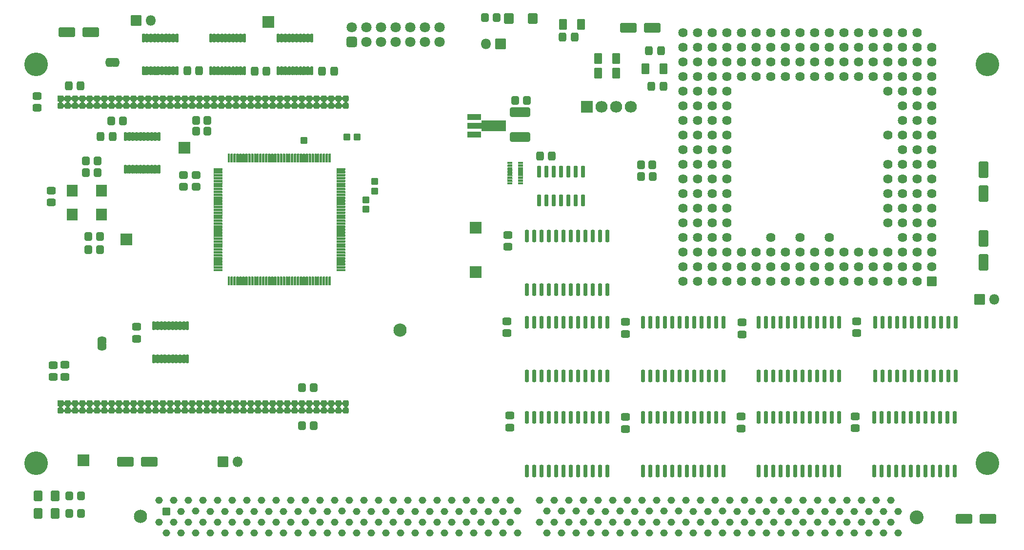
<source format=gbr>
G04 #@! TF.GenerationSoftware,KiCad,Pcbnew,(6.0.5-0)*
G04 #@! TF.CreationDate,2022-07-01T16:01:09+02:00*
G04 #@! TF.ProjectId,Z3660_v02,5a333636-305f-4763-9032-2e6b69636164,rev?*
G04 #@! TF.SameCoordinates,Original*
G04 #@! TF.FileFunction,Soldermask,Top*
G04 #@! TF.FilePolarity,Negative*
%FSLAX46Y46*%
G04 Gerber Fmt 4.6, Leading zero omitted, Abs format (unit mm)*
G04 Created by KiCad (PCBNEW (6.0.5-0)) date 2022-07-01 16:01:09*
%MOMM*%
%LPD*%
G01*
G04 APERTURE LIST*
G04 Aperture macros list*
%AMRoundRect*
0 Rectangle with rounded corners*
0 $1 Rounding radius*
0 $2 $3 $4 $5 $6 $7 $8 $9 X,Y pos of 4 corners*
0 Add a 4 corners polygon primitive as box body*
4,1,4,$2,$3,$4,$5,$6,$7,$8,$9,$2,$3,0*
0 Add four circle primitives for the rounded corners*
1,1,$1+$1,$2,$3*
1,1,$1+$1,$4,$5*
1,1,$1+$1,$6,$7*
1,1,$1+$1,$8,$9*
0 Add four rect primitives between the rounded corners*
20,1,$1+$1,$2,$3,$4,$5,0*
20,1,$1+$1,$4,$5,$6,$7,0*
20,1,$1+$1,$6,$7,$8,$9,0*
20,1,$1+$1,$8,$9,$2,$3,0*%
%AMFreePoly0*
4,1,21,5.398562,0.902562,5.413500,0.866500,5.413500,-0.866500,5.398562,-0.902562,5.362500,-0.917500,1.237500,-0.917500,1.201438,-0.902562,1.186500,-0.866500,1.186500,-0.501000,-1.237500,-0.501000,-1.273562,-0.486062,-1.288500,-0.450000,-1.288500,0.450000,-1.273562,0.486062,-1.237500,0.501000,1.186500,0.501000,1.186500,0.866500,1.201438,0.902562,1.237500,0.917500,5.362500,0.917500,
5.398562,0.902562,5.398562,0.902562,$1*%
%AMFreePoly1*
4,1,37,0.536062,0.786062,0.551000,0.750000,0.551000,-0.750000,0.536062,-0.786062,0.500000,-0.801000,0.000000,-0.801000,-0.012525,-0.795812,-0.080875,-0.794559,-0.095149,-0.792248,-0.230464,-0.749973,-0.243516,-0.743747,-0.361526,-0.665192,-0.372306,-0.655554,-0.463526,-0.547035,-0.471167,-0.534759,-0.528262,-0.405000,-0.532150,-0.391073,-0.549733,-0.256613,-0.548336,-0.256430,-0.551000,-0.250000,
-0.551000,0.250000,-0.550512,0.251179,-0.550356,0.263956,-0.528545,0.404033,-0.524317,0.417860,-0.464069,0.546185,-0.456130,0.558271,-0.362286,0.664529,-0.351274,0.673901,-0.231379,0.749549,-0.218180,0.755454,-0.081873,0.794411,-0.067546,0.796373,-0.011990,0.796033,0.000000,0.801000,0.500000,0.801000,0.536062,0.786062,0.536062,0.786062,$1*%
%AMFreePoly2*
4,1,37,0.012349,0.795885,0.074216,0.795507,0.088518,0.793370,0.224339,0.752751,0.237465,0.746685,0.356427,0.669578,0.367324,0.660073,0.459862,0.552676,0.467652,0.540494,0.526329,0.411442,0.530388,0.397563,0.550485,0.257230,0.551000,0.250000,0.551000,-0.250000,0.550996,-0.250622,0.550847,-0.262838,0.550144,-0.270677,0.526624,-0.410478,0.522228,-0.424254,0.460416,-0.551833,
0.452330,-0.563821,0.357195,-0.668925,0.346069,-0.678161,0.225259,-0.752338,0.211989,-0.758081,0.075216,-0.795370,0.060866,-0.797157,0.011464,-0.796251,0.000000,-0.801000,-0.500000,-0.801000,-0.536062,-0.786062,-0.551000,-0.750000,-0.551000,0.750000,-0.536062,0.786062,-0.500000,0.801000,0.000000,0.801000,0.012349,0.795885,0.012349,0.795885,$1*%
G04 Aperture macros list end*
%ADD10RoundRect,0.201000X0.150000X-0.825000X0.150000X0.825000X-0.150000X0.825000X-0.150000X-0.825000X0*%
%ADD11RoundRect,0.051000X0.850000X-0.850000X0.850000X0.850000X-0.850000X0.850000X-0.850000X-0.850000X0*%
%ADD12O,1.802000X1.802000*%
%ADD13RoundRect,0.126000X0.662500X0.075000X-0.662500X0.075000X-0.662500X-0.075000X0.662500X-0.075000X0*%
%ADD14RoundRect,0.126000X0.075000X0.662500X-0.075000X0.662500X-0.075000X-0.662500X0.075000X-0.662500X0*%
%ADD15RoundRect,0.301000X-1.137500X-0.550000X1.137500X-0.550000X1.137500X0.550000X-1.137500X0.550000X0*%
%ADD16RoundRect,0.301000X0.550000X-1.137500X0.550000X1.137500X-0.550000X1.137500X-0.550000X-1.137500X0*%
%ADD17RoundRect,0.301000X0.475000X-0.337500X0.475000X0.337500X-0.475000X0.337500X-0.475000X-0.337500X0*%
%ADD18RoundRect,0.301000X-0.475000X0.337500X-0.475000X-0.337500X0.475000X-0.337500X0.475000X0.337500X0*%
%ADD19RoundRect,0.300999X-0.350001X-0.450001X0.350001X-0.450001X0.350001X0.450001X-0.350001X0.450001X0*%
%ADD20RoundRect,0.300999X-1.450001X0.537501X-1.450001X-0.537501X1.450001X-0.537501X1.450001X0.537501X0*%
%ADD21RoundRect,0.051000X-1.150000X-0.450000X1.150000X-0.450000X1.150000X0.450000X-1.150000X0.450000X0*%
%ADD22FreePoly0,0.000000*%
%ADD23RoundRect,0.301000X-0.337500X-0.475000X0.337500X-0.475000X0.337500X0.475000X-0.337500X0.475000X0*%
%ADD24RoundRect,0.300999X0.450001X-0.350001X0.450001X0.350001X-0.450001X0.350001X-0.450001X-0.350001X0*%
%ADD25RoundRect,0.201000X0.150000X-0.875000X0.150000X0.875000X-0.150000X0.875000X-0.150000X-0.875000X0*%
%ADD26RoundRect,0.301000X0.600000X-0.600000X0.600000X0.600000X-0.600000X0.600000X-0.600000X-0.600000X0*%
%ADD27C,1.802000*%
%ADD28RoundRect,0.051000X0.900000X1.000000X-0.900000X1.000000X-0.900000X-1.000000X0.900000X-1.000000X0*%
%ADD29RoundRect,0.300999X0.350001X0.450001X-0.350001X0.450001X-0.350001X-0.450001X0.350001X-0.450001X0*%
%ADD30RoundRect,0.301000X0.337500X0.475000X-0.337500X0.475000X-0.337500X-0.475000X0.337500X-0.475000X0*%
%ADD31RoundRect,0.301000X-0.550000X1.137500X-0.550000X-1.137500X0.550000X-1.137500X0.550000X1.137500X0*%
%ADD32RoundRect,0.300999X0.412501X0.650001X-0.412501X0.650001X-0.412501X-0.650001X0.412501X-0.650001X0*%
%ADD33RoundRect,0.300999X-0.412501X-0.650001X0.412501X-0.650001X0.412501X0.650001X-0.412501X0.650001X0*%
%ADD34C,4.102000*%
%ADD35C,2.302000*%
%ADD36C,2.402000*%
%ADD37RoundRect,0.301000X0.462500X0.625000X-0.462500X0.625000X-0.462500X-0.625000X0.462500X-0.625000X0*%
%ADD38RoundRect,0.300998X-0.537502X-0.650002X0.537502X-0.650002X0.537502X0.650002X-0.537502X0.650002X0*%
%ADD39RoundRect,0.051000X-1.000000X-1.000000X1.000000X-1.000000X1.000000X1.000000X-1.000000X1.000000X0*%
%ADD40RoundRect,0.051000X-0.400000X-0.150000X0.400000X-0.150000X0.400000X0.150000X-0.400000X0.150000X0*%
%ADD41RoundRect,0.051000X-0.500000X-0.500000X0.500000X-0.500000X0.500000X0.500000X-0.500000X0.500000X0*%
%ADD42FreePoly1,0.000000*%
%ADD43FreePoly2,0.000000*%
%ADD44RoundRect,0.151000X0.100000X-0.637500X0.100000X0.637500X-0.100000X0.637500X-0.100000X-0.637500X0*%
%ADD45RoundRect,0.151000X-0.100000X0.637500X-0.100000X-0.637500X0.100000X-0.637500X0.100000X0.637500X0*%
%ADD46RoundRect,0.051000X-0.850000X0.850000X-0.850000X-0.850000X0.850000X-0.850000X0.850000X0.850000X0*%
%ADD47RoundRect,0.301000X-0.350000X-0.450000X0.350000X-0.450000X0.350000X0.450000X-0.350000X0.450000X0*%
%ADD48RoundRect,0.301000X0.350000X0.450000X-0.350000X0.450000X-0.350000X-0.450000X0.350000X-0.450000X0*%
%ADD49RoundRect,0.051000X1.000000X-0.952500X1.000000X0.952500X-1.000000X0.952500X-1.000000X-0.952500X0*%
%ADD50O,2.102000X2.007000*%
%ADD51FreePoly1,90.000000*%
%ADD52FreePoly2,90.000000*%
%ADD53RoundRect,0.051000X0.762000X0.762000X-0.762000X0.762000X-0.762000X-0.762000X0.762000X-0.762000X0*%
%ADD54C,1.626000*%
%ADD55RoundRect,0.051000X-0.475000X0.475000X-0.475000X-0.475000X0.475000X-0.475000X0.475000X0.475000X0*%
%ADD56RoundRect,0.288500X-0.237500X0.237500X-0.237500X-0.237500X0.237500X-0.237500X0.237500X0.237500X0*%
%ADD57RoundRect,0.051000X-0.600000X-0.600000X0.600000X-0.600000X0.600000X0.600000X-0.600000X0.600000X0*%
%ADD58O,1.302000X1.302000*%
G04 APERTURE END LIST*
D10*
X171974000Y-62927000D03*
X173244000Y-62927000D03*
X174514000Y-62927000D03*
X175784000Y-62927000D03*
X177054000Y-62927000D03*
X178324000Y-62927000D03*
X179594000Y-62927000D03*
X179594000Y-57977000D03*
X178324000Y-57977000D03*
X177054000Y-57977000D03*
X175784000Y-57977000D03*
X174514000Y-57977000D03*
X173244000Y-57977000D03*
X171974000Y-57977000D03*
D11*
X248412000Y-80137000D03*
D12*
X250952000Y-80137000D03*
D13*
X137535500Y-75044000D03*
X137535500Y-74544000D03*
X137535500Y-74044000D03*
X137535500Y-73544000D03*
X137535500Y-73044000D03*
X137535500Y-72544000D03*
X137535500Y-72044000D03*
X137535500Y-71544000D03*
X137535500Y-71044000D03*
X137535500Y-70544000D03*
X137535500Y-70044000D03*
X137535500Y-69544000D03*
X137535500Y-69044000D03*
X137535500Y-68544000D03*
X137535500Y-68044000D03*
X137535500Y-67544000D03*
X137535500Y-67044000D03*
X137535500Y-66544000D03*
X137535500Y-66044000D03*
X137535500Y-65544000D03*
X137535500Y-65044000D03*
X137535500Y-64544000D03*
X137535500Y-64044000D03*
X137535500Y-63544000D03*
X137535500Y-63044000D03*
X137535500Y-62544000D03*
X137535500Y-62044000D03*
X137535500Y-61544000D03*
X137535500Y-61044000D03*
X137535500Y-60544000D03*
X137535500Y-60044000D03*
X137535500Y-59544000D03*
X137535500Y-59044000D03*
X137535500Y-58544000D03*
X137535500Y-58044000D03*
X137535500Y-57544000D03*
D14*
X135623000Y-55631500D03*
X135123000Y-55631500D03*
X134623000Y-55631500D03*
X134123000Y-55631500D03*
X133623000Y-55631500D03*
X133123000Y-55631500D03*
X132623000Y-55631500D03*
X132123000Y-55631500D03*
X131623000Y-55631500D03*
X131123000Y-55631500D03*
X130623000Y-55631500D03*
X130123000Y-55631500D03*
X129623000Y-55631500D03*
X129123000Y-55631500D03*
X128623000Y-55631500D03*
X128123000Y-55631500D03*
X127623000Y-55631500D03*
X127123000Y-55631500D03*
X126623000Y-55631500D03*
X126123000Y-55631500D03*
X125623000Y-55631500D03*
X125123000Y-55631500D03*
X124623000Y-55631500D03*
X124123000Y-55631500D03*
X123623000Y-55631500D03*
X123123000Y-55631500D03*
X122623000Y-55631500D03*
X122123000Y-55631500D03*
X121623000Y-55631500D03*
X121123000Y-55631500D03*
X120623000Y-55631500D03*
X120123000Y-55631500D03*
X119623000Y-55631500D03*
X119123000Y-55631500D03*
X118623000Y-55631500D03*
X118123000Y-55631500D03*
D13*
X116210500Y-57544000D03*
X116210500Y-58044000D03*
X116210500Y-58544000D03*
X116210500Y-59044000D03*
X116210500Y-59544000D03*
X116210500Y-60044000D03*
X116210500Y-60544000D03*
X116210500Y-61044000D03*
X116210500Y-61544000D03*
X116210500Y-62044000D03*
X116210500Y-62544000D03*
X116210500Y-63044000D03*
X116210500Y-63544000D03*
X116210500Y-64044000D03*
X116210500Y-64544000D03*
X116210500Y-65044000D03*
X116210500Y-65544000D03*
X116210500Y-66044000D03*
X116210500Y-66544000D03*
X116210500Y-67044000D03*
X116210500Y-67544000D03*
X116210500Y-68044000D03*
X116210500Y-68544000D03*
X116210500Y-69044000D03*
X116210500Y-69544000D03*
X116210500Y-70044000D03*
X116210500Y-70544000D03*
X116210500Y-71044000D03*
X116210500Y-71544000D03*
X116210500Y-72044000D03*
X116210500Y-72544000D03*
X116210500Y-73044000D03*
X116210500Y-73544000D03*
X116210500Y-74044000D03*
X116210500Y-74544000D03*
X116210500Y-75044000D03*
D14*
X118123000Y-76956500D03*
X118623000Y-76956500D03*
X119123000Y-76956500D03*
X119623000Y-76956500D03*
X120123000Y-76956500D03*
X120623000Y-76956500D03*
X121123000Y-76956500D03*
X121623000Y-76956500D03*
X122123000Y-76956500D03*
X122623000Y-76956500D03*
X123123000Y-76956500D03*
X123623000Y-76956500D03*
X124123000Y-76956500D03*
X124623000Y-76956500D03*
X125123000Y-76956500D03*
X125623000Y-76956500D03*
X126123000Y-76956500D03*
X126623000Y-76956500D03*
X127123000Y-76956500D03*
X127623000Y-76956500D03*
X128123000Y-76956500D03*
X128623000Y-76956500D03*
X129123000Y-76956500D03*
X129623000Y-76956500D03*
X130123000Y-76956500D03*
X130623000Y-76956500D03*
X131123000Y-76956500D03*
X131623000Y-76956500D03*
X132123000Y-76956500D03*
X132623000Y-76956500D03*
X133123000Y-76956500D03*
X133623000Y-76956500D03*
X134123000Y-76956500D03*
X134623000Y-76956500D03*
X135123000Y-76956500D03*
X135623000Y-76956500D03*
D15*
X100172500Y-108331000D03*
X104297500Y-108331000D03*
X90012500Y-33782000D03*
X94137500Y-33782000D03*
X187421500Y-33020000D03*
X191546500Y-33020000D03*
X245714500Y-118237000D03*
X249839500Y-118237000D03*
D16*
X249047000Y-73690500D03*
X249047000Y-69565500D03*
D17*
X87274400Y-63318300D03*
X87274400Y-61243300D03*
D18*
X207010000Y-100490500D03*
X207010000Y-102565500D03*
D19*
X167783000Y-45593000D03*
X169783000Y-45593000D03*
D20*
X168656000Y-47668000D03*
X168656000Y-51943000D03*
D21*
X160664000Y-48496000D03*
D22*
X160751500Y-49996000D03*
D21*
X160664000Y-51496000D03*
D23*
X172063500Y-55245000D03*
X174138500Y-55245000D03*
D18*
X166497000Y-68939500D03*
X166497000Y-71014500D03*
X166370000Y-83925500D03*
X166370000Y-86000500D03*
X207137000Y-84158000D03*
X207137000Y-86233000D03*
X166878000Y-100308500D03*
X166878000Y-102383500D03*
X227076000Y-83925500D03*
X227076000Y-86000500D03*
X186944000Y-84052500D03*
X186944000Y-86127500D03*
X186944000Y-100562500D03*
X186944000Y-102637500D03*
D24*
X112395000Y-58563000D03*
X112395000Y-60563000D03*
D19*
X189627000Y-58801000D03*
X191627000Y-58801000D03*
X189611000Y-56769000D03*
X191611000Y-56769000D03*
D25*
X189992000Y-93423000D03*
X191262000Y-93423000D03*
X192532000Y-93423000D03*
X193802000Y-93423000D03*
X195072000Y-93423000D03*
X196342000Y-93423000D03*
X197612000Y-93423000D03*
X198882000Y-93423000D03*
X200152000Y-93423000D03*
X201422000Y-93423000D03*
X202692000Y-93423000D03*
X203962000Y-93423000D03*
X203962000Y-84123000D03*
X202692000Y-84123000D03*
X201422000Y-84123000D03*
X200152000Y-84123000D03*
X198882000Y-84123000D03*
X197612000Y-84123000D03*
X196342000Y-84123000D03*
X195072000Y-84123000D03*
X193802000Y-84123000D03*
X192532000Y-84123000D03*
X191262000Y-84123000D03*
X189992000Y-84123000D03*
X169799000Y-93423000D03*
X171069000Y-93423000D03*
X172339000Y-93423000D03*
X173609000Y-93423000D03*
X174879000Y-93423000D03*
X176149000Y-93423000D03*
X177419000Y-93423000D03*
X178689000Y-93423000D03*
X179959000Y-93423000D03*
X181229000Y-93423000D03*
X182499000Y-93423000D03*
X183769000Y-93423000D03*
X183769000Y-84123000D03*
X182499000Y-84123000D03*
X181229000Y-84123000D03*
X179959000Y-84123000D03*
X178689000Y-84123000D03*
X177419000Y-84123000D03*
X176149000Y-84123000D03*
X174879000Y-84123000D03*
X173609000Y-84123000D03*
X172339000Y-84123000D03*
X171069000Y-84123000D03*
X169799000Y-84123000D03*
X210058000Y-93423000D03*
X211328000Y-93423000D03*
X212598000Y-93423000D03*
X213868000Y-93423000D03*
X215138000Y-93423000D03*
X216408000Y-93423000D03*
X217678000Y-93423000D03*
X218948000Y-93423000D03*
X220218000Y-93423000D03*
X221488000Y-93423000D03*
X222758000Y-93423000D03*
X224028000Y-93423000D03*
X224028000Y-84123000D03*
X222758000Y-84123000D03*
X221488000Y-84123000D03*
X220218000Y-84123000D03*
X218948000Y-84123000D03*
X217678000Y-84123000D03*
X216408000Y-84123000D03*
X215138000Y-84123000D03*
X213868000Y-84123000D03*
X212598000Y-84123000D03*
X211328000Y-84123000D03*
X210058000Y-84123000D03*
X230251000Y-93423000D03*
X231521000Y-93423000D03*
X232791000Y-93423000D03*
X234061000Y-93423000D03*
X235331000Y-93423000D03*
X236601000Y-93423000D03*
X237871000Y-93423000D03*
X239141000Y-93423000D03*
X240411000Y-93423000D03*
X241681000Y-93423000D03*
X242951000Y-93423000D03*
X244221000Y-93423000D03*
X244221000Y-84123000D03*
X242951000Y-84123000D03*
X241681000Y-84123000D03*
X240411000Y-84123000D03*
X239141000Y-84123000D03*
X237871000Y-84123000D03*
X236601000Y-84123000D03*
X235331000Y-84123000D03*
X234061000Y-84123000D03*
X232791000Y-84123000D03*
X231521000Y-84123000D03*
X230251000Y-84123000D03*
D11*
X101981000Y-31750000D03*
D12*
X104521000Y-31750000D03*
D18*
X226822000Y-100435500D03*
X226822000Y-102510500D03*
D19*
X93742000Y-69215000D03*
X95742000Y-69215000D03*
D26*
X139446000Y-35433000D03*
D27*
X139446000Y-32893000D03*
X141986000Y-35433000D03*
X141986000Y-32893000D03*
X144526000Y-35433000D03*
X144526000Y-32893000D03*
X147066000Y-35433000D03*
X147066000Y-32893000D03*
X149606000Y-35433000D03*
X149606000Y-32893000D03*
X152146000Y-35433000D03*
X152146000Y-32893000D03*
X154686000Y-35433000D03*
X154686000Y-32893000D03*
D19*
X93742000Y-71501000D03*
X95742000Y-71501000D03*
D28*
X96012000Y-61247600D03*
X90932000Y-61247600D03*
X90932000Y-65447600D03*
X96012000Y-65447600D03*
D29*
X114385600Y-50952400D03*
X112385600Y-50952400D03*
D24*
X110236000Y-60563000D03*
X110236000Y-58563000D03*
D30*
X178075500Y-34594800D03*
X176000500Y-34594800D03*
D31*
X249047000Y-57627500D03*
X249047000Y-61752500D03*
D32*
X179197000Y-32359600D03*
X176072000Y-32359600D03*
D33*
X190359500Y-40132000D03*
X193484500Y-40132000D03*
D32*
X185331500Y-38354000D03*
X182206500Y-38354000D03*
X185331500Y-40894000D03*
X182206500Y-40894000D03*
D23*
X191409500Y-43180000D03*
X193484500Y-43180000D03*
X190986500Y-36957000D03*
X193061500Y-36957000D03*
D34*
X84661100Y-39297100D03*
X249760800Y-39365800D03*
X249760800Y-108561200D03*
D35*
X102798000Y-117808300D03*
D36*
X237497400Y-117957700D03*
D18*
X84836000Y-44809500D03*
X84836000Y-46884500D03*
D34*
X84673300Y-108561200D03*
D17*
X87613000Y-93620500D03*
X87613000Y-91545500D03*
X89645000Y-93599000D03*
X89645000Y-91524000D03*
D25*
X169799000Y-78437000D03*
X171069000Y-78437000D03*
X172339000Y-78437000D03*
X173609000Y-78437000D03*
X174879000Y-78437000D03*
X176149000Y-78437000D03*
X177419000Y-78437000D03*
X178689000Y-78437000D03*
X179959000Y-78437000D03*
X181229000Y-78437000D03*
X182499000Y-78437000D03*
X183769000Y-78437000D03*
X183769000Y-69137000D03*
X182499000Y-69137000D03*
X181229000Y-69137000D03*
X179959000Y-69137000D03*
X178689000Y-69137000D03*
X177419000Y-69137000D03*
X176149000Y-69137000D03*
X174879000Y-69137000D03*
X173609000Y-69137000D03*
X172339000Y-69137000D03*
X171069000Y-69137000D03*
X169799000Y-69137000D03*
X230124000Y-109933000D03*
X231394000Y-109933000D03*
X232664000Y-109933000D03*
X233934000Y-109933000D03*
X235204000Y-109933000D03*
X236474000Y-109933000D03*
X237744000Y-109933000D03*
X239014000Y-109933000D03*
X240284000Y-109933000D03*
X241554000Y-109933000D03*
X242824000Y-109933000D03*
X244094000Y-109933000D03*
X244094000Y-100633000D03*
X242824000Y-100633000D03*
X241554000Y-100633000D03*
X240284000Y-100633000D03*
X239014000Y-100633000D03*
X237744000Y-100633000D03*
X236474000Y-100633000D03*
X235204000Y-100633000D03*
X233934000Y-100633000D03*
X232664000Y-100633000D03*
X231394000Y-100633000D03*
X230124000Y-100633000D03*
X210058000Y-109933000D03*
X211328000Y-109933000D03*
X212598000Y-109933000D03*
X213868000Y-109933000D03*
X215138000Y-109933000D03*
X216408000Y-109933000D03*
X217678000Y-109933000D03*
X218948000Y-109933000D03*
X220218000Y-109933000D03*
X221488000Y-109933000D03*
X222758000Y-109933000D03*
X224028000Y-109933000D03*
X224028000Y-100633000D03*
X222758000Y-100633000D03*
X221488000Y-100633000D03*
X220218000Y-100633000D03*
X218948000Y-100633000D03*
X217678000Y-100633000D03*
X216408000Y-100633000D03*
X215138000Y-100633000D03*
X213868000Y-100633000D03*
X212598000Y-100633000D03*
X211328000Y-100633000D03*
X210058000Y-100633000D03*
X189992000Y-109933000D03*
X191262000Y-109933000D03*
X192532000Y-109933000D03*
X193802000Y-109933000D03*
X195072000Y-109933000D03*
X196342000Y-109933000D03*
X197612000Y-109933000D03*
X198882000Y-109933000D03*
X200152000Y-109933000D03*
X201422000Y-109933000D03*
X202692000Y-109933000D03*
X203962000Y-109933000D03*
X203962000Y-100633000D03*
X202692000Y-100633000D03*
X201422000Y-100633000D03*
X200152000Y-100633000D03*
X198882000Y-100633000D03*
X197612000Y-100633000D03*
X196342000Y-100633000D03*
X195072000Y-100633000D03*
X193802000Y-100633000D03*
X192532000Y-100633000D03*
X191262000Y-100633000D03*
X189992000Y-100633000D03*
X169799000Y-109933000D03*
X171069000Y-109933000D03*
X172339000Y-109933000D03*
X173609000Y-109933000D03*
X174879000Y-109933000D03*
X176149000Y-109933000D03*
X177419000Y-109933000D03*
X178689000Y-109933000D03*
X179959000Y-109933000D03*
X181229000Y-109933000D03*
X182499000Y-109933000D03*
X183769000Y-109933000D03*
X183769000Y-100633000D03*
X182499000Y-100633000D03*
X181229000Y-100633000D03*
X179959000Y-100633000D03*
X178689000Y-100633000D03*
X177419000Y-100633000D03*
X176149000Y-100633000D03*
X174879000Y-100633000D03*
X173609000Y-100633000D03*
X172339000Y-100633000D03*
X171069000Y-100633000D03*
X169799000Y-100633000D03*
D37*
X87926500Y-114300000D03*
X84951500Y-114300000D03*
D29*
X92424000Y-114300000D03*
X90424000Y-114300000D03*
D37*
X87953487Y-117348000D03*
X84978487Y-117348000D03*
D29*
X92424000Y-117348000D03*
X90424000Y-117348000D03*
D38*
X166695500Y-31369000D03*
X170870500Y-31369000D03*
D29*
X114385600Y-49047400D03*
X112385600Y-49047400D03*
D23*
X90275500Y-43053000D03*
X92350500Y-43053000D03*
D29*
X95282000Y-58115200D03*
X93282000Y-58115200D03*
X95282000Y-56083200D03*
X93282000Y-56083200D03*
D39*
X124968000Y-32004000D03*
X160909000Y-75411000D03*
X110388400Y-53797200D03*
X92837000Y-108077000D03*
X100330000Y-69723000D03*
D40*
X166892400Y-56466800D03*
X166892400Y-56966800D03*
X166892400Y-57466800D03*
X166892400Y-57966800D03*
X166892400Y-58466800D03*
X166892400Y-58966800D03*
X166892400Y-59466800D03*
X166892400Y-59966800D03*
X168692400Y-59966800D03*
X168692400Y-59466800D03*
X168692400Y-58966800D03*
X168692400Y-58466800D03*
X168692400Y-57966800D03*
X168692400Y-57466800D03*
X168692400Y-56966800D03*
X168692400Y-56466800D03*
D41*
X141859000Y-64516000D03*
X141859000Y-62865000D03*
X143383000Y-61341000D03*
X143383000Y-59690000D03*
X140335000Y-51943000D03*
X131105603Y-52551647D03*
X138557000Y-51943000D03*
D29*
X164576000Y-31242000D03*
X162576000Y-31242000D03*
D42*
X97241600Y-38963600D03*
D43*
X98541600Y-38963600D03*
D18*
X102057200Y-84916100D03*
X102057200Y-86991100D03*
D23*
X110849500Y-40452800D03*
X112924500Y-40452800D03*
D44*
X105075800Y-90441700D03*
X105725800Y-90441700D03*
X106375800Y-90441700D03*
X107025800Y-90441700D03*
X107675800Y-90441700D03*
X108325800Y-90441700D03*
X108975800Y-90441700D03*
X109625800Y-90441700D03*
X110275800Y-90441700D03*
X110925800Y-90441700D03*
X110925800Y-84716700D03*
X110275800Y-84716700D03*
X109625800Y-84716700D03*
X108975800Y-84716700D03*
X108325800Y-84716700D03*
X107675800Y-84716700D03*
X107025800Y-84716700D03*
X106375800Y-84716700D03*
X105725800Y-84716700D03*
X105075800Y-84716700D03*
D45*
X109097000Y-34729500D03*
X108447000Y-34729500D03*
X107797000Y-34729500D03*
X107147000Y-34729500D03*
X106497000Y-34729500D03*
X105847000Y-34729500D03*
X105197000Y-34729500D03*
X104547000Y-34729500D03*
X103897000Y-34729500D03*
X103247000Y-34729500D03*
X103247000Y-40454500D03*
X103897000Y-40454500D03*
X104547000Y-40454500D03*
X105197000Y-40454500D03*
X105847000Y-40454500D03*
X106497000Y-40454500D03*
X107147000Y-40454500D03*
X107797000Y-40454500D03*
X108447000Y-40454500D03*
X109097000Y-40454500D03*
D46*
X165227000Y-35814000D03*
D12*
X162687000Y-35814000D03*
D47*
X130826000Y-102108000D03*
X132826000Y-102108000D03*
D11*
X117094000Y-108331000D03*
D12*
X119634000Y-108331000D03*
D23*
X134293700Y-40503600D03*
X136368700Y-40503600D03*
D30*
X97929100Y-51834800D03*
X95854100Y-51834800D03*
D48*
X132826000Y-95504000D03*
X130826000Y-95504000D03*
D35*
X147828000Y-85471000D03*
D48*
X97679000Y-49149000D03*
X99679000Y-49149000D03*
D44*
X100144000Y-57567500D03*
X100794000Y-57567500D03*
X101444000Y-57567500D03*
X102094000Y-57567500D03*
X102744000Y-57567500D03*
X103394000Y-57567500D03*
X104044000Y-57567500D03*
X104694000Y-57567500D03*
X105344000Y-57567500D03*
X105994000Y-57567500D03*
X105994000Y-51842500D03*
X105344000Y-51842500D03*
X104694000Y-51842500D03*
X104044000Y-51842500D03*
X103394000Y-51842500D03*
X102744000Y-51842500D03*
X102094000Y-51842500D03*
X101444000Y-51842500D03*
X100794000Y-51842500D03*
X100144000Y-51842500D03*
D49*
X180213000Y-46736000D03*
D50*
X182753000Y-46736000D03*
X185293000Y-46736000D03*
X187833000Y-46736000D03*
D51*
X96062800Y-88483200D03*
D52*
X96062800Y-87183200D03*
D45*
X132465000Y-34745500D03*
X131815000Y-34745500D03*
X131165000Y-34745500D03*
X130515000Y-34745500D03*
X129865000Y-34745500D03*
X129215000Y-34745500D03*
X128565000Y-34745500D03*
X127915000Y-34745500D03*
X127265000Y-34745500D03*
X126615000Y-34745500D03*
X126615000Y-40470500D03*
X127265000Y-40470500D03*
X127915000Y-40470500D03*
X128565000Y-40470500D03*
X129215000Y-40470500D03*
X129865000Y-40470500D03*
X130515000Y-40470500D03*
X131165000Y-40470500D03*
X131815000Y-40470500D03*
X132465000Y-40470500D03*
X120781000Y-34745500D03*
X120131000Y-34745500D03*
X119481000Y-34745500D03*
X118831000Y-34745500D03*
X118181000Y-34745500D03*
X117531000Y-34745500D03*
X116881000Y-34745500D03*
X116231000Y-34745500D03*
X115581000Y-34745500D03*
X114931000Y-34745500D03*
X114931000Y-40470500D03*
X115581000Y-40470500D03*
X116231000Y-40470500D03*
X116881000Y-40470500D03*
X117531000Y-40470500D03*
X118181000Y-40470500D03*
X118831000Y-40470500D03*
X119481000Y-40470500D03*
X120131000Y-40470500D03*
X120781000Y-40470500D03*
D23*
X122558900Y-40503600D03*
X124633900Y-40503600D03*
D39*
X160909000Y-67691000D03*
D53*
X240055000Y-77050900D03*
D54*
X237515000Y-77050900D03*
X234975000Y-77050900D03*
X232435000Y-77050900D03*
X229895000Y-77050900D03*
X227355000Y-77050900D03*
X224815000Y-77050900D03*
X222275000Y-77050900D03*
X219735000Y-77050900D03*
X217195000Y-77050900D03*
X214655000Y-77050900D03*
X212115000Y-77050900D03*
X209575000Y-77050900D03*
X207035000Y-77050900D03*
X204495000Y-77050900D03*
X201955000Y-77050900D03*
X199415000Y-77050900D03*
X196875000Y-77050900D03*
X240055000Y-74510900D03*
X237515000Y-74510900D03*
X234975000Y-74510900D03*
X232435000Y-74510900D03*
X229895000Y-74510900D03*
X227355000Y-74510900D03*
X224815000Y-74510900D03*
X222275000Y-74510900D03*
X219735000Y-74510900D03*
X217195000Y-74510900D03*
X214655000Y-74510900D03*
X212115000Y-74510900D03*
X209575000Y-74510900D03*
X207035000Y-74510900D03*
X204495000Y-74510900D03*
X201955000Y-74510900D03*
X199415000Y-74510900D03*
X196875000Y-74510900D03*
X240055000Y-71970900D03*
X237515000Y-71970900D03*
X234975000Y-71970900D03*
X232435000Y-71970900D03*
X229895000Y-71970900D03*
X227355000Y-71970900D03*
X224815000Y-71970900D03*
X222275000Y-71970900D03*
X219735000Y-71970900D03*
X217195000Y-71970900D03*
X214655000Y-71970900D03*
X212115000Y-71970900D03*
X209575000Y-71970900D03*
X207035000Y-71970900D03*
X204495000Y-71970900D03*
X201955000Y-71970900D03*
X199415000Y-71970900D03*
X196875000Y-71970900D03*
X240055000Y-69430900D03*
X237515000Y-69430900D03*
X234975000Y-69430900D03*
X201955000Y-69430900D03*
X199415000Y-69430900D03*
X196875000Y-69430900D03*
X240055000Y-66890900D03*
X237515000Y-66890900D03*
X234975000Y-66890900D03*
X201955000Y-66890900D03*
X199415000Y-66890900D03*
X196875000Y-66890900D03*
X240055000Y-64350900D03*
X237515000Y-64350900D03*
X234975000Y-64350900D03*
X201955000Y-64350900D03*
X199415000Y-64350900D03*
X196875000Y-64350900D03*
X240055000Y-61810900D03*
X237515000Y-61810900D03*
X234975000Y-61810900D03*
X201955000Y-61810900D03*
X199415000Y-61810900D03*
X196875000Y-61810900D03*
X240055000Y-59270900D03*
X237515000Y-59270900D03*
X234975000Y-59270900D03*
X201955000Y-59270900D03*
X199415000Y-59270900D03*
X196875000Y-59270900D03*
X240055000Y-56730900D03*
X237515000Y-56730900D03*
X234975000Y-56730900D03*
X201955000Y-56730900D03*
X199415000Y-56730900D03*
X196875000Y-56730900D03*
X240055000Y-54190900D03*
X237515000Y-54190900D03*
X234975000Y-54190900D03*
X201955000Y-54190900D03*
X199415000Y-54190900D03*
X196875000Y-54190900D03*
X240055000Y-51650900D03*
X237515000Y-51650900D03*
X234975000Y-51650900D03*
X201955000Y-51650900D03*
X199415000Y-51650900D03*
X196875000Y-51650900D03*
X240055000Y-49110900D03*
X237515000Y-49110900D03*
X234975000Y-49110900D03*
X201955000Y-49110900D03*
X199415000Y-49110900D03*
X196875000Y-49110900D03*
X240055000Y-46570900D03*
X237515000Y-46570900D03*
X234975000Y-46570900D03*
X201955000Y-46570900D03*
X199415000Y-46570900D03*
X196875000Y-46570900D03*
X240055000Y-44030900D03*
X237515000Y-44030900D03*
X234975000Y-44030900D03*
X201955000Y-44030900D03*
X199415000Y-44030900D03*
X196875000Y-44030900D03*
X240055000Y-41490900D03*
X237515000Y-41490900D03*
X234975000Y-41490900D03*
X201955000Y-41490900D03*
X199415000Y-41490900D03*
X196875000Y-41490900D03*
X240055000Y-38950900D03*
X237515000Y-38950900D03*
X234975000Y-38950900D03*
X232435000Y-38950900D03*
X229895000Y-38950900D03*
X227355000Y-38950900D03*
X224815000Y-38950900D03*
X222275000Y-38950900D03*
X219735000Y-38950900D03*
X217195000Y-38950900D03*
X214655000Y-38950900D03*
X212115000Y-38950900D03*
X209575000Y-38950900D03*
X207035000Y-38950900D03*
X204495000Y-38950900D03*
X201955000Y-38950900D03*
X199415000Y-38950900D03*
X196875000Y-38950900D03*
X240055000Y-36410900D03*
X237515000Y-36410900D03*
X234975000Y-36410900D03*
X232435000Y-36410900D03*
X229895000Y-36410900D03*
X227355000Y-36410900D03*
X224815000Y-36410900D03*
X222275000Y-36410900D03*
X219735000Y-36410900D03*
X217195000Y-36410900D03*
X214655000Y-36410900D03*
X212115000Y-36410900D03*
X209575000Y-36410900D03*
X207035000Y-36410900D03*
X204495000Y-36410900D03*
X201955000Y-36410900D03*
X199415000Y-36410900D03*
X196875000Y-36410900D03*
X237515000Y-33870900D03*
X234975000Y-33870900D03*
X232435000Y-33870900D03*
X229895000Y-33870900D03*
X227355000Y-33870900D03*
X224815000Y-33870900D03*
X222275000Y-33870900D03*
X219735000Y-33870900D03*
X217195000Y-33870900D03*
X214655000Y-33870900D03*
X212115000Y-33870900D03*
X209575000Y-33870900D03*
X207035000Y-33870900D03*
X204495000Y-33870900D03*
X201955000Y-33870900D03*
X199415000Y-33870900D03*
X196875000Y-33870900D03*
X222275000Y-69430900D03*
X217195000Y-69430900D03*
X212115000Y-69430900D03*
X204495000Y-69430900D03*
X232435000Y-66890900D03*
X204495000Y-66890900D03*
X232435000Y-64350900D03*
X204495000Y-64350900D03*
X232435000Y-61810900D03*
X204495000Y-61810900D03*
X232435000Y-59270900D03*
X204495000Y-59270900D03*
X232435000Y-56730900D03*
X204495000Y-56730900D03*
X204495000Y-54190900D03*
X232435000Y-51650900D03*
X204495000Y-51650900D03*
X204495000Y-49110900D03*
X204495000Y-46570900D03*
X232435000Y-44030900D03*
X204495000Y-44030900D03*
X232435000Y-41490900D03*
X229895000Y-41490900D03*
X227355000Y-41490900D03*
X224815000Y-41490900D03*
X222275000Y-41490900D03*
X219735000Y-41490900D03*
X217195000Y-41490900D03*
X214655000Y-41490900D03*
X212115000Y-41490900D03*
X209575000Y-41490900D03*
X207035000Y-41490900D03*
X204495000Y-41490900D03*
D55*
X88883000Y-45256500D03*
D56*
X88883000Y-46526500D03*
X90153000Y-45256500D03*
X90153000Y-46526500D03*
X91423000Y-45256500D03*
X91423000Y-46526500D03*
X92693000Y-45256500D03*
X92693000Y-46526500D03*
X93963000Y-45256500D03*
X93963000Y-46526500D03*
X95233000Y-45256500D03*
X95233000Y-46526500D03*
X96503000Y-45256500D03*
X96503000Y-46526500D03*
X97773000Y-45256500D03*
X97773000Y-46526500D03*
X99043000Y-45256500D03*
X99043000Y-46526500D03*
X100313000Y-45256500D03*
X100313000Y-46526500D03*
X101583000Y-45256500D03*
X101583000Y-46526500D03*
X102853000Y-45256500D03*
X102853000Y-46526500D03*
X104123000Y-45256500D03*
X104123000Y-46526500D03*
X105393000Y-45256500D03*
X105393000Y-46526500D03*
X106663000Y-45256500D03*
X106663000Y-46526500D03*
X107933000Y-45256500D03*
X107933000Y-46526500D03*
X109203000Y-45256500D03*
X109203000Y-46526500D03*
X110473000Y-45256500D03*
X110473000Y-46526500D03*
X111743000Y-45256500D03*
X111743000Y-46526500D03*
X113013000Y-45256500D03*
X113013000Y-46526500D03*
X114283000Y-45256500D03*
X114283000Y-46526500D03*
X115553000Y-45256500D03*
X115553000Y-46526500D03*
X116823000Y-45256500D03*
X116823000Y-46526500D03*
X118093000Y-45256500D03*
X118093000Y-46526500D03*
X119363000Y-45256500D03*
X119363000Y-46526500D03*
X120633000Y-45256500D03*
X120633000Y-46526500D03*
X121903000Y-45256500D03*
X121903000Y-46526500D03*
X123173000Y-45256500D03*
X123173000Y-46526500D03*
X124443000Y-45256500D03*
X124443000Y-46526500D03*
X125713000Y-45256500D03*
X125713000Y-46526500D03*
X126983000Y-45256500D03*
X126983000Y-46526500D03*
X128253000Y-45256500D03*
X128253000Y-46526500D03*
X129523000Y-45256500D03*
X129523000Y-46526500D03*
X130793000Y-45256500D03*
X130793000Y-46526500D03*
X132063000Y-45256500D03*
X132063000Y-46526500D03*
X133333000Y-45256500D03*
X133333000Y-46526500D03*
X134603000Y-45256500D03*
X134603000Y-46526500D03*
X135873000Y-45256500D03*
X135873000Y-46526500D03*
X137143000Y-45256500D03*
X137143000Y-46526500D03*
X138413000Y-45256500D03*
X138413000Y-46526500D03*
D55*
X88883000Y-98193000D03*
D56*
X88883000Y-99463000D03*
X90153000Y-98193000D03*
X90153000Y-99463000D03*
X91423000Y-98193000D03*
X91423000Y-99463000D03*
X92693000Y-98193000D03*
X92693000Y-99463000D03*
X93963000Y-98193000D03*
X93963000Y-99463000D03*
X95233000Y-98193000D03*
X95233000Y-99463000D03*
X96503000Y-98193000D03*
X96503000Y-99463000D03*
X97773000Y-98193000D03*
X97773000Y-99463000D03*
X99043000Y-98193000D03*
X99043000Y-99463000D03*
X100313000Y-98193000D03*
X100313000Y-99463000D03*
X101583000Y-98193000D03*
X101583000Y-99463000D03*
X102853000Y-98193000D03*
X102853000Y-99463000D03*
X104123000Y-98193000D03*
X104123000Y-99463000D03*
X105393000Y-98193000D03*
X105393000Y-99463000D03*
X106663000Y-98193000D03*
X106663000Y-99463000D03*
X107933000Y-98193000D03*
X107933000Y-99463000D03*
X109203000Y-98193000D03*
X109203000Y-99463000D03*
X110473000Y-98193000D03*
X110473000Y-99463000D03*
X111743000Y-98193000D03*
X111743000Y-99463000D03*
X113013000Y-98193000D03*
X113013000Y-99463000D03*
X114283000Y-98193000D03*
X114283000Y-99463000D03*
X115553000Y-98193000D03*
X115553000Y-99463000D03*
X116823000Y-98193000D03*
X116823000Y-99463000D03*
X118093000Y-98193000D03*
X118093000Y-99463000D03*
X119363000Y-98193000D03*
X119363000Y-99463000D03*
X120633000Y-98193000D03*
X120633000Y-99463000D03*
X121903000Y-98193000D03*
X121903000Y-99463000D03*
X123173000Y-98193000D03*
X123173000Y-99463000D03*
X124443000Y-98193000D03*
X124443000Y-99463000D03*
X125713000Y-98193000D03*
X125713000Y-99463000D03*
X126983000Y-98193000D03*
X126983000Y-99463000D03*
X128253000Y-98193000D03*
X128253000Y-99463000D03*
X129523000Y-98193000D03*
X129523000Y-99463000D03*
X130793000Y-98193000D03*
X130793000Y-99463000D03*
X132063000Y-98193000D03*
X132063000Y-99463000D03*
X133333000Y-98193000D03*
X133333000Y-99463000D03*
X134603000Y-98193000D03*
X134603000Y-99463000D03*
X135873000Y-98193000D03*
X135873000Y-99463000D03*
X137143000Y-98193000D03*
X137143000Y-99463000D03*
X138413000Y-98193000D03*
X138413000Y-99463000D03*
D57*
X107239000Y-116954500D03*
D58*
X105964986Y-115024415D03*
X107234986Y-120739415D03*
X105964986Y-118859500D03*
X109774986Y-116954500D03*
X108504986Y-115024415D03*
X109774986Y-120739415D03*
X108504986Y-118859500D03*
X112314986Y-116929415D03*
X111044986Y-115024415D03*
X112314986Y-120739415D03*
X111044986Y-118859500D03*
X114854986Y-116954500D03*
X113584986Y-115024415D03*
X114854986Y-120739415D03*
X113584986Y-118834415D03*
X117394986Y-116954500D03*
X116124986Y-115024415D03*
X117394986Y-120739415D03*
X116124986Y-118859500D03*
X119934986Y-116954500D03*
X118664986Y-115024415D03*
X119934986Y-120739415D03*
X118664986Y-118859500D03*
X122474986Y-116954500D03*
X121204986Y-115024415D03*
X122474986Y-120739415D03*
X121204986Y-118834415D03*
X125014986Y-116954500D03*
X123744986Y-115024415D03*
X125014986Y-120739415D03*
X123744986Y-118859500D03*
X127554986Y-116954500D03*
X126284986Y-115024415D03*
X127554986Y-120739415D03*
X126284986Y-118834415D03*
X130094986Y-116954500D03*
X128824986Y-115024415D03*
X130094986Y-120739415D03*
X128824986Y-118859500D03*
X132634986Y-116929415D03*
X131364986Y-115024415D03*
X132634986Y-120739415D03*
X131364986Y-118834415D03*
X135174986Y-116954500D03*
X133904986Y-115024415D03*
X135174986Y-120739415D03*
X133904986Y-118859500D03*
X137714986Y-116929415D03*
X136444986Y-115024415D03*
X137714986Y-120739415D03*
X136444986Y-118859500D03*
X140254986Y-116954500D03*
X138984986Y-115024415D03*
X140254986Y-120739415D03*
X138984986Y-118859500D03*
X142794986Y-116954500D03*
X141524986Y-115024415D03*
X142794986Y-120739415D03*
X141524986Y-118834415D03*
X145334986Y-116954500D03*
X144064986Y-115024415D03*
X145334986Y-120739415D03*
X144064986Y-118859500D03*
X147874986Y-116954500D03*
X146604986Y-115024415D03*
X147874986Y-120739415D03*
X146604986Y-118859500D03*
X150414986Y-116954500D03*
X149144986Y-115024415D03*
X150414986Y-120739415D03*
X149144986Y-118834415D03*
X152954986Y-116954500D03*
X151684986Y-115024415D03*
X152954986Y-120739415D03*
X151684986Y-118859500D03*
X155494986Y-116954500D03*
X154224986Y-115024415D03*
X155494986Y-120739415D03*
X154224986Y-118834415D03*
X158034986Y-116954500D03*
X156764986Y-115024415D03*
X158034986Y-120739415D03*
X156764986Y-118859500D03*
X160574986Y-116954500D03*
X159304986Y-115024415D03*
X160574986Y-120739415D03*
X159304986Y-118834415D03*
X163114986Y-116954500D03*
X161844986Y-115024415D03*
X163114986Y-120739415D03*
X161844986Y-118859500D03*
X165654986Y-116954500D03*
X164384986Y-115024415D03*
X165654986Y-120739415D03*
X164384986Y-118834415D03*
X168194986Y-116929415D03*
X166924986Y-115024415D03*
X168194986Y-120739415D03*
X166924986Y-118859500D03*
X173274986Y-116929415D03*
X172004986Y-115024415D03*
X173274986Y-120739415D03*
X172004986Y-118859500D03*
X175814986Y-116929415D03*
X174544986Y-115024415D03*
X175814986Y-120739415D03*
X174544986Y-118834415D03*
X178354986Y-116929415D03*
X177084986Y-115024415D03*
X178354986Y-120739415D03*
X177084986Y-118859500D03*
X180894986Y-116954500D03*
X179624986Y-115024415D03*
X180894986Y-120739415D03*
X179624986Y-118859500D03*
X183434986Y-116954500D03*
X182164986Y-115024415D03*
X183434986Y-120739415D03*
X182164986Y-118834415D03*
X185974986Y-116929415D03*
X184704986Y-115024415D03*
X185974986Y-120739415D03*
X184704986Y-118859500D03*
X188514986Y-116954500D03*
X187244986Y-115024415D03*
X188514986Y-120739415D03*
X187244986Y-118859500D03*
X191054986Y-116929415D03*
X189784986Y-115024415D03*
X191054986Y-120739415D03*
X189784986Y-118859500D03*
X193594986Y-116929415D03*
X192324986Y-115024415D03*
X193594986Y-120739415D03*
X192324986Y-118834415D03*
X196134986Y-116929415D03*
X194864986Y-115024415D03*
X196134986Y-120739415D03*
X194864986Y-118859500D03*
X198674986Y-116954500D03*
X197404986Y-115024415D03*
X198674986Y-120739415D03*
X197404986Y-118859500D03*
X201219000Y-116954500D03*
X199944986Y-115024415D03*
X201214986Y-120739415D03*
X199944986Y-118859500D03*
X203754986Y-116929415D03*
X202484986Y-115024415D03*
X203754986Y-120739415D03*
X202484986Y-118859500D03*
X206294986Y-116954500D03*
X205024986Y-115024415D03*
X206294986Y-120739415D03*
X205024986Y-118834415D03*
X208834986Y-116954500D03*
X207564986Y-115024415D03*
X208834986Y-120739415D03*
X207564986Y-118859500D03*
X211379000Y-116954500D03*
X210104986Y-115024415D03*
X211374986Y-120739415D03*
X210104986Y-118859500D03*
X213919000Y-116954500D03*
X212644986Y-115024415D03*
X213914986Y-120739415D03*
X212644986Y-118859500D03*
X216454986Y-116954500D03*
X215184986Y-115024415D03*
X216454986Y-120739415D03*
X215184986Y-118859500D03*
X218994986Y-116954500D03*
X217724986Y-115024415D03*
X218994986Y-120739415D03*
X217724986Y-118859500D03*
X221534986Y-116954500D03*
X220264986Y-115024415D03*
X221534986Y-120739415D03*
X220264986Y-118859500D03*
X224074986Y-116954500D03*
X222804986Y-115024415D03*
X224074986Y-120739415D03*
X222804986Y-118859500D03*
X226614986Y-116954500D03*
X225344986Y-115024415D03*
X226614986Y-120739415D03*
X225344986Y-118859500D03*
X229154986Y-116954500D03*
X227884986Y-115024415D03*
X229154986Y-120739415D03*
X227884986Y-118834415D03*
X231694986Y-116954500D03*
X230424986Y-115024415D03*
X231694986Y-120739415D03*
X230424986Y-118834415D03*
X234234986Y-116954500D03*
X232964986Y-115024415D03*
X234234986Y-120739415D03*
X232964986Y-118859500D03*
G36*
X89641512Y-99146333D02*
G01*
X89641712Y-99148302D01*
X89636690Y-99159661D01*
X89629000Y-99225620D01*
X89629000Y-99700386D01*
X89636804Y-99766822D01*
X89641376Y-99777115D01*
X89641165Y-99779104D01*
X89639337Y-99779916D01*
X89637741Y-99778784D01*
X89609735Y-99719704D01*
X89550942Y-99683095D01*
X89481690Y-99684084D01*
X89423954Y-99722364D01*
X89397936Y-99779338D01*
X89396307Y-99780498D01*
X89394488Y-99779667D01*
X89394288Y-99777698D01*
X89399310Y-99766339D01*
X89407000Y-99700380D01*
X89407000Y-99225614D01*
X89399196Y-99159178D01*
X89394624Y-99148885D01*
X89394835Y-99146896D01*
X89396663Y-99146084D01*
X89398259Y-99147216D01*
X89426265Y-99206296D01*
X89485058Y-99242905D01*
X89554310Y-99241916D01*
X89612046Y-99203636D01*
X89638064Y-99146662D01*
X89639693Y-99145502D01*
X89641512Y-99146333D01*
G37*
G36*
X137901512Y-99146333D02*
G01*
X137901712Y-99148302D01*
X137896690Y-99159661D01*
X137889000Y-99225620D01*
X137889000Y-99700386D01*
X137896804Y-99766822D01*
X137901376Y-99777115D01*
X137901165Y-99779104D01*
X137899337Y-99779916D01*
X137897741Y-99778784D01*
X137869735Y-99719704D01*
X137810942Y-99683095D01*
X137741690Y-99684084D01*
X137683954Y-99722364D01*
X137657936Y-99779338D01*
X137656307Y-99780498D01*
X137654488Y-99779667D01*
X137654288Y-99777698D01*
X137659310Y-99766339D01*
X137667000Y-99700380D01*
X137667000Y-99225614D01*
X137659196Y-99159178D01*
X137654624Y-99148885D01*
X137654835Y-99146896D01*
X137656663Y-99146084D01*
X137658259Y-99147216D01*
X137686265Y-99206296D01*
X137745058Y-99242905D01*
X137814310Y-99241916D01*
X137872046Y-99203636D01*
X137898064Y-99146662D01*
X137899693Y-99145502D01*
X137901512Y-99146333D01*
G37*
G36*
X90911512Y-99146333D02*
G01*
X90911712Y-99148302D01*
X90906690Y-99159661D01*
X90899000Y-99225620D01*
X90899000Y-99700386D01*
X90906804Y-99766822D01*
X90911376Y-99777115D01*
X90911165Y-99779104D01*
X90909337Y-99779916D01*
X90907741Y-99778784D01*
X90879735Y-99719704D01*
X90820942Y-99683095D01*
X90751690Y-99684084D01*
X90693954Y-99722364D01*
X90667936Y-99779338D01*
X90666307Y-99780498D01*
X90664488Y-99779667D01*
X90664288Y-99777698D01*
X90669310Y-99766339D01*
X90677000Y-99700380D01*
X90677000Y-99225614D01*
X90669196Y-99159178D01*
X90664624Y-99148885D01*
X90664835Y-99146896D01*
X90666663Y-99146084D01*
X90668259Y-99147216D01*
X90696265Y-99206296D01*
X90755058Y-99242905D01*
X90824310Y-99241916D01*
X90882046Y-99203636D01*
X90908064Y-99146662D01*
X90909693Y-99145502D01*
X90911512Y-99146333D01*
G37*
G36*
X136631512Y-99146333D02*
G01*
X136631712Y-99148302D01*
X136626690Y-99159661D01*
X136619000Y-99225620D01*
X136619000Y-99700386D01*
X136626804Y-99766822D01*
X136631376Y-99777115D01*
X136631165Y-99779104D01*
X136629337Y-99779916D01*
X136627741Y-99778784D01*
X136599735Y-99719704D01*
X136540942Y-99683095D01*
X136471690Y-99684084D01*
X136413954Y-99722364D01*
X136387936Y-99779338D01*
X136386307Y-99780498D01*
X136384488Y-99779667D01*
X136384288Y-99777698D01*
X136389310Y-99766339D01*
X136397000Y-99700380D01*
X136397000Y-99225614D01*
X136389196Y-99159178D01*
X136384624Y-99148885D01*
X136384835Y-99146896D01*
X136386663Y-99146084D01*
X136388259Y-99147216D01*
X136416265Y-99206296D01*
X136475058Y-99242905D01*
X136544310Y-99241916D01*
X136602046Y-99203636D01*
X136628064Y-99146662D01*
X136629693Y-99145502D01*
X136631512Y-99146333D01*
G37*
G36*
X92181512Y-99146333D02*
G01*
X92181712Y-99148302D01*
X92176690Y-99159661D01*
X92169000Y-99225620D01*
X92169000Y-99700386D01*
X92176804Y-99766822D01*
X92181376Y-99777115D01*
X92181165Y-99779104D01*
X92179337Y-99779916D01*
X92177741Y-99778784D01*
X92149735Y-99719704D01*
X92090942Y-99683095D01*
X92021690Y-99684084D01*
X91963954Y-99722364D01*
X91937936Y-99779338D01*
X91936307Y-99780498D01*
X91934488Y-99779667D01*
X91934288Y-99777698D01*
X91939310Y-99766339D01*
X91947000Y-99700380D01*
X91947000Y-99225614D01*
X91939196Y-99159178D01*
X91934624Y-99148885D01*
X91934835Y-99146896D01*
X91936663Y-99146084D01*
X91938259Y-99147216D01*
X91966265Y-99206296D01*
X92025058Y-99242905D01*
X92094310Y-99241916D01*
X92152046Y-99203636D01*
X92178064Y-99146662D01*
X92179693Y-99145502D01*
X92181512Y-99146333D01*
G37*
G36*
X135361512Y-99146333D02*
G01*
X135361712Y-99148302D01*
X135356690Y-99159661D01*
X135349000Y-99225620D01*
X135349000Y-99700386D01*
X135356804Y-99766822D01*
X135361376Y-99777115D01*
X135361165Y-99779104D01*
X135359337Y-99779916D01*
X135357741Y-99778784D01*
X135329735Y-99719704D01*
X135270942Y-99683095D01*
X135201690Y-99684084D01*
X135143954Y-99722364D01*
X135117936Y-99779338D01*
X135116307Y-99780498D01*
X135114488Y-99779667D01*
X135114288Y-99777698D01*
X135119310Y-99766339D01*
X135127000Y-99700380D01*
X135127000Y-99225614D01*
X135119196Y-99159178D01*
X135114624Y-99148885D01*
X135114835Y-99146896D01*
X135116663Y-99146084D01*
X135118259Y-99147216D01*
X135146265Y-99206296D01*
X135205058Y-99242905D01*
X135274310Y-99241916D01*
X135332046Y-99203636D01*
X135358064Y-99146662D01*
X135359693Y-99145502D01*
X135361512Y-99146333D01*
G37*
G36*
X93451512Y-99146333D02*
G01*
X93451712Y-99148302D01*
X93446690Y-99159661D01*
X93439000Y-99225620D01*
X93439000Y-99700386D01*
X93446804Y-99766822D01*
X93451376Y-99777115D01*
X93451165Y-99779104D01*
X93449337Y-99779916D01*
X93447741Y-99778784D01*
X93419735Y-99719704D01*
X93360942Y-99683095D01*
X93291690Y-99684084D01*
X93233954Y-99722364D01*
X93207936Y-99779338D01*
X93206307Y-99780498D01*
X93204488Y-99779667D01*
X93204288Y-99777698D01*
X93209310Y-99766339D01*
X93217000Y-99700380D01*
X93217000Y-99225614D01*
X93209196Y-99159178D01*
X93204624Y-99148885D01*
X93204835Y-99146896D01*
X93206663Y-99146084D01*
X93208259Y-99147216D01*
X93236265Y-99206296D01*
X93295058Y-99242905D01*
X93364310Y-99241916D01*
X93422046Y-99203636D01*
X93448064Y-99146662D01*
X93449693Y-99145502D01*
X93451512Y-99146333D01*
G37*
G36*
X134091512Y-99146333D02*
G01*
X134091712Y-99148302D01*
X134086690Y-99159661D01*
X134079000Y-99225620D01*
X134079000Y-99700386D01*
X134086804Y-99766822D01*
X134091376Y-99777115D01*
X134091165Y-99779104D01*
X134089337Y-99779916D01*
X134087741Y-99778784D01*
X134059735Y-99719704D01*
X134000942Y-99683095D01*
X133931690Y-99684084D01*
X133873954Y-99722364D01*
X133847936Y-99779338D01*
X133846307Y-99780498D01*
X133844488Y-99779667D01*
X133844288Y-99777698D01*
X133849310Y-99766339D01*
X133857000Y-99700380D01*
X133857000Y-99225614D01*
X133849196Y-99159178D01*
X133844624Y-99148885D01*
X133844835Y-99146896D01*
X133846663Y-99146084D01*
X133848259Y-99147216D01*
X133876265Y-99206296D01*
X133935058Y-99242905D01*
X134004310Y-99241916D01*
X134062046Y-99203636D01*
X134088064Y-99146662D01*
X134089693Y-99145502D01*
X134091512Y-99146333D01*
G37*
G36*
X113771512Y-99146333D02*
G01*
X113771712Y-99148302D01*
X113766690Y-99159661D01*
X113759000Y-99225620D01*
X113759000Y-99700386D01*
X113766804Y-99766822D01*
X113771376Y-99777115D01*
X113771165Y-99779104D01*
X113769337Y-99779916D01*
X113767741Y-99778784D01*
X113739735Y-99719704D01*
X113680942Y-99683095D01*
X113611690Y-99684084D01*
X113553954Y-99722364D01*
X113527936Y-99779338D01*
X113526307Y-99780498D01*
X113524488Y-99779667D01*
X113524288Y-99777698D01*
X113529310Y-99766339D01*
X113537000Y-99700380D01*
X113537000Y-99225614D01*
X113529196Y-99159178D01*
X113524624Y-99148885D01*
X113524835Y-99146896D01*
X113526663Y-99146084D01*
X113528259Y-99147216D01*
X113556265Y-99206296D01*
X113615058Y-99242905D01*
X113684310Y-99241916D01*
X113742046Y-99203636D01*
X113768064Y-99146662D01*
X113769693Y-99145502D01*
X113771512Y-99146333D01*
G37*
G36*
X129011512Y-99146333D02*
G01*
X129011712Y-99148302D01*
X129006690Y-99159661D01*
X128999000Y-99225620D01*
X128999000Y-99700386D01*
X129006804Y-99766822D01*
X129011376Y-99777115D01*
X129011165Y-99779104D01*
X129009337Y-99779916D01*
X129007741Y-99778784D01*
X128979735Y-99719704D01*
X128920942Y-99683095D01*
X128851690Y-99684084D01*
X128793954Y-99722364D01*
X128767936Y-99779338D01*
X128766307Y-99780498D01*
X128764488Y-99779667D01*
X128764288Y-99777698D01*
X128769310Y-99766339D01*
X128777000Y-99700380D01*
X128777000Y-99225614D01*
X128769196Y-99159178D01*
X128764624Y-99148885D01*
X128764835Y-99146896D01*
X128766663Y-99146084D01*
X128768259Y-99147216D01*
X128796265Y-99206296D01*
X128855058Y-99242905D01*
X128924310Y-99241916D01*
X128982046Y-99203636D01*
X129008064Y-99146662D01*
X129009693Y-99145502D01*
X129011512Y-99146333D01*
G37*
G36*
X98531512Y-99146333D02*
G01*
X98531712Y-99148302D01*
X98526690Y-99159661D01*
X98519000Y-99225620D01*
X98519000Y-99700386D01*
X98526804Y-99766822D01*
X98531376Y-99777115D01*
X98531165Y-99779104D01*
X98529337Y-99779916D01*
X98527741Y-99778784D01*
X98499735Y-99719704D01*
X98440942Y-99683095D01*
X98371690Y-99684084D01*
X98313954Y-99722364D01*
X98287936Y-99779338D01*
X98286307Y-99780498D01*
X98284488Y-99779667D01*
X98284288Y-99777698D01*
X98289310Y-99766339D01*
X98297000Y-99700380D01*
X98297000Y-99225614D01*
X98289196Y-99159178D01*
X98284624Y-99148885D01*
X98284835Y-99146896D01*
X98286663Y-99146084D01*
X98288259Y-99147216D01*
X98316265Y-99206296D01*
X98375058Y-99242905D01*
X98444310Y-99241916D01*
X98502046Y-99203636D01*
X98528064Y-99146662D01*
X98529693Y-99145502D01*
X98531512Y-99146333D01*
G37*
G36*
X115041512Y-99146333D02*
G01*
X115041712Y-99148302D01*
X115036690Y-99159661D01*
X115029000Y-99225620D01*
X115029000Y-99700386D01*
X115036804Y-99766822D01*
X115041376Y-99777115D01*
X115041165Y-99779104D01*
X115039337Y-99779916D01*
X115037741Y-99778784D01*
X115009735Y-99719704D01*
X114950942Y-99683095D01*
X114881690Y-99684084D01*
X114823954Y-99722364D01*
X114797936Y-99779338D01*
X114796307Y-99780498D01*
X114794488Y-99779667D01*
X114794288Y-99777698D01*
X114799310Y-99766339D01*
X114807000Y-99700380D01*
X114807000Y-99225614D01*
X114799196Y-99159178D01*
X114794624Y-99148885D01*
X114794835Y-99146896D01*
X114796663Y-99146084D01*
X114798259Y-99147216D01*
X114826265Y-99206296D01*
X114885058Y-99242905D01*
X114954310Y-99241916D01*
X115012046Y-99203636D01*
X115038064Y-99146662D01*
X115039693Y-99145502D01*
X115041512Y-99146333D01*
G37*
G36*
X99801512Y-99146333D02*
G01*
X99801712Y-99148302D01*
X99796690Y-99159661D01*
X99789000Y-99225620D01*
X99789000Y-99700386D01*
X99796804Y-99766822D01*
X99801376Y-99777115D01*
X99801165Y-99779104D01*
X99799337Y-99779916D01*
X99797741Y-99778784D01*
X99769735Y-99719704D01*
X99710942Y-99683095D01*
X99641690Y-99684084D01*
X99583954Y-99722364D01*
X99557936Y-99779338D01*
X99556307Y-99780498D01*
X99554488Y-99779667D01*
X99554288Y-99777698D01*
X99559310Y-99766339D01*
X99567000Y-99700380D01*
X99567000Y-99225614D01*
X99559196Y-99159178D01*
X99554624Y-99148885D01*
X99554835Y-99146896D01*
X99556663Y-99146084D01*
X99558259Y-99147216D01*
X99586265Y-99206296D01*
X99645058Y-99242905D01*
X99714310Y-99241916D01*
X99772046Y-99203636D01*
X99798064Y-99146662D01*
X99799693Y-99145502D01*
X99801512Y-99146333D01*
G37*
G36*
X112501512Y-99146333D02*
G01*
X112501712Y-99148302D01*
X112496690Y-99159661D01*
X112489000Y-99225620D01*
X112489000Y-99700386D01*
X112496804Y-99766822D01*
X112501376Y-99777115D01*
X112501165Y-99779104D01*
X112499337Y-99779916D01*
X112497741Y-99778784D01*
X112469735Y-99719704D01*
X112410942Y-99683095D01*
X112341690Y-99684084D01*
X112283954Y-99722364D01*
X112257936Y-99779338D01*
X112256307Y-99780498D01*
X112254488Y-99779667D01*
X112254288Y-99777698D01*
X112259310Y-99766339D01*
X112267000Y-99700380D01*
X112267000Y-99225614D01*
X112259196Y-99159178D01*
X112254624Y-99148885D01*
X112254835Y-99146896D01*
X112256663Y-99146084D01*
X112258259Y-99147216D01*
X112286265Y-99206296D01*
X112345058Y-99242905D01*
X112414310Y-99241916D01*
X112472046Y-99203636D01*
X112498064Y-99146662D01*
X112499693Y-99145502D01*
X112501512Y-99146333D01*
G37*
G36*
X116311512Y-99146333D02*
G01*
X116311712Y-99148302D01*
X116306690Y-99159661D01*
X116299000Y-99225620D01*
X116299000Y-99700386D01*
X116306804Y-99766822D01*
X116311376Y-99777115D01*
X116311165Y-99779104D01*
X116309337Y-99779916D01*
X116307741Y-99778784D01*
X116279735Y-99719704D01*
X116220942Y-99683095D01*
X116151690Y-99684084D01*
X116093954Y-99722364D01*
X116067936Y-99779338D01*
X116066307Y-99780498D01*
X116064488Y-99779667D01*
X116064288Y-99777698D01*
X116069310Y-99766339D01*
X116077000Y-99700380D01*
X116077000Y-99225614D01*
X116069196Y-99159178D01*
X116064624Y-99148885D01*
X116064835Y-99146896D01*
X116066663Y-99146084D01*
X116068259Y-99147216D01*
X116096265Y-99206296D01*
X116155058Y-99242905D01*
X116224310Y-99241916D01*
X116282046Y-99203636D01*
X116308064Y-99146662D01*
X116309693Y-99145502D01*
X116311512Y-99146333D01*
G37*
G36*
X127741512Y-99146333D02*
G01*
X127741712Y-99148302D01*
X127736690Y-99159661D01*
X127729000Y-99225620D01*
X127729000Y-99700386D01*
X127736804Y-99766822D01*
X127741376Y-99777115D01*
X127741165Y-99779104D01*
X127739337Y-99779916D01*
X127737741Y-99778784D01*
X127709735Y-99719704D01*
X127650942Y-99683095D01*
X127581690Y-99684084D01*
X127523954Y-99722364D01*
X127497936Y-99779338D01*
X127496307Y-99780498D01*
X127494488Y-99779667D01*
X127494288Y-99777698D01*
X127499310Y-99766339D01*
X127507000Y-99700380D01*
X127507000Y-99225614D01*
X127499196Y-99159178D01*
X127494624Y-99148885D01*
X127494835Y-99146896D01*
X127496663Y-99146084D01*
X127498259Y-99147216D01*
X127526265Y-99206296D01*
X127585058Y-99242905D01*
X127654310Y-99241916D01*
X127712046Y-99203636D01*
X127738064Y-99146662D01*
X127739693Y-99145502D01*
X127741512Y-99146333D01*
G37*
G36*
X106151512Y-99146333D02*
G01*
X106151712Y-99148302D01*
X106146690Y-99159661D01*
X106139000Y-99225620D01*
X106139000Y-99700386D01*
X106146804Y-99766822D01*
X106151376Y-99777115D01*
X106151165Y-99779104D01*
X106149337Y-99779916D01*
X106147741Y-99778784D01*
X106119735Y-99719704D01*
X106060942Y-99683095D01*
X105991690Y-99684084D01*
X105933954Y-99722364D01*
X105907936Y-99779338D01*
X105906307Y-99780498D01*
X105904488Y-99779667D01*
X105904288Y-99777698D01*
X105909310Y-99766339D01*
X105917000Y-99700380D01*
X105917000Y-99225614D01*
X105909196Y-99159178D01*
X105904624Y-99148885D01*
X105904835Y-99146896D01*
X105906663Y-99146084D01*
X105908259Y-99147216D01*
X105936265Y-99206296D01*
X105995058Y-99242905D01*
X106064310Y-99241916D01*
X106122046Y-99203636D01*
X106148064Y-99146662D01*
X106149693Y-99145502D01*
X106151512Y-99146333D01*
G37*
G36*
X121391512Y-99146333D02*
G01*
X121391712Y-99148302D01*
X121386690Y-99159661D01*
X121379000Y-99225620D01*
X121379000Y-99700386D01*
X121386804Y-99766822D01*
X121391376Y-99777115D01*
X121391165Y-99779104D01*
X121389337Y-99779916D01*
X121387741Y-99778784D01*
X121359735Y-99719704D01*
X121300942Y-99683095D01*
X121231690Y-99684084D01*
X121173954Y-99722364D01*
X121147936Y-99779338D01*
X121146307Y-99780498D01*
X121144488Y-99779667D01*
X121144288Y-99777698D01*
X121149310Y-99766339D01*
X121157000Y-99700380D01*
X121157000Y-99225614D01*
X121149196Y-99159178D01*
X121144624Y-99148885D01*
X121144835Y-99146896D01*
X121146663Y-99146084D01*
X121148259Y-99147216D01*
X121176265Y-99206296D01*
X121235058Y-99242905D01*
X121304310Y-99241916D01*
X121362046Y-99203636D01*
X121388064Y-99146662D01*
X121389693Y-99145502D01*
X121391512Y-99146333D01*
G37*
G36*
X131551512Y-99146333D02*
G01*
X131551712Y-99148302D01*
X131546690Y-99159661D01*
X131539000Y-99225620D01*
X131539000Y-99700386D01*
X131546804Y-99766822D01*
X131551376Y-99777115D01*
X131551165Y-99779104D01*
X131549337Y-99779916D01*
X131547741Y-99778784D01*
X131519735Y-99719704D01*
X131460942Y-99683095D01*
X131391690Y-99684084D01*
X131333954Y-99722364D01*
X131307936Y-99779338D01*
X131306307Y-99780498D01*
X131304488Y-99779667D01*
X131304288Y-99777698D01*
X131309310Y-99766339D01*
X131317000Y-99700380D01*
X131317000Y-99225614D01*
X131309196Y-99159178D01*
X131304624Y-99148885D01*
X131304835Y-99146896D01*
X131306663Y-99146084D01*
X131308259Y-99147216D01*
X131336265Y-99206296D01*
X131395058Y-99242905D01*
X131464310Y-99241916D01*
X131522046Y-99203636D01*
X131548064Y-99146662D01*
X131549693Y-99145502D01*
X131551512Y-99146333D01*
G37*
G36*
X122661512Y-99146333D02*
G01*
X122661712Y-99148302D01*
X122656690Y-99159661D01*
X122649000Y-99225620D01*
X122649000Y-99700386D01*
X122656804Y-99766822D01*
X122661376Y-99777115D01*
X122661165Y-99779104D01*
X122659337Y-99779916D01*
X122657741Y-99778784D01*
X122629735Y-99719704D01*
X122570942Y-99683095D01*
X122501690Y-99684084D01*
X122443954Y-99722364D01*
X122417936Y-99779338D01*
X122416307Y-99780498D01*
X122414488Y-99779667D01*
X122414288Y-99777698D01*
X122419310Y-99766339D01*
X122427000Y-99700380D01*
X122427000Y-99225614D01*
X122419196Y-99159178D01*
X122414624Y-99148885D01*
X122414835Y-99146896D01*
X122416663Y-99146084D01*
X122418259Y-99147216D01*
X122446265Y-99206296D01*
X122505058Y-99242905D01*
X122574310Y-99241916D01*
X122632046Y-99203636D01*
X122658064Y-99146662D01*
X122659693Y-99145502D01*
X122661512Y-99146333D01*
G37*
G36*
X107421512Y-99146333D02*
G01*
X107421712Y-99148302D01*
X107416690Y-99159661D01*
X107409000Y-99225620D01*
X107409000Y-99700386D01*
X107416804Y-99766822D01*
X107421376Y-99777115D01*
X107421165Y-99779104D01*
X107419337Y-99779916D01*
X107417741Y-99778784D01*
X107389735Y-99719704D01*
X107330942Y-99683095D01*
X107261690Y-99684084D01*
X107203954Y-99722364D01*
X107177936Y-99779338D01*
X107176307Y-99780498D01*
X107174488Y-99779667D01*
X107174288Y-99777698D01*
X107179310Y-99766339D01*
X107187000Y-99700380D01*
X107187000Y-99225614D01*
X107179196Y-99159178D01*
X107174624Y-99148885D01*
X107174835Y-99146896D01*
X107176663Y-99146084D01*
X107178259Y-99147216D01*
X107206265Y-99206296D01*
X107265058Y-99242905D01*
X107334310Y-99241916D01*
X107392046Y-99203636D01*
X107418064Y-99146662D01*
X107419693Y-99145502D01*
X107421512Y-99146333D01*
G37*
G36*
X104881512Y-99146333D02*
G01*
X104881712Y-99148302D01*
X104876690Y-99159661D01*
X104869000Y-99225620D01*
X104869000Y-99700386D01*
X104876804Y-99766822D01*
X104881376Y-99777115D01*
X104881165Y-99779104D01*
X104879337Y-99779916D01*
X104877741Y-99778784D01*
X104849735Y-99719704D01*
X104790942Y-99683095D01*
X104721690Y-99684084D01*
X104663954Y-99722364D01*
X104637936Y-99779338D01*
X104636307Y-99780498D01*
X104634488Y-99779667D01*
X104634288Y-99777698D01*
X104639310Y-99766339D01*
X104647000Y-99700380D01*
X104647000Y-99225614D01*
X104639196Y-99159178D01*
X104634624Y-99148885D01*
X104634835Y-99146896D01*
X104636663Y-99146084D01*
X104638259Y-99147216D01*
X104666265Y-99206296D01*
X104725058Y-99242905D01*
X104794310Y-99241916D01*
X104852046Y-99203636D01*
X104878064Y-99146662D01*
X104879693Y-99145502D01*
X104881512Y-99146333D01*
G37*
G36*
X95991512Y-99146333D02*
G01*
X95991712Y-99148302D01*
X95986690Y-99159661D01*
X95979000Y-99225620D01*
X95979000Y-99700386D01*
X95986804Y-99766822D01*
X95991376Y-99777115D01*
X95991165Y-99779104D01*
X95989337Y-99779916D01*
X95987741Y-99778784D01*
X95959735Y-99719704D01*
X95900942Y-99683095D01*
X95831690Y-99684084D01*
X95773954Y-99722364D01*
X95747936Y-99779338D01*
X95746307Y-99780498D01*
X95744488Y-99779667D01*
X95744288Y-99777698D01*
X95749310Y-99766339D01*
X95757000Y-99700380D01*
X95757000Y-99225614D01*
X95749196Y-99159178D01*
X95744624Y-99148885D01*
X95744835Y-99146896D01*
X95746663Y-99146084D01*
X95748259Y-99147216D01*
X95776265Y-99206296D01*
X95835058Y-99242905D01*
X95904310Y-99241916D01*
X95962046Y-99203636D01*
X95988064Y-99146662D01*
X95989693Y-99145502D01*
X95991512Y-99146333D01*
G37*
G36*
X123931512Y-99146333D02*
G01*
X123931712Y-99148302D01*
X123926690Y-99159661D01*
X123919000Y-99225620D01*
X123919000Y-99700386D01*
X123926804Y-99766822D01*
X123931376Y-99777115D01*
X123931165Y-99779104D01*
X123929337Y-99779916D01*
X123927741Y-99778784D01*
X123899735Y-99719704D01*
X123840942Y-99683095D01*
X123771690Y-99684084D01*
X123713954Y-99722364D01*
X123687936Y-99779338D01*
X123686307Y-99780498D01*
X123684488Y-99779667D01*
X123684288Y-99777698D01*
X123689310Y-99766339D01*
X123697000Y-99700380D01*
X123697000Y-99225614D01*
X123689196Y-99159178D01*
X123684624Y-99148885D01*
X123684835Y-99146896D01*
X123686663Y-99146084D01*
X123688259Y-99147216D01*
X123716265Y-99206296D01*
X123775058Y-99242905D01*
X123844310Y-99241916D01*
X123902046Y-99203636D01*
X123928064Y-99146662D01*
X123929693Y-99145502D01*
X123931512Y-99146333D01*
G37*
G36*
X120121512Y-99146333D02*
G01*
X120121712Y-99148302D01*
X120116690Y-99159661D01*
X120109000Y-99225620D01*
X120109000Y-99700386D01*
X120116804Y-99766822D01*
X120121376Y-99777115D01*
X120121165Y-99779104D01*
X120119337Y-99779916D01*
X120117741Y-99778784D01*
X120089735Y-99719704D01*
X120030942Y-99683095D01*
X119961690Y-99684084D01*
X119903954Y-99722364D01*
X119877936Y-99779338D01*
X119876307Y-99780498D01*
X119874488Y-99779667D01*
X119874288Y-99777698D01*
X119879310Y-99766339D01*
X119887000Y-99700380D01*
X119887000Y-99225614D01*
X119879196Y-99159178D01*
X119874624Y-99148885D01*
X119874835Y-99146896D01*
X119876663Y-99146084D01*
X119878259Y-99147216D01*
X119906265Y-99206296D01*
X119965058Y-99242905D01*
X120034310Y-99241916D01*
X120092046Y-99203636D01*
X120118064Y-99146662D01*
X120119693Y-99145502D01*
X120121512Y-99146333D01*
G37*
G36*
X108691512Y-99146333D02*
G01*
X108691712Y-99148302D01*
X108686690Y-99159661D01*
X108679000Y-99225620D01*
X108679000Y-99700386D01*
X108686804Y-99766822D01*
X108691376Y-99777115D01*
X108691165Y-99779104D01*
X108689337Y-99779916D01*
X108687741Y-99778784D01*
X108659735Y-99719704D01*
X108600942Y-99683095D01*
X108531690Y-99684084D01*
X108473954Y-99722364D01*
X108447936Y-99779338D01*
X108446307Y-99780498D01*
X108444488Y-99779667D01*
X108444288Y-99777698D01*
X108449310Y-99766339D01*
X108457000Y-99700380D01*
X108457000Y-99225614D01*
X108449196Y-99159178D01*
X108444624Y-99148885D01*
X108444835Y-99146896D01*
X108446663Y-99146084D01*
X108448259Y-99147216D01*
X108476265Y-99206296D01*
X108535058Y-99242905D01*
X108604310Y-99241916D01*
X108662046Y-99203636D01*
X108688064Y-99146662D01*
X108689693Y-99145502D01*
X108691512Y-99146333D01*
G37*
G36*
X103611512Y-99146333D02*
G01*
X103611712Y-99148302D01*
X103606690Y-99159661D01*
X103599000Y-99225620D01*
X103599000Y-99700386D01*
X103606804Y-99766822D01*
X103611376Y-99777115D01*
X103611165Y-99779104D01*
X103609337Y-99779916D01*
X103607741Y-99778784D01*
X103579735Y-99719704D01*
X103520942Y-99683095D01*
X103451690Y-99684084D01*
X103393954Y-99722364D01*
X103367936Y-99779338D01*
X103366307Y-99780498D01*
X103364488Y-99779667D01*
X103364288Y-99777698D01*
X103369310Y-99766339D01*
X103377000Y-99700380D01*
X103377000Y-99225614D01*
X103369196Y-99159178D01*
X103364624Y-99148885D01*
X103364835Y-99146896D01*
X103366663Y-99146084D01*
X103368259Y-99147216D01*
X103396265Y-99206296D01*
X103455058Y-99242905D01*
X103524310Y-99241916D01*
X103582046Y-99203636D01*
X103608064Y-99146662D01*
X103609693Y-99145502D01*
X103611512Y-99146333D01*
G37*
G36*
X97261512Y-99146333D02*
G01*
X97261712Y-99148302D01*
X97256690Y-99159661D01*
X97249000Y-99225620D01*
X97249000Y-99700386D01*
X97256804Y-99766822D01*
X97261376Y-99777115D01*
X97261165Y-99779104D01*
X97259337Y-99779916D01*
X97257741Y-99778784D01*
X97229735Y-99719704D01*
X97170942Y-99683095D01*
X97101690Y-99684084D01*
X97043954Y-99722364D01*
X97017936Y-99779338D01*
X97016307Y-99780498D01*
X97014488Y-99779667D01*
X97014288Y-99777698D01*
X97019310Y-99766339D01*
X97027000Y-99700380D01*
X97027000Y-99225614D01*
X97019196Y-99159178D01*
X97014624Y-99148885D01*
X97014835Y-99146896D01*
X97016663Y-99146084D01*
X97018259Y-99147216D01*
X97046265Y-99206296D01*
X97105058Y-99242905D01*
X97174310Y-99241916D01*
X97232046Y-99203636D01*
X97258064Y-99146662D01*
X97259693Y-99145502D01*
X97261512Y-99146333D01*
G37*
G36*
X118851512Y-99146333D02*
G01*
X118851712Y-99148302D01*
X118846690Y-99159661D01*
X118839000Y-99225620D01*
X118839000Y-99700386D01*
X118846804Y-99766822D01*
X118851376Y-99777115D01*
X118851165Y-99779104D01*
X118849337Y-99779916D01*
X118847741Y-99778784D01*
X118819735Y-99719704D01*
X118760942Y-99683095D01*
X118691690Y-99684084D01*
X118633954Y-99722364D01*
X118607936Y-99779338D01*
X118606307Y-99780498D01*
X118604488Y-99779667D01*
X118604288Y-99777698D01*
X118609310Y-99766339D01*
X118617000Y-99700380D01*
X118617000Y-99225614D01*
X118609196Y-99159178D01*
X118604624Y-99148885D01*
X118604835Y-99146896D01*
X118606663Y-99146084D01*
X118608259Y-99147216D01*
X118636265Y-99206296D01*
X118695058Y-99242905D01*
X118764310Y-99241916D01*
X118822046Y-99203636D01*
X118848064Y-99146662D01*
X118849693Y-99145502D01*
X118851512Y-99146333D01*
G37*
G36*
X125201512Y-99146333D02*
G01*
X125201712Y-99148302D01*
X125196690Y-99159661D01*
X125189000Y-99225620D01*
X125189000Y-99700386D01*
X125196804Y-99766822D01*
X125201376Y-99777115D01*
X125201165Y-99779104D01*
X125199337Y-99779916D01*
X125197741Y-99778784D01*
X125169735Y-99719704D01*
X125110942Y-99683095D01*
X125041690Y-99684084D01*
X124983954Y-99722364D01*
X124957936Y-99779338D01*
X124956307Y-99780498D01*
X124954488Y-99779667D01*
X124954288Y-99777698D01*
X124959310Y-99766339D01*
X124967000Y-99700380D01*
X124967000Y-99225614D01*
X124959196Y-99159178D01*
X124954624Y-99148885D01*
X124954835Y-99146896D01*
X124956663Y-99146084D01*
X124958259Y-99147216D01*
X124986265Y-99206296D01*
X125045058Y-99242905D01*
X125114310Y-99241916D01*
X125172046Y-99203636D01*
X125198064Y-99146662D01*
X125199693Y-99145502D01*
X125201512Y-99146333D01*
G37*
G36*
X132821512Y-99146333D02*
G01*
X132821712Y-99148302D01*
X132816690Y-99159661D01*
X132809000Y-99225620D01*
X132809000Y-99700386D01*
X132816804Y-99766822D01*
X132821376Y-99777115D01*
X132821165Y-99779104D01*
X132819337Y-99779916D01*
X132817741Y-99778784D01*
X132789735Y-99719704D01*
X132730942Y-99683095D01*
X132661690Y-99684084D01*
X132603954Y-99722364D01*
X132577936Y-99779338D01*
X132576307Y-99780498D01*
X132574488Y-99779667D01*
X132574288Y-99777698D01*
X132579310Y-99766339D01*
X132587000Y-99700380D01*
X132587000Y-99225614D01*
X132579196Y-99159178D01*
X132574624Y-99148885D01*
X132574835Y-99146896D01*
X132576663Y-99146084D01*
X132578259Y-99147216D01*
X132606265Y-99206296D01*
X132665058Y-99242905D01*
X132734310Y-99241916D01*
X132792046Y-99203636D01*
X132818064Y-99146662D01*
X132819693Y-99145502D01*
X132821512Y-99146333D01*
G37*
G36*
X102341512Y-99146333D02*
G01*
X102341712Y-99148302D01*
X102336690Y-99159661D01*
X102329000Y-99225620D01*
X102329000Y-99700386D01*
X102336804Y-99766822D01*
X102341376Y-99777115D01*
X102341165Y-99779104D01*
X102339337Y-99779916D01*
X102337741Y-99778784D01*
X102309735Y-99719704D01*
X102250942Y-99683095D01*
X102181690Y-99684084D01*
X102123954Y-99722364D01*
X102097936Y-99779338D01*
X102096307Y-99780498D01*
X102094488Y-99779667D01*
X102094288Y-99777698D01*
X102099310Y-99766339D01*
X102107000Y-99700380D01*
X102107000Y-99225614D01*
X102099196Y-99159178D01*
X102094624Y-99148885D01*
X102094835Y-99146896D01*
X102096663Y-99146084D01*
X102098259Y-99147216D01*
X102126265Y-99206296D01*
X102185058Y-99242905D01*
X102254310Y-99241916D01*
X102312046Y-99203636D01*
X102338064Y-99146662D01*
X102339693Y-99145502D01*
X102341512Y-99146333D01*
G37*
G36*
X109961512Y-99146333D02*
G01*
X109961712Y-99148302D01*
X109956690Y-99159661D01*
X109949000Y-99225620D01*
X109949000Y-99700386D01*
X109956804Y-99766822D01*
X109961376Y-99777115D01*
X109961165Y-99779104D01*
X109959337Y-99779916D01*
X109957741Y-99778784D01*
X109929735Y-99719704D01*
X109870942Y-99683095D01*
X109801690Y-99684084D01*
X109743954Y-99722364D01*
X109717936Y-99779338D01*
X109716307Y-99780498D01*
X109714488Y-99779667D01*
X109714288Y-99777698D01*
X109719310Y-99766339D01*
X109727000Y-99700380D01*
X109727000Y-99225614D01*
X109719196Y-99159178D01*
X109714624Y-99148885D01*
X109714835Y-99146896D01*
X109716663Y-99146084D01*
X109718259Y-99147216D01*
X109746265Y-99206296D01*
X109805058Y-99242905D01*
X109874310Y-99241916D01*
X109932046Y-99203636D01*
X109958064Y-99146662D01*
X109959693Y-99145502D01*
X109961512Y-99146333D01*
G37*
G36*
X117581512Y-99146333D02*
G01*
X117581712Y-99148302D01*
X117576690Y-99159661D01*
X117569000Y-99225620D01*
X117569000Y-99700386D01*
X117576804Y-99766822D01*
X117581376Y-99777115D01*
X117581165Y-99779104D01*
X117579337Y-99779916D01*
X117577741Y-99778784D01*
X117549735Y-99719704D01*
X117490942Y-99683095D01*
X117421690Y-99684084D01*
X117363954Y-99722364D01*
X117337936Y-99779338D01*
X117336307Y-99780498D01*
X117334488Y-99779667D01*
X117334288Y-99777698D01*
X117339310Y-99766339D01*
X117347000Y-99700380D01*
X117347000Y-99225614D01*
X117339196Y-99159178D01*
X117334624Y-99148885D01*
X117334835Y-99146896D01*
X117336663Y-99146084D01*
X117338259Y-99147216D01*
X117366265Y-99206296D01*
X117425058Y-99242905D01*
X117494310Y-99241916D01*
X117552046Y-99203636D01*
X117578064Y-99146662D01*
X117579693Y-99145502D01*
X117581512Y-99146333D01*
G37*
G36*
X126471512Y-99146333D02*
G01*
X126471712Y-99148302D01*
X126466690Y-99159661D01*
X126459000Y-99225620D01*
X126459000Y-99700386D01*
X126466804Y-99766822D01*
X126471376Y-99777115D01*
X126471165Y-99779104D01*
X126469337Y-99779916D01*
X126467741Y-99778784D01*
X126439735Y-99719704D01*
X126380942Y-99683095D01*
X126311690Y-99684084D01*
X126253954Y-99722364D01*
X126227936Y-99779338D01*
X126226307Y-99780498D01*
X126224488Y-99779667D01*
X126224288Y-99777698D01*
X126229310Y-99766339D01*
X126237000Y-99700380D01*
X126237000Y-99225614D01*
X126229196Y-99159178D01*
X126224624Y-99148885D01*
X126224835Y-99146896D01*
X126226663Y-99146084D01*
X126228259Y-99147216D01*
X126256265Y-99206296D01*
X126315058Y-99242905D01*
X126384310Y-99241916D01*
X126442046Y-99203636D01*
X126468064Y-99146662D01*
X126469693Y-99145502D01*
X126471512Y-99146333D01*
G37*
G36*
X111231512Y-99146333D02*
G01*
X111231712Y-99148302D01*
X111226690Y-99159661D01*
X111219000Y-99225620D01*
X111219000Y-99700386D01*
X111226804Y-99766822D01*
X111231376Y-99777115D01*
X111231165Y-99779104D01*
X111229337Y-99779916D01*
X111227741Y-99778784D01*
X111199735Y-99719704D01*
X111140942Y-99683095D01*
X111071690Y-99684084D01*
X111013954Y-99722364D01*
X110987936Y-99779338D01*
X110986307Y-99780498D01*
X110984488Y-99779667D01*
X110984288Y-99777698D01*
X110989310Y-99766339D01*
X110997000Y-99700380D01*
X110997000Y-99225614D01*
X110989196Y-99159178D01*
X110984624Y-99148885D01*
X110984835Y-99146896D01*
X110986663Y-99146084D01*
X110988259Y-99147216D01*
X111016265Y-99206296D01*
X111075058Y-99242905D01*
X111144310Y-99241916D01*
X111202046Y-99203636D01*
X111228064Y-99146662D01*
X111229693Y-99145502D01*
X111231512Y-99146333D01*
G37*
G36*
X130281512Y-99146333D02*
G01*
X130281712Y-99148302D01*
X130276690Y-99159661D01*
X130269000Y-99225620D01*
X130269000Y-99700386D01*
X130276804Y-99766822D01*
X130281376Y-99777115D01*
X130281165Y-99779104D01*
X130279337Y-99779916D01*
X130277741Y-99778784D01*
X130249735Y-99719704D01*
X130190942Y-99683095D01*
X130121690Y-99684084D01*
X130063954Y-99722364D01*
X130037936Y-99779338D01*
X130036307Y-99780498D01*
X130034488Y-99779667D01*
X130034288Y-99777698D01*
X130039310Y-99766339D01*
X130047000Y-99700380D01*
X130047000Y-99225614D01*
X130039196Y-99159178D01*
X130034624Y-99148885D01*
X130034835Y-99146896D01*
X130036663Y-99146084D01*
X130038259Y-99147216D01*
X130066265Y-99206296D01*
X130125058Y-99242905D01*
X130194310Y-99241916D01*
X130252046Y-99203636D01*
X130278064Y-99146662D01*
X130279693Y-99145502D01*
X130281512Y-99146333D01*
G37*
G36*
X101071512Y-99146333D02*
G01*
X101071712Y-99148302D01*
X101066690Y-99159661D01*
X101059000Y-99225620D01*
X101059000Y-99700386D01*
X101066804Y-99766822D01*
X101071376Y-99777115D01*
X101071165Y-99779104D01*
X101069337Y-99779916D01*
X101067741Y-99778784D01*
X101039735Y-99719704D01*
X100980942Y-99683095D01*
X100911690Y-99684084D01*
X100853954Y-99722364D01*
X100827936Y-99779338D01*
X100826307Y-99780498D01*
X100824488Y-99779667D01*
X100824288Y-99777698D01*
X100829310Y-99766339D01*
X100837000Y-99700380D01*
X100837000Y-99225614D01*
X100829196Y-99159178D01*
X100824624Y-99148885D01*
X100824835Y-99146896D01*
X100826663Y-99146084D01*
X100828259Y-99147216D01*
X100856265Y-99206296D01*
X100915058Y-99242905D01*
X100984310Y-99241916D01*
X101042046Y-99203636D01*
X101068064Y-99146662D01*
X101069693Y-99145502D01*
X101071512Y-99146333D01*
G37*
G36*
X94721512Y-99146333D02*
G01*
X94721712Y-99148302D01*
X94716690Y-99159661D01*
X94709000Y-99225620D01*
X94709000Y-99700386D01*
X94716804Y-99766822D01*
X94721376Y-99777115D01*
X94721165Y-99779104D01*
X94719337Y-99779916D01*
X94717741Y-99778784D01*
X94689735Y-99719704D01*
X94630942Y-99683095D01*
X94561690Y-99684084D01*
X94503954Y-99722364D01*
X94477936Y-99779338D01*
X94476307Y-99780498D01*
X94474488Y-99779667D01*
X94474288Y-99777698D01*
X94479310Y-99766339D01*
X94487000Y-99700380D01*
X94487000Y-99225614D01*
X94479196Y-99159178D01*
X94474624Y-99148885D01*
X94474835Y-99146896D01*
X94476663Y-99146084D01*
X94478259Y-99147216D01*
X94506265Y-99206296D01*
X94565058Y-99242905D01*
X94634310Y-99241916D01*
X94692046Y-99203636D01*
X94718064Y-99146662D01*
X94719693Y-99145502D01*
X94721512Y-99146333D01*
G37*
G36*
X89273086Y-98718000D02*
G01*
X89273086Y-98720000D01*
X89271917Y-98720919D01*
X89204905Y-98740595D01*
X89159550Y-98792938D01*
X89149693Y-98861491D01*
X89178505Y-98924580D01*
X89215690Y-98953679D01*
X89239672Y-98965898D01*
X89240761Y-98967575D01*
X89239853Y-98969357D01*
X89237955Y-98969509D01*
X89186339Y-98946690D01*
X89120380Y-98939000D01*
X88645614Y-98939000D01*
X88579178Y-98946804D01*
X88527946Y-98969561D01*
X88525957Y-98969350D01*
X88525145Y-98967522D01*
X88526226Y-98965951D01*
X88550226Y-98953722D01*
X88600795Y-98905963D01*
X88617444Y-98838736D01*
X88595104Y-98773180D01*
X88540790Y-98730047D01*
X88494259Y-98720963D01*
X88492750Y-98719650D01*
X88493134Y-98717687D01*
X88494642Y-98717000D01*
X89271354Y-98717000D01*
X89273086Y-98718000D01*
G37*
G36*
X124139661Y-98709310D02*
G01*
X124205620Y-98717000D01*
X124680386Y-98717000D01*
X124746822Y-98709196D01*
X124757115Y-98704624D01*
X124759104Y-98704835D01*
X124759916Y-98706663D01*
X124758784Y-98708259D01*
X124699704Y-98736265D01*
X124663095Y-98795058D01*
X124664084Y-98864310D01*
X124702364Y-98922046D01*
X124759338Y-98948064D01*
X124760498Y-98949693D01*
X124759667Y-98951512D01*
X124757698Y-98951712D01*
X124746339Y-98946690D01*
X124680380Y-98939000D01*
X124205614Y-98939000D01*
X124139178Y-98946804D01*
X124128885Y-98951376D01*
X124126896Y-98951165D01*
X124126084Y-98949337D01*
X124127216Y-98947741D01*
X124186296Y-98919735D01*
X124222905Y-98860942D01*
X124221916Y-98791690D01*
X124183636Y-98733954D01*
X124126662Y-98707936D01*
X124125502Y-98706307D01*
X124126333Y-98704488D01*
X124128302Y-98704288D01*
X124139661Y-98709310D01*
G37*
G36*
X102549661Y-98709310D02*
G01*
X102615620Y-98717000D01*
X103090386Y-98717000D01*
X103156822Y-98709196D01*
X103167115Y-98704624D01*
X103169104Y-98704835D01*
X103169916Y-98706663D01*
X103168784Y-98708259D01*
X103109704Y-98736265D01*
X103073095Y-98795058D01*
X103074084Y-98864310D01*
X103112364Y-98922046D01*
X103169338Y-98948064D01*
X103170498Y-98949693D01*
X103169667Y-98951512D01*
X103167698Y-98951712D01*
X103156339Y-98946690D01*
X103090380Y-98939000D01*
X102615614Y-98939000D01*
X102549178Y-98946804D01*
X102538885Y-98951376D01*
X102536896Y-98951165D01*
X102536084Y-98949337D01*
X102537216Y-98947741D01*
X102596296Y-98919735D01*
X102632905Y-98860942D01*
X102631916Y-98791690D01*
X102593636Y-98733954D01*
X102536662Y-98707936D01*
X102535502Y-98706307D01*
X102536333Y-98704488D01*
X102538302Y-98704288D01*
X102549661Y-98709310D01*
G37*
G36*
X116519661Y-98709310D02*
G01*
X116585620Y-98717000D01*
X117060386Y-98717000D01*
X117126822Y-98709196D01*
X117137115Y-98704624D01*
X117139104Y-98704835D01*
X117139916Y-98706663D01*
X117138784Y-98708259D01*
X117079704Y-98736265D01*
X117043095Y-98795058D01*
X117044084Y-98864310D01*
X117082364Y-98922046D01*
X117139338Y-98948064D01*
X117140498Y-98949693D01*
X117139667Y-98951512D01*
X117137698Y-98951712D01*
X117126339Y-98946690D01*
X117060380Y-98939000D01*
X116585614Y-98939000D01*
X116519178Y-98946804D01*
X116508885Y-98951376D01*
X116506896Y-98951165D01*
X116506084Y-98949337D01*
X116507216Y-98947741D01*
X116566296Y-98919735D01*
X116602905Y-98860942D01*
X116601916Y-98791690D01*
X116563636Y-98733954D01*
X116506662Y-98707936D01*
X116505502Y-98706307D01*
X116506333Y-98704488D01*
X116508302Y-98704288D01*
X116519661Y-98709310D01*
G37*
G36*
X115249661Y-98709310D02*
G01*
X115315620Y-98717000D01*
X115790386Y-98717000D01*
X115856822Y-98709196D01*
X115867115Y-98704624D01*
X115869104Y-98704835D01*
X115869916Y-98706663D01*
X115868784Y-98708259D01*
X115809704Y-98736265D01*
X115773095Y-98795058D01*
X115774084Y-98864310D01*
X115812364Y-98922046D01*
X115869338Y-98948064D01*
X115870498Y-98949693D01*
X115869667Y-98951512D01*
X115867698Y-98951712D01*
X115856339Y-98946690D01*
X115790380Y-98939000D01*
X115315614Y-98939000D01*
X115249178Y-98946804D01*
X115238885Y-98951376D01*
X115236896Y-98951165D01*
X115236084Y-98949337D01*
X115237216Y-98947741D01*
X115296296Y-98919735D01*
X115332905Y-98860942D01*
X115331916Y-98791690D01*
X115293636Y-98733954D01*
X115236662Y-98707936D01*
X115235502Y-98706307D01*
X115236333Y-98704488D01*
X115238302Y-98704288D01*
X115249661Y-98709310D01*
G37*
G36*
X97469661Y-98709310D02*
G01*
X97535620Y-98717000D01*
X98010386Y-98717000D01*
X98076822Y-98709196D01*
X98087115Y-98704624D01*
X98089104Y-98704835D01*
X98089916Y-98706663D01*
X98088784Y-98708259D01*
X98029704Y-98736265D01*
X97993095Y-98795058D01*
X97994084Y-98864310D01*
X98032364Y-98922046D01*
X98089338Y-98948064D01*
X98090498Y-98949693D01*
X98089667Y-98951512D01*
X98087698Y-98951712D01*
X98076339Y-98946690D01*
X98010380Y-98939000D01*
X97535614Y-98939000D01*
X97469178Y-98946804D01*
X97458885Y-98951376D01*
X97456896Y-98951165D01*
X97456084Y-98949337D01*
X97457216Y-98947741D01*
X97516296Y-98919735D01*
X97552905Y-98860942D01*
X97551916Y-98791690D01*
X97513636Y-98733954D01*
X97456662Y-98707936D01*
X97455502Y-98706307D01*
X97456333Y-98704488D01*
X97458302Y-98704288D01*
X97469661Y-98709310D01*
G37*
G36*
X135569661Y-98709310D02*
G01*
X135635620Y-98717000D01*
X136110386Y-98717000D01*
X136176822Y-98709196D01*
X136187115Y-98704624D01*
X136189104Y-98704835D01*
X136189916Y-98706663D01*
X136188784Y-98708259D01*
X136129704Y-98736265D01*
X136093095Y-98795058D01*
X136094084Y-98864310D01*
X136132364Y-98922046D01*
X136189338Y-98948064D01*
X136190498Y-98949693D01*
X136189667Y-98951512D01*
X136187698Y-98951712D01*
X136176339Y-98946690D01*
X136110380Y-98939000D01*
X135635614Y-98939000D01*
X135569178Y-98946804D01*
X135558885Y-98951376D01*
X135556896Y-98951165D01*
X135556084Y-98949337D01*
X135557216Y-98947741D01*
X135616296Y-98919735D01*
X135652905Y-98860942D01*
X135651916Y-98791690D01*
X135613636Y-98733954D01*
X135556662Y-98707936D01*
X135555502Y-98706307D01*
X135556333Y-98704488D01*
X135558302Y-98704288D01*
X135569661Y-98709310D01*
G37*
G36*
X119059661Y-98709310D02*
G01*
X119125620Y-98717000D01*
X119600386Y-98717000D01*
X119666822Y-98709196D01*
X119677115Y-98704624D01*
X119679104Y-98704835D01*
X119679916Y-98706663D01*
X119678784Y-98708259D01*
X119619704Y-98736265D01*
X119583095Y-98795058D01*
X119584084Y-98864310D01*
X119622364Y-98922046D01*
X119679338Y-98948064D01*
X119680498Y-98949693D01*
X119679667Y-98951512D01*
X119677698Y-98951712D01*
X119666339Y-98946690D01*
X119600380Y-98939000D01*
X119125614Y-98939000D01*
X119059178Y-98946804D01*
X119048885Y-98951376D01*
X119046896Y-98951165D01*
X119046084Y-98949337D01*
X119047216Y-98947741D01*
X119106296Y-98919735D01*
X119142905Y-98860942D01*
X119141916Y-98791690D01*
X119103636Y-98733954D01*
X119046662Y-98707936D01*
X119045502Y-98706307D01*
X119046333Y-98704488D01*
X119048302Y-98704288D01*
X119059661Y-98709310D01*
G37*
G36*
X98739661Y-98709310D02*
G01*
X98805620Y-98717000D01*
X99280386Y-98717000D01*
X99346822Y-98709196D01*
X99357115Y-98704624D01*
X99359104Y-98704835D01*
X99359916Y-98706663D01*
X99358784Y-98708259D01*
X99299704Y-98736265D01*
X99263095Y-98795058D01*
X99264084Y-98864310D01*
X99302364Y-98922046D01*
X99359338Y-98948064D01*
X99360498Y-98949693D01*
X99359667Y-98951512D01*
X99357698Y-98951712D01*
X99346339Y-98946690D01*
X99280380Y-98939000D01*
X98805614Y-98939000D01*
X98739178Y-98946804D01*
X98728885Y-98951376D01*
X98726896Y-98951165D01*
X98726084Y-98949337D01*
X98727216Y-98947741D01*
X98786296Y-98919735D01*
X98822905Y-98860942D01*
X98821916Y-98791690D01*
X98783636Y-98733954D01*
X98726662Y-98707936D01*
X98725502Y-98706307D01*
X98726333Y-98704488D01*
X98728302Y-98704288D01*
X98739661Y-98709310D01*
G37*
G36*
X107629661Y-98709310D02*
G01*
X107695620Y-98717000D01*
X108170386Y-98717000D01*
X108236822Y-98709196D01*
X108247115Y-98704624D01*
X108249104Y-98704835D01*
X108249916Y-98706663D01*
X108248784Y-98708259D01*
X108189704Y-98736265D01*
X108153095Y-98795058D01*
X108154084Y-98864310D01*
X108192364Y-98922046D01*
X108249338Y-98948064D01*
X108250498Y-98949693D01*
X108249667Y-98951512D01*
X108247698Y-98951712D01*
X108236339Y-98946690D01*
X108170380Y-98939000D01*
X107695614Y-98939000D01*
X107629178Y-98946804D01*
X107618885Y-98951376D01*
X107616896Y-98951165D01*
X107616084Y-98949337D01*
X107617216Y-98947741D01*
X107676296Y-98919735D01*
X107712905Y-98860942D01*
X107711916Y-98791690D01*
X107673636Y-98733954D01*
X107616662Y-98707936D01*
X107615502Y-98706307D01*
X107616333Y-98704488D01*
X107618302Y-98704288D01*
X107629661Y-98709310D01*
G37*
G36*
X100009661Y-98709310D02*
G01*
X100075620Y-98717000D01*
X100550386Y-98717000D01*
X100616822Y-98709196D01*
X100627115Y-98704624D01*
X100629104Y-98704835D01*
X100629916Y-98706663D01*
X100628784Y-98708259D01*
X100569704Y-98736265D01*
X100533095Y-98795058D01*
X100534084Y-98864310D01*
X100572364Y-98922046D01*
X100629338Y-98948064D01*
X100630498Y-98949693D01*
X100629667Y-98951512D01*
X100627698Y-98951712D01*
X100616339Y-98946690D01*
X100550380Y-98939000D01*
X100075614Y-98939000D01*
X100009178Y-98946804D01*
X99998885Y-98951376D01*
X99996896Y-98951165D01*
X99996084Y-98949337D01*
X99997216Y-98947741D01*
X100056296Y-98919735D01*
X100092905Y-98860942D01*
X100091916Y-98791690D01*
X100053636Y-98733954D01*
X99996662Y-98707936D01*
X99995502Y-98706307D01*
X99996333Y-98704488D01*
X99998302Y-98704288D01*
X100009661Y-98709310D01*
G37*
G36*
X110169661Y-98709310D02*
G01*
X110235620Y-98717000D01*
X110710386Y-98717000D01*
X110776822Y-98709196D01*
X110787115Y-98704624D01*
X110789104Y-98704835D01*
X110789916Y-98706663D01*
X110788784Y-98708259D01*
X110729704Y-98736265D01*
X110693095Y-98795058D01*
X110694084Y-98864310D01*
X110732364Y-98922046D01*
X110789338Y-98948064D01*
X110790498Y-98949693D01*
X110789667Y-98951512D01*
X110787698Y-98951712D01*
X110776339Y-98946690D01*
X110710380Y-98939000D01*
X110235614Y-98939000D01*
X110169178Y-98946804D01*
X110158885Y-98951376D01*
X110156896Y-98951165D01*
X110156084Y-98949337D01*
X110157216Y-98947741D01*
X110216296Y-98919735D01*
X110252905Y-98860942D01*
X110251916Y-98791690D01*
X110213636Y-98733954D01*
X110156662Y-98707936D01*
X110155502Y-98706307D01*
X110156333Y-98704488D01*
X110158302Y-98704288D01*
X110169661Y-98709310D01*
G37*
G36*
X131759661Y-98709310D02*
G01*
X131825620Y-98717000D01*
X132300386Y-98717000D01*
X132366822Y-98709196D01*
X132377115Y-98704624D01*
X132379104Y-98704835D01*
X132379916Y-98706663D01*
X132378784Y-98708259D01*
X132319704Y-98736265D01*
X132283095Y-98795058D01*
X132284084Y-98864310D01*
X132322364Y-98922046D01*
X132379338Y-98948064D01*
X132380498Y-98949693D01*
X132379667Y-98951512D01*
X132377698Y-98951712D01*
X132366339Y-98946690D01*
X132300380Y-98939000D01*
X131825614Y-98939000D01*
X131759178Y-98946804D01*
X131748885Y-98951376D01*
X131746896Y-98951165D01*
X131746084Y-98949337D01*
X131747216Y-98947741D01*
X131806296Y-98919735D01*
X131842905Y-98860942D01*
X131841916Y-98791690D01*
X131803636Y-98733954D01*
X131746662Y-98707936D01*
X131745502Y-98706307D01*
X131746333Y-98704488D01*
X131748302Y-98704288D01*
X131759661Y-98709310D01*
G37*
G36*
X133029661Y-98709310D02*
G01*
X133095620Y-98717000D01*
X133570386Y-98717000D01*
X133636822Y-98709196D01*
X133647115Y-98704624D01*
X133649104Y-98704835D01*
X133649916Y-98706663D01*
X133648784Y-98708259D01*
X133589704Y-98736265D01*
X133553095Y-98795058D01*
X133554084Y-98864310D01*
X133592364Y-98922046D01*
X133649338Y-98948064D01*
X133650498Y-98949693D01*
X133649667Y-98951512D01*
X133647698Y-98951712D01*
X133636339Y-98946690D01*
X133570380Y-98939000D01*
X133095614Y-98939000D01*
X133029178Y-98946804D01*
X133018885Y-98951376D01*
X133016896Y-98951165D01*
X133016084Y-98949337D01*
X133017216Y-98947741D01*
X133076296Y-98919735D01*
X133112905Y-98860942D01*
X133111916Y-98791690D01*
X133073636Y-98733954D01*
X133016662Y-98707936D01*
X133015502Y-98706307D01*
X133016333Y-98704488D01*
X133018302Y-98704288D01*
X133029661Y-98709310D01*
G37*
G36*
X136839661Y-98709310D02*
G01*
X136905620Y-98717000D01*
X137380386Y-98717000D01*
X137446822Y-98709196D01*
X137457115Y-98704624D01*
X137459104Y-98704835D01*
X137459916Y-98706663D01*
X137458784Y-98708259D01*
X137399704Y-98736265D01*
X137363095Y-98795058D01*
X137364084Y-98864310D01*
X137402364Y-98922046D01*
X137459338Y-98948064D01*
X137460498Y-98949693D01*
X137459667Y-98951512D01*
X137457698Y-98951712D01*
X137446339Y-98946690D01*
X137380380Y-98939000D01*
X136905614Y-98939000D01*
X136839178Y-98946804D01*
X136828885Y-98951376D01*
X136826896Y-98951165D01*
X136826084Y-98949337D01*
X136827216Y-98947741D01*
X136886296Y-98919735D01*
X136922905Y-98860942D01*
X136921916Y-98791690D01*
X136883636Y-98733954D01*
X136826662Y-98707936D01*
X136825502Y-98706307D01*
X136826333Y-98704488D01*
X136828302Y-98704288D01*
X136839661Y-98709310D01*
G37*
G36*
X101279661Y-98709310D02*
G01*
X101345620Y-98717000D01*
X101820386Y-98717000D01*
X101886822Y-98709196D01*
X101897115Y-98704624D01*
X101899104Y-98704835D01*
X101899916Y-98706663D01*
X101898784Y-98708259D01*
X101839704Y-98736265D01*
X101803095Y-98795058D01*
X101804084Y-98864310D01*
X101842364Y-98922046D01*
X101899338Y-98948064D01*
X101900498Y-98949693D01*
X101899667Y-98951512D01*
X101897698Y-98951712D01*
X101886339Y-98946690D01*
X101820380Y-98939000D01*
X101345614Y-98939000D01*
X101279178Y-98946804D01*
X101268885Y-98951376D01*
X101266896Y-98951165D01*
X101266084Y-98949337D01*
X101267216Y-98947741D01*
X101326296Y-98919735D01*
X101362905Y-98860942D01*
X101361916Y-98791690D01*
X101323636Y-98733954D01*
X101266662Y-98707936D01*
X101265502Y-98706307D01*
X101266333Y-98704488D01*
X101268302Y-98704288D01*
X101279661Y-98709310D01*
G37*
G36*
X138109661Y-98709310D02*
G01*
X138175620Y-98717000D01*
X138650386Y-98717000D01*
X138716822Y-98709196D01*
X138727115Y-98704624D01*
X138729104Y-98704835D01*
X138729916Y-98706663D01*
X138728784Y-98708259D01*
X138669704Y-98736265D01*
X138633095Y-98795058D01*
X138634084Y-98864310D01*
X138672364Y-98922046D01*
X138729338Y-98948064D01*
X138730498Y-98949693D01*
X138729667Y-98951512D01*
X138727698Y-98951712D01*
X138716339Y-98946690D01*
X138650380Y-98939000D01*
X138175614Y-98939000D01*
X138109178Y-98946804D01*
X138098885Y-98951376D01*
X138096896Y-98951165D01*
X138096084Y-98949337D01*
X138097216Y-98947741D01*
X138156296Y-98919735D01*
X138192905Y-98860942D01*
X138191916Y-98791690D01*
X138153636Y-98733954D01*
X138096662Y-98707936D01*
X138095502Y-98706307D01*
X138096333Y-98704488D01*
X138098302Y-98704288D01*
X138109661Y-98709310D01*
G37*
G36*
X120329661Y-98709310D02*
G01*
X120395620Y-98717000D01*
X120870386Y-98717000D01*
X120936822Y-98709196D01*
X120947115Y-98704624D01*
X120949104Y-98704835D01*
X120949916Y-98706663D01*
X120948784Y-98708259D01*
X120889704Y-98736265D01*
X120853095Y-98795058D01*
X120854084Y-98864310D01*
X120892364Y-98922046D01*
X120949338Y-98948064D01*
X120950498Y-98949693D01*
X120949667Y-98951512D01*
X120947698Y-98951712D01*
X120936339Y-98946690D01*
X120870380Y-98939000D01*
X120395614Y-98939000D01*
X120329178Y-98946804D01*
X120318885Y-98951376D01*
X120316896Y-98951165D01*
X120316084Y-98949337D01*
X120317216Y-98947741D01*
X120376296Y-98919735D01*
X120412905Y-98860942D01*
X120411916Y-98791690D01*
X120373636Y-98733954D01*
X120316662Y-98707936D01*
X120315502Y-98706307D01*
X120316333Y-98704488D01*
X120318302Y-98704288D01*
X120329661Y-98709310D01*
G37*
G36*
X134299661Y-98709310D02*
G01*
X134365620Y-98717000D01*
X134840386Y-98717000D01*
X134906822Y-98709196D01*
X134917115Y-98704624D01*
X134919104Y-98704835D01*
X134919916Y-98706663D01*
X134918784Y-98708259D01*
X134859704Y-98736265D01*
X134823095Y-98795058D01*
X134824084Y-98864310D01*
X134862364Y-98922046D01*
X134919338Y-98948064D01*
X134920498Y-98949693D01*
X134919667Y-98951512D01*
X134917698Y-98951712D01*
X134906339Y-98946690D01*
X134840380Y-98939000D01*
X134365614Y-98939000D01*
X134299178Y-98946804D01*
X134288885Y-98951376D01*
X134286896Y-98951165D01*
X134286084Y-98949337D01*
X134287216Y-98947741D01*
X134346296Y-98919735D01*
X134382905Y-98860942D01*
X134381916Y-98791690D01*
X134343636Y-98733954D01*
X134286662Y-98707936D01*
X134285502Y-98706307D01*
X134286333Y-98704488D01*
X134288302Y-98704288D01*
X134299661Y-98709310D01*
G37*
G36*
X89849661Y-98709310D02*
G01*
X89915620Y-98717000D01*
X90390386Y-98717000D01*
X90456822Y-98709196D01*
X90467115Y-98704624D01*
X90469104Y-98704835D01*
X90469916Y-98706663D01*
X90468784Y-98708259D01*
X90409704Y-98736265D01*
X90373095Y-98795058D01*
X90374084Y-98864310D01*
X90412364Y-98922046D01*
X90469338Y-98948064D01*
X90470498Y-98949693D01*
X90469667Y-98951512D01*
X90467698Y-98951712D01*
X90456339Y-98946690D01*
X90390380Y-98939000D01*
X89915614Y-98939000D01*
X89849178Y-98946804D01*
X89838885Y-98951376D01*
X89836896Y-98951165D01*
X89836084Y-98949337D01*
X89837216Y-98947741D01*
X89896296Y-98919735D01*
X89932905Y-98860942D01*
X89931916Y-98791690D01*
X89893636Y-98733954D01*
X89836662Y-98707936D01*
X89835502Y-98706307D01*
X89836333Y-98704488D01*
X89838302Y-98704288D01*
X89849661Y-98709310D01*
G37*
G36*
X130489661Y-98709310D02*
G01*
X130555620Y-98717000D01*
X131030386Y-98717000D01*
X131096822Y-98709196D01*
X131107115Y-98704624D01*
X131109104Y-98704835D01*
X131109916Y-98706663D01*
X131108784Y-98708259D01*
X131049704Y-98736265D01*
X131013095Y-98795058D01*
X131014084Y-98864310D01*
X131052364Y-98922046D01*
X131109338Y-98948064D01*
X131110498Y-98949693D01*
X131109667Y-98951512D01*
X131107698Y-98951712D01*
X131096339Y-98946690D01*
X131030380Y-98939000D01*
X130555614Y-98939000D01*
X130489178Y-98946804D01*
X130478885Y-98951376D01*
X130476896Y-98951165D01*
X130476084Y-98949337D01*
X130477216Y-98947741D01*
X130536296Y-98919735D01*
X130572905Y-98860942D01*
X130571916Y-98791690D01*
X130533636Y-98733954D01*
X130476662Y-98707936D01*
X130475502Y-98706307D01*
X130476333Y-98704488D01*
X130478302Y-98704288D01*
X130489661Y-98709310D01*
G37*
G36*
X113979661Y-98709310D02*
G01*
X114045620Y-98717000D01*
X114520386Y-98717000D01*
X114586822Y-98709196D01*
X114597115Y-98704624D01*
X114599104Y-98704835D01*
X114599916Y-98706663D01*
X114598784Y-98708259D01*
X114539704Y-98736265D01*
X114503095Y-98795058D01*
X114504084Y-98864310D01*
X114542364Y-98922046D01*
X114599338Y-98948064D01*
X114600498Y-98949693D01*
X114599667Y-98951512D01*
X114597698Y-98951712D01*
X114586339Y-98946690D01*
X114520380Y-98939000D01*
X114045614Y-98939000D01*
X113979178Y-98946804D01*
X113968885Y-98951376D01*
X113966896Y-98951165D01*
X113966084Y-98949337D01*
X113967216Y-98947741D01*
X114026296Y-98919735D01*
X114062905Y-98860942D01*
X114061916Y-98791690D01*
X114023636Y-98733954D01*
X113966662Y-98707936D01*
X113965502Y-98706307D01*
X113966333Y-98704488D01*
X113968302Y-98704288D01*
X113979661Y-98709310D01*
G37*
G36*
X93659661Y-98709310D02*
G01*
X93725620Y-98717000D01*
X94200386Y-98717000D01*
X94266822Y-98709196D01*
X94277115Y-98704624D01*
X94279104Y-98704835D01*
X94279916Y-98706663D01*
X94278784Y-98708259D01*
X94219704Y-98736265D01*
X94183095Y-98795058D01*
X94184084Y-98864310D01*
X94222364Y-98922046D01*
X94279338Y-98948064D01*
X94280498Y-98949693D01*
X94279667Y-98951512D01*
X94277698Y-98951712D01*
X94266339Y-98946690D01*
X94200380Y-98939000D01*
X93725614Y-98939000D01*
X93659178Y-98946804D01*
X93648885Y-98951376D01*
X93646896Y-98951165D01*
X93646084Y-98949337D01*
X93647216Y-98947741D01*
X93706296Y-98919735D01*
X93742905Y-98860942D01*
X93741916Y-98791690D01*
X93703636Y-98733954D01*
X93646662Y-98707936D01*
X93645502Y-98706307D01*
X93646333Y-98704488D01*
X93648302Y-98704288D01*
X93659661Y-98709310D01*
G37*
G36*
X91119661Y-98709310D02*
G01*
X91185620Y-98717000D01*
X91660386Y-98717000D01*
X91726822Y-98709196D01*
X91737115Y-98704624D01*
X91739104Y-98704835D01*
X91739916Y-98706663D01*
X91738784Y-98708259D01*
X91679704Y-98736265D01*
X91643095Y-98795058D01*
X91644084Y-98864310D01*
X91682364Y-98922046D01*
X91739338Y-98948064D01*
X91740498Y-98949693D01*
X91739667Y-98951512D01*
X91737698Y-98951712D01*
X91726339Y-98946690D01*
X91660380Y-98939000D01*
X91185614Y-98939000D01*
X91119178Y-98946804D01*
X91108885Y-98951376D01*
X91106896Y-98951165D01*
X91106084Y-98949337D01*
X91107216Y-98947741D01*
X91166296Y-98919735D01*
X91202905Y-98860942D01*
X91201916Y-98791690D01*
X91163636Y-98733954D01*
X91106662Y-98707936D01*
X91105502Y-98706307D01*
X91106333Y-98704488D01*
X91108302Y-98704288D01*
X91119661Y-98709310D01*
G37*
G36*
X125409661Y-98709310D02*
G01*
X125475620Y-98717000D01*
X125950386Y-98717000D01*
X126016822Y-98709196D01*
X126027115Y-98704624D01*
X126029104Y-98704835D01*
X126029916Y-98706663D01*
X126028784Y-98708259D01*
X125969704Y-98736265D01*
X125933095Y-98795058D01*
X125934084Y-98864310D01*
X125972364Y-98922046D01*
X126029338Y-98948064D01*
X126030498Y-98949693D01*
X126029667Y-98951512D01*
X126027698Y-98951712D01*
X126016339Y-98946690D01*
X125950380Y-98939000D01*
X125475614Y-98939000D01*
X125409178Y-98946804D01*
X125398885Y-98951376D01*
X125396896Y-98951165D01*
X125396084Y-98949337D01*
X125397216Y-98947741D01*
X125456296Y-98919735D01*
X125492905Y-98860942D01*
X125491916Y-98791690D01*
X125453636Y-98733954D01*
X125396662Y-98707936D01*
X125395502Y-98706307D01*
X125396333Y-98704488D01*
X125398302Y-98704288D01*
X125409661Y-98709310D01*
G37*
G36*
X127949661Y-98709310D02*
G01*
X128015620Y-98717000D01*
X128490386Y-98717000D01*
X128556822Y-98709196D01*
X128567115Y-98704624D01*
X128569104Y-98704835D01*
X128569916Y-98706663D01*
X128568784Y-98708259D01*
X128509704Y-98736265D01*
X128473095Y-98795058D01*
X128474084Y-98864310D01*
X128512364Y-98922046D01*
X128569338Y-98948064D01*
X128570498Y-98949693D01*
X128569667Y-98951512D01*
X128567698Y-98951712D01*
X128556339Y-98946690D01*
X128490380Y-98939000D01*
X128015614Y-98939000D01*
X127949178Y-98946804D01*
X127938885Y-98951376D01*
X127936896Y-98951165D01*
X127936084Y-98949337D01*
X127937216Y-98947741D01*
X127996296Y-98919735D01*
X128032905Y-98860942D01*
X128031916Y-98791690D01*
X127993636Y-98733954D01*
X127936662Y-98707936D01*
X127935502Y-98706307D01*
X127936333Y-98704488D01*
X127938302Y-98704288D01*
X127949661Y-98709310D01*
G37*
G36*
X108899661Y-98709310D02*
G01*
X108965620Y-98717000D01*
X109440386Y-98717000D01*
X109506822Y-98709196D01*
X109517115Y-98704624D01*
X109519104Y-98704835D01*
X109519916Y-98706663D01*
X109518784Y-98708259D01*
X109459704Y-98736265D01*
X109423095Y-98795058D01*
X109424084Y-98864310D01*
X109462364Y-98922046D01*
X109519338Y-98948064D01*
X109520498Y-98949693D01*
X109519667Y-98951512D01*
X109517698Y-98951712D01*
X109506339Y-98946690D01*
X109440380Y-98939000D01*
X108965614Y-98939000D01*
X108899178Y-98946804D01*
X108888885Y-98951376D01*
X108886896Y-98951165D01*
X108886084Y-98949337D01*
X108887216Y-98947741D01*
X108946296Y-98919735D01*
X108982905Y-98860942D01*
X108981916Y-98791690D01*
X108943636Y-98733954D01*
X108886662Y-98707936D01*
X108885502Y-98706307D01*
X108886333Y-98704488D01*
X108888302Y-98704288D01*
X108899661Y-98709310D01*
G37*
G36*
X111439661Y-98709310D02*
G01*
X111505620Y-98717000D01*
X111980386Y-98717000D01*
X112046822Y-98709196D01*
X112057115Y-98704624D01*
X112059104Y-98704835D01*
X112059916Y-98706663D01*
X112058784Y-98708259D01*
X111999704Y-98736265D01*
X111963095Y-98795058D01*
X111964084Y-98864310D01*
X112002364Y-98922046D01*
X112059338Y-98948064D01*
X112060498Y-98949693D01*
X112059667Y-98951512D01*
X112057698Y-98951712D01*
X112046339Y-98946690D01*
X111980380Y-98939000D01*
X111505614Y-98939000D01*
X111439178Y-98946804D01*
X111428885Y-98951376D01*
X111426896Y-98951165D01*
X111426084Y-98949337D01*
X111427216Y-98947741D01*
X111486296Y-98919735D01*
X111522905Y-98860942D01*
X111521916Y-98791690D01*
X111483636Y-98733954D01*
X111426662Y-98707936D01*
X111425502Y-98706307D01*
X111426333Y-98704488D01*
X111428302Y-98704288D01*
X111439661Y-98709310D01*
G37*
G36*
X94929661Y-98709310D02*
G01*
X94995620Y-98717000D01*
X95470386Y-98717000D01*
X95536822Y-98709196D01*
X95547115Y-98704624D01*
X95549104Y-98704835D01*
X95549916Y-98706663D01*
X95548784Y-98708259D01*
X95489704Y-98736265D01*
X95453095Y-98795058D01*
X95454084Y-98864310D01*
X95492364Y-98922046D01*
X95549338Y-98948064D01*
X95550498Y-98949693D01*
X95549667Y-98951512D01*
X95547698Y-98951712D01*
X95536339Y-98946690D01*
X95470380Y-98939000D01*
X94995614Y-98939000D01*
X94929178Y-98946804D01*
X94918885Y-98951376D01*
X94916896Y-98951165D01*
X94916084Y-98949337D01*
X94917216Y-98947741D01*
X94976296Y-98919735D01*
X95012905Y-98860942D01*
X95011916Y-98791690D01*
X94973636Y-98733954D01*
X94916662Y-98707936D01*
X94915502Y-98706307D01*
X94916333Y-98704488D01*
X94918302Y-98704288D01*
X94929661Y-98709310D01*
G37*
G36*
X103819661Y-98709310D02*
G01*
X103885620Y-98717000D01*
X104360386Y-98717000D01*
X104426822Y-98709196D01*
X104437115Y-98704624D01*
X104439104Y-98704835D01*
X104439916Y-98706663D01*
X104438784Y-98708259D01*
X104379704Y-98736265D01*
X104343095Y-98795058D01*
X104344084Y-98864310D01*
X104382364Y-98922046D01*
X104439338Y-98948064D01*
X104440498Y-98949693D01*
X104439667Y-98951512D01*
X104437698Y-98951712D01*
X104426339Y-98946690D01*
X104360380Y-98939000D01*
X103885614Y-98939000D01*
X103819178Y-98946804D01*
X103808885Y-98951376D01*
X103806896Y-98951165D01*
X103806084Y-98949337D01*
X103807216Y-98947741D01*
X103866296Y-98919735D01*
X103902905Y-98860942D01*
X103901916Y-98791690D01*
X103863636Y-98733954D01*
X103806662Y-98707936D01*
X103805502Y-98706307D01*
X103806333Y-98704488D01*
X103808302Y-98704288D01*
X103819661Y-98709310D01*
G37*
G36*
X112709661Y-98709310D02*
G01*
X112775620Y-98717000D01*
X113250386Y-98717000D01*
X113316822Y-98709196D01*
X113327115Y-98704624D01*
X113329104Y-98704835D01*
X113329916Y-98706663D01*
X113328784Y-98708259D01*
X113269704Y-98736265D01*
X113233095Y-98795058D01*
X113234084Y-98864310D01*
X113272364Y-98922046D01*
X113329338Y-98948064D01*
X113330498Y-98949693D01*
X113329667Y-98951512D01*
X113327698Y-98951712D01*
X113316339Y-98946690D01*
X113250380Y-98939000D01*
X112775614Y-98939000D01*
X112709178Y-98946804D01*
X112698885Y-98951376D01*
X112696896Y-98951165D01*
X112696084Y-98949337D01*
X112697216Y-98947741D01*
X112756296Y-98919735D01*
X112792905Y-98860942D01*
X112791916Y-98791690D01*
X112753636Y-98733954D01*
X112696662Y-98707936D01*
X112695502Y-98706307D01*
X112696333Y-98704488D01*
X112698302Y-98704288D01*
X112709661Y-98709310D01*
G37*
G36*
X126679661Y-98709310D02*
G01*
X126745620Y-98717000D01*
X127220386Y-98717000D01*
X127286822Y-98709196D01*
X127297115Y-98704624D01*
X127299104Y-98704835D01*
X127299916Y-98706663D01*
X127298784Y-98708259D01*
X127239704Y-98736265D01*
X127203095Y-98795058D01*
X127204084Y-98864310D01*
X127242364Y-98922046D01*
X127299338Y-98948064D01*
X127300498Y-98949693D01*
X127299667Y-98951512D01*
X127297698Y-98951712D01*
X127286339Y-98946690D01*
X127220380Y-98939000D01*
X126745614Y-98939000D01*
X126679178Y-98946804D01*
X126668885Y-98951376D01*
X126666896Y-98951165D01*
X126666084Y-98949337D01*
X126667216Y-98947741D01*
X126726296Y-98919735D01*
X126762905Y-98860942D01*
X126761916Y-98791690D01*
X126723636Y-98733954D01*
X126666662Y-98707936D01*
X126665502Y-98706307D01*
X126666333Y-98704488D01*
X126668302Y-98704288D01*
X126679661Y-98709310D01*
G37*
G36*
X117789661Y-98709310D02*
G01*
X117855620Y-98717000D01*
X118330386Y-98717000D01*
X118396822Y-98709196D01*
X118407115Y-98704624D01*
X118409104Y-98704835D01*
X118409916Y-98706663D01*
X118408784Y-98708259D01*
X118349704Y-98736265D01*
X118313095Y-98795058D01*
X118314084Y-98864310D01*
X118352364Y-98922046D01*
X118409338Y-98948064D01*
X118410498Y-98949693D01*
X118409667Y-98951512D01*
X118407698Y-98951712D01*
X118396339Y-98946690D01*
X118330380Y-98939000D01*
X117855614Y-98939000D01*
X117789178Y-98946804D01*
X117778885Y-98951376D01*
X117776896Y-98951165D01*
X117776084Y-98949337D01*
X117777216Y-98947741D01*
X117836296Y-98919735D01*
X117872905Y-98860942D01*
X117871916Y-98791690D01*
X117833636Y-98733954D01*
X117776662Y-98707936D01*
X117775502Y-98706307D01*
X117776333Y-98704488D01*
X117778302Y-98704288D01*
X117789661Y-98709310D01*
G37*
G36*
X121599661Y-98709310D02*
G01*
X121665620Y-98717000D01*
X122140386Y-98717000D01*
X122206822Y-98709196D01*
X122217115Y-98704624D01*
X122219104Y-98704835D01*
X122219916Y-98706663D01*
X122218784Y-98708259D01*
X122159704Y-98736265D01*
X122123095Y-98795058D01*
X122124084Y-98864310D01*
X122162364Y-98922046D01*
X122219338Y-98948064D01*
X122220498Y-98949693D01*
X122219667Y-98951512D01*
X122217698Y-98951712D01*
X122206339Y-98946690D01*
X122140380Y-98939000D01*
X121665614Y-98939000D01*
X121599178Y-98946804D01*
X121588885Y-98951376D01*
X121586896Y-98951165D01*
X121586084Y-98949337D01*
X121587216Y-98947741D01*
X121646296Y-98919735D01*
X121682905Y-98860942D01*
X121681916Y-98791690D01*
X121643636Y-98733954D01*
X121586662Y-98707936D01*
X121585502Y-98706307D01*
X121586333Y-98704488D01*
X121588302Y-98704288D01*
X121599661Y-98709310D01*
G37*
G36*
X106359661Y-98709310D02*
G01*
X106425620Y-98717000D01*
X106900386Y-98717000D01*
X106966822Y-98709196D01*
X106977115Y-98704624D01*
X106979104Y-98704835D01*
X106979916Y-98706663D01*
X106978784Y-98708259D01*
X106919704Y-98736265D01*
X106883095Y-98795058D01*
X106884084Y-98864310D01*
X106922364Y-98922046D01*
X106979338Y-98948064D01*
X106980498Y-98949693D01*
X106979667Y-98951512D01*
X106977698Y-98951712D01*
X106966339Y-98946690D01*
X106900380Y-98939000D01*
X106425614Y-98939000D01*
X106359178Y-98946804D01*
X106348885Y-98951376D01*
X106346896Y-98951165D01*
X106346084Y-98949337D01*
X106347216Y-98947741D01*
X106406296Y-98919735D01*
X106442905Y-98860942D01*
X106441916Y-98791690D01*
X106403636Y-98733954D01*
X106346662Y-98707936D01*
X106345502Y-98706307D01*
X106346333Y-98704488D01*
X106348302Y-98704288D01*
X106359661Y-98709310D01*
G37*
G36*
X129219661Y-98709310D02*
G01*
X129285620Y-98717000D01*
X129760386Y-98717000D01*
X129826822Y-98709196D01*
X129837115Y-98704624D01*
X129839104Y-98704835D01*
X129839916Y-98706663D01*
X129838784Y-98708259D01*
X129779704Y-98736265D01*
X129743095Y-98795058D01*
X129744084Y-98864310D01*
X129782364Y-98922046D01*
X129839338Y-98948064D01*
X129840498Y-98949693D01*
X129839667Y-98951512D01*
X129837698Y-98951712D01*
X129826339Y-98946690D01*
X129760380Y-98939000D01*
X129285614Y-98939000D01*
X129219178Y-98946804D01*
X129208885Y-98951376D01*
X129206896Y-98951165D01*
X129206084Y-98949337D01*
X129207216Y-98947741D01*
X129266296Y-98919735D01*
X129302905Y-98860942D01*
X129301916Y-98791690D01*
X129263636Y-98733954D01*
X129206662Y-98707936D01*
X129205502Y-98706307D01*
X129206333Y-98704488D01*
X129208302Y-98704288D01*
X129219661Y-98709310D01*
G37*
G36*
X96199661Y-98709310D02*
G01*
X96265620Y-98717000D01*
X96740386Y-98717000D01*
X96806822Y-98709196D01*
X96817115Y-98704624D01*
X96819104Y-98704835D01*
X96819916Y-98706663D01*
X96818784Y-98708259D01*
X96759704Y-98736265D01*
X96723095Y-98795058D01*
X96724084Y-98864310D01*
X96762364Y-98922046D01*
X96819338Y-98948064D01*
X96820498Y-98949693D01*
X96819667Y-98951512D01*
X96817698Y-98951712D01*
X96806339Y-98946690D01*
X96740380Y-98939000D01*
X96265614Y-98939000D01*
X96199178Y-98946804D01*
X96188885Y-98951376D01*
X96186896Y-98951165D01*
X96186084Y-98949337D01*
X96187216Y-98947741D01*
X96246296Y-98919735D01*
X96282905Y-98860942D01*
X96281916Y-98791690D01*
X96243636Y-98733954D01*
X96186662Y-98707936D01*
X96185502Y-98706307D01*
X96186333Y-98704488D01*
X96188302Y-98704288D01*
X96199661Y-98709310D01*
G37*
G36*
X92389661Y-98709310D02*
G01*
X92455620Y-98717000D01*
X92930386Y-98717000D01*
X92996822Y-98709196D01*
X93007115Y-98704624D01*
X93009104Y-98704835D01*
X93009916Y-98706663D01*
X93008784Y-98708259D01*
X92949704Y-98736265D01*
X92913095Y-98795058D01*
X92914084Y-98864310D01*
X92952364Y-98922046D01*
X93009338Y-98948064D01*
X93010498Y-98949693D01*
X93009667Y-98951512D01*
X93007698Y-98951712D01*
X92996339Y-98946690D01*
X92930380Y-98939000D01*
X92455614Y-98939000D01*
X92389178Y-98946804D01*
X92378885Y-98951376D01*
X92376896Y-98951165D01*
X92376084Y-98949337D01*
X92377216Y-98947741D01*
X92436296Y-98919735D01*
X92472905Y-98860942D01*
X92471916Y-98791690D01*
X92433636Y-98733954D01*
X92376662Y-98707936D01*
X92375502Y-98706307D01*
X92376333Y-98704488D01*
X92378302Y-98704288D01*
X92389661Y-98709310D01*
G37*
G36*
X122869661Y-98709310D02*
G01*
X122935620Y-98717000D01*
X123410386Y-98717000D01*
X123476822Y-98709196D01*
X123487115Y-98704624D01*
X123489104Y-98704835D01*
X123489916Y-98706663D01*
X123488784Y-98708259D01*
X123429704Y-98736265D01*
X123393095Y-98795058D01*
X123394084Y-98864310D01*
X123432364Y-98922046D01*
X123489338Y-98948064D01*
X123490498Y-98949693D01*
X123489667Y-98951512D01*
X123487698Y-98951712D01*
X123476339Y-98946690D01*
X123410380Y-98939000D01*
X122935614Y-98939000D01*
X122869178Y-98946804D01*
X122858885Y-98951376D01*
X122856896Y-98951165D01*
X122856084Y-98949337D01*
X122857216Y-98947741D01*
X122916296Y-98919735D01*
X122952905Y-98860942D01*
X122951916Y-98791690D01*
X122913636Y-98733954D01*
X122856662Y-98707936D01*
X122855502Y-98706307D01*
X122856333Y-98704488D01*
X122858302Y-98704288D01*
X122869661Y-98709310D01*
G37*
G36*
X105089661Y-98709310D02*
G01*
X105155620Y-98717000D01*
X105630386Y-98717000D01*
X105696822Y-98709196D01*
X105707115Y-98704624D01*
X105709104Y-98704835D01*
X105709916Y-98706663D01*
X105708784Y-98708259D01*
X105649704Y-98736265D01*
X105613095Y-98795058D01*
X105614084Y-98864310D01*
X105652364Y-98922046D01*
X105709338Y-98948064D01*
X105710498Y-98949693D01*
X105709667Y-98951512D01*
X105707698Y-98951712D01*
X105696339Y-98946690D01*
X105630380Y-98939000D01*
X105155614Y-98939000D01*
X105089178Y-98946804D01*
X105078885Y-98951376D01*
X105076896Y-98951165D01*
X105076084Y-98949337D01*
X105077216Y-98947741D01*
X105136296Y-98919735D01*
X105172905Y-98860942D01*
X105171916Y-98791690D01*
X105133636Y-98733954D01*
X105076662Y-98707936D01*
X105075502Y-98706307D01*
X105076333Y-98704488D01*
X105078302Y-98704288D01*
X105089661Y-98709310D01*
G37*
G36*
X89410919Y-97804083D02*
G01*
X89430595Y-97871095D01*
X89482938Y-97916450D01*
X89551491Y-97926307D01*
X89614580Y-97897495D01*
X89643679Y-97860310D01*
X89655898Y-97836328D01*
X89657575Y-97835239D01*
X89659357Y-97836147D01*
X89659509Y-97838045D01*
X89636690Y-97889661D01*
X89629000Y-97955620D01*
X89629000Y-98430386D01*
X89636804Y-98496822D01*
X89659561Y-98548054D01*
X89659350Y-98550043D01*
X89657522Y-98550855D01*
X89655951Y-98549774D01*
X89643722Y-98525774D01*
X89595963Y-98475205D01*
X89528736Y-98458556D01*
X89463180Y-98480896D01*
X89420047Y-98535210D01*
X89410963Y-98581741D01*
X89409650Y-98583250D01*
X89407687Y-98582866D01*
X89407000Y-98581358D01*
X89407000Y-97804646D01*
X89408000Y-97802914D01*
X89410000Y-97802914D01*
X89410919Y-97804083D01*
G37*
G36*
X103611512Y-97876333D02*
G01*
X103611712Y-97878302D01*
X103606690Y-97889661D01*
X103599000Y-97955620D01*
X103599000Y-98430386D01*
X103606804Y-98496822D01*
X103611376Y-98507115D01*
X103611165Y-98509104D01*
X103609337Y-98509916D01*
X103607741Y-98508784D01*
X103579735Y-98449704D01*
X103520942Y-98413095D01*
X103451690Y-98414084D01*
X103393954Y-98452364D01*
X103367936Y-98509338D01*
X103366307Y-98510498D01*
X103364488Y-98509667D01*
X103364288Y-98507698D01*
X103369310Y-98496339D01*
X103377000Y-98430380D01*
X103377000Y-97955614D01*
X103369196Y-97889178D01*
X103364624Y-97878885D01*
X103364835Y-97876896D01*
X103366663Y-97876084D01*
X103368259Y-97877216D01*
X103396265Y-97936296D01*
X103455058Y-97972905D01*
X103524310Y-97971916D01*
X103582046Y-97933636D01*
X103608064Y-97876662D01*
X103609693Y-97875502D01*
X103611512Y-97876333D01*
G37*
G36*
X92181512Y-97876333D02*
G01*
X92181712Y-97878302D01*
X92176690Y-97889661D01*
X92169000Y-97955620D01*
X92169000Y-98430386D01*
X92176804Y-98496822D01*
X92181376Y-98507115D01*
X92181165Y-98509104D01*
X92179337Y-98509916D01*
X92177741Y-98508784D01*
X92149735Y-98449704D01*
X92090942Y-98413095D01*
X92021690Y-98414084D01*
X91963954Y-98452364D01*
X91937936Y-98509338D01*
X91936307Y-98510498D01*
X91934488Y-98509667D01*
X91934288Y-98507698D01*
X91939310Y-98496339D01*
X91947000Y-98430380D01*
X91947000Y-97955614D01*
X91939196Y-97889178D01*
X91934624Y-97878885D01*
X91934835Y-97876896D01*
X91936663Y-97876084D01*
X91938259Y-97877216D01*
X91966265Y-97936296D01*
X92025058Y-97972905D01*
X92094310Y-97971916D01*
X92152046Y-97933636D01*
X92178064Y-97876662D01*
X92179693Y-97875502D01*
X92181512Y-97876333D01*
G37*
G36*
X120121512Y-97876333D02*
G01*
X120121712Y-97878302D01*
X120116690Y-97889661D01*
X120109000Y-97955620D01*
X120109000Y-98430386D01*
X120116804Y-98496822D01*
X120121376Y-98507115D01*
X120121165Y-98509104D01*
X120119337Y-98509916D01*
X120117741Y-98508784D01*
X120089735Y-98449704D01*
X120030942Y-98413095D01*
X119961690Y-98414084D01*
X119903954Y-98452364D01*
X119877936Y-98509338D01*
X119876307Y-98510498D01*
X119874488Y-98509667D01*
X119874288Y-98507698D01*
X119879310Y-98496339D01*
X119887000Y-98430380D01*
X119887000Y-97955614D01*
X119879196Y-97889178D01*
X119874624Y-97878885D01*
X119874835Y-97876896D01*
X119876663Y-97876084D01*
X119878259Y-97877216D01*
X119906265Y-97936296D01*
X119965058Y-97972905D01*
X120034310Y-97971916D01*
X120092046Y-97933636D01*
X120118064Y-97876662D01*
X120119693Y-97875502D01*
X120121512Y-97876333D01*
G37*
G36*
X123931512Y-97876333D02*
G01*
X123931712Y-97878302D01*
X123926690Y-97889661D01*
X123919000Y-97955620D01*
X123919000Y-98430386D01*
X123926804Y-98496822D01*
X123931376Y-98507115D01*
X123931165Y-98509104D01*
X123929337Y-98509916D01*
X123927741Y-98508784D01*
X123899735Y-98449704D01*
X123840942Y-98413095D01*
X123771690Y-98414084D01*
X123713954Y-98452364D01*
X123687936Y-98509338D01*
X123686307Y-98510498D01*
X123684488Y-98509667D01*
X123684288Y-98507698D01*
X123689310Y-98496339D01*
X123697000Y-98430380D01*
X123697000Y-97955614D01*
X123689196Y-97889178D01*
X123684624Y-97878885D01*
X123684835Y-97876896D01*
X123686663Y-97876084D01*
X123688259Y-97877216D01*
X123716265Y-97936296D01*
X123775058Y-97972905D01*
X123844310Y-97971916D01*
X123902046Y-97933636D01*
X123928064Y-97876662D01*
X123929693Y-97875502D01*
X123931512Y-97876333D01*
G37*
G36*
X127741512Y-97876333D02*
G01*
X127741712Y-97878302D01*
X127736690Y-97889661D01*
X127729000Y-97955620D01*
X127729000Y-98430386D01*
X127736804Y-98496822D01*
X127741376Y-98507115D01*
X127741165Y-98509104D01*
X127739337Y-98509916D01*
X127737741Y-98508784D01*
X127709735Y-98449704D01*
X127650942Y-98413095D01*
X127581690Y-98414084D01*
X127523954Y-98452364D01*
X127497936Y-98509338D01*
X127496307Y-98510498D01*
X127494488Y-98509667D01*
X127494288Y-98507698D01*
X127499310Y-98496339D01*
X127507000Y-98430380D01*
X127507000Y-97955614D01*
X127499196Y-97889178D01*
X127494624Y-97878885D01*
X127494835Y-97876896D01*
X127496663Y-97876084D01*
X127498259Y-97877216D01*
X127526265Y-97936296D01*
X127585058Y-97972905D01*
X127654310Y-97971916D01*
X127712046Y-97933636D01*
X127738064Y-97876662D01*
X127739693Y-97875502D01*
X127741512Y-97876333D01*
G37*
G36*
X108691512Y-97876333D02*
G01*
X108691712Y-97878302D01*
X108686690Y-97889661D01*
X108679000Y-97955620D01*
X108679000Y-98430386D01*
X108686804Y-98496822D01*
X108691376Y-98507115D01*
X108691165Y-98509104D01*
X108689337Y-98509916D01*
X108687741Y-98508784D01*
X108659735Y-98449704D01*
X108600942Y-98413095D01*
X108531690Y-98414084D01*
X108473954Y-98452364D01*
X108447936Y-98509338D01*
X108446307Y-98510498D01*
X108444488Y-98509667D01*
X108444288Y-98507698D01*
X108449310Y-98496339D01*
X108457000Y-98430380D01*
X108457000Y-97955614D01*
X108449196Y-97889178D01*
X108444624Y-97878885D01*
X108444835Y-97876896D01*
X108446663Y-97876084D01*
X108448259Y-97877216D01*
X108476265Y-97936296D01*
X108535058Y-97972905D01*
X108604310Y-97971916D01*
X108662046Y-97933636D01*
X108688064Y-97876662D01*
X108689693Y-97875502D01*
X108691512Y-97876333D01*
G37*
G36*
X137901512Y-97876333D02*
G01*
X137901712Y-97878302D01*
X137896690Y-97889661D01*
X137889000Y-97955620D01*
X137889000Y-98430386D01*
X137896804Y-98496822D01*
X137901376Y-98507115D01*
X137901165Y-98509104D01*
X137899337Y-98509916D01*
X137897741Y-98508784D01*
X137869735Y-98449704D01*
X137810942Y-98413095D01*
X137741690Y-98414084D01*
X137683954Y-98452364D01*
X137657936Y-98509338D01*
X137656307Y-98510498D01*
X137654488Y-98509667D01*
X137654288Y-98507698D01*
X137659310Y-98496339D01*
X137667000Y-98430380D01*
X137667000Y-97955614D01*
X137659196Y-97889178D01*
X137654624Y-97878885D01*
X137654835Y-97876896D01*
X137656663Y-97876084D01*
X137658259Y-97877216D01*
X137686265Y-97936296D01*
X137745058Y-97972905D01*
X137814310Y-97971916D01*
X137872046Y-97933636D01*
X137898064Y-97876662D01*
X137899693Y-97875502D01*
X137901512Y-97876333D01*
G37*
G36*
X116311512Y-97876333D02*
G01*
X116311712Y-97878302D01*
X116306690Y-97889661D01*
X116299000Y-97955620D01*
X116299000Y-98430386D01*
X116306804Y-98496822D01*
X116311376Y-98507115D01*
X116311165Y-98509104D01*
X116309337Y-98509916D01*
X116307741Y-98508784D01*
X116279735Y-98449704D01*
X116220942Y-98413095D01*
X116151690Y-98414084D01*
X116093954Y-98452364D01*
X116067936Y-98509338D01*
X116066307Y-98510498D01*
X116064488Y-98509667D01*
X116064288Y-98507698D01*
X116069310Y-98496339D01*
X116077000Y-98430380D01*
X116077000Y-97955614D01*
X116069196Y-97889178D01*
X116064624Y-97878885D01*
X116064835Y-97876896D01*
X116066663Y-97876084D01*
X116068259Y-97877216D01*
X116096265Y-97936296D01*
X116155058Y-97972905D01*
X116224310Y-97971916D01*
X116282046Y-97933636D01*
X116308064Y-97876662D01*
X116309693Y-97875502D01*
X116311512Y-97876333D01*
G37*
G36*
X93451512Y-97876333D02*
G01*
X93451712Y-97878302D01*
X93446690Y-97889661D01*
X93439000Y-97955620D01*
X93439000Y-98430386D01*
X93446804Y-98496822D01*
X93451376Y-98507115D01*
X93451165Y-98509104D01*
X93449337Y-98509916D01*
X93447741Y-98508784D01*
X93419735Y-98449704D01*
X93360942Y-98413095D01*
X93291690Y-98414084D01*
X93233954Y-98452364D01*
X93207936Y-98509338D01*
X93206307Y-98510498D01*
X93204488Y-98509667D01*
X93204288Y-98507698D01*
X93209310Y-98496339D01*
X93217000Y-98430380D01*
X93217000Y-97955614D01*
X93209196Y-97889178D01*
X93204624Y-97878885D01*
X93204835Y-97876896D01*
X93206663Y-97876084D01*
X93208259Y-97877216D01*
X93236265Y-97936296D01*
X93295058Y-97972905D01*
X93364310Y-97971916D01*
X93422046Y-97933636D01*
X93448064Y-97876662D01*
X93449693Y-97875502D01*
X93451512Y-97876333D01*
G37*
G36*
X134091512Y-97876333D02*
G01*
X134091712Y-97878302D01*
X134086690Y-97889661D01*
X134079000Y-97955620D01*
X134079000Y-98430386D01*
X134086804Y-98496822D01*
X134091376Y-98507115D01*
X134091165Y-98509104D01*
X134089337Y-98509916D01*
X134087741Y-98508784D01*
X134059735Y-98449704D01*
X134000942Y-98413095D01*
X133931690Y-98414084D01*
X133873954Y-98452364D01*
X133847936Y-98509338D01*
X133846307Y-98510498D01*
X133844488Y-98509667D01*
X133844288Y-98507698D01*
X133849310Y-98496339D01*
X133857000Y-98430380D01*
X133857000Y-97955614D01*
X133849196Y-97889178D01*
X133844624Y-97878885D01*
X133844835Y-97876896D01*
X133846663Y-97876084D01*
X133848259Y-97877216D01*
X133876265Y-97936296D01*
X133935058Y-97972905D01*
X134004310Y-97971916D01*
X134062046Y-97933636D01*
X134088064Y-97876662D01*
X134089693Y-97875502D01*
X134091512Y-97876333D01*
G37*
G36*
X97261512Y-97876333D02*
G01*
X97261712Y-97878302D01*
X97256690Y-97889661D01*
X97249000Y-97955620D01*
X97249000Y-98430386D01*
X97256804Y-98496822D01*
X97261376Y-98507115D01*
X97261165Y-98509104D01*
X97259337Y-98509916D01*
X97257741Y-98508784D01*
X97229735Y-98449704D01*
X97170942Y-98413095D01*
X97101690Y-98414084D01*
X97043954Y-98452364D01*
X97017936Y-98509338D01*
X97016307Y-98510498D01*
X97014488Y-98509667D01*
X97014288Y-98507698D01*
X97019310Y-98496339D01*
X97027000Y-98430380D01*
X97027000Y-97955614D01*
X97019196Y-97889178D01*
X97014624Y-97878885D01*
X97014835Y-97876896D01*
X97016663Y-97876084D01*
X97018259Y-97877216D01*
X97046265Y-97936296D01*
X97105058Y-97972905D01*
X97174310Y-97971916D01*
X97232046Y-97933636D01*
X97258064Y-97876662D01*
X97259693Y-97875502D01*
X97261512Y-97876333D01*
G37*
G36*
X130281512Y-97876333D02*
G01*
X130281712Y-97878302D01*
X130276690Y-97889661D01*
X130269000Y-97955620D01*
X130269000Y-98430386D01*
X130276804Y-98496822D01*
X130281376Y-98507115D01*
X130281165Y-98509104D01*
X130279337Y-98509916D01*
X130277741Y-98508784D01*
X130249735Y-98449704D01*
X130190942Y-98413095D01*
X130121690Y-98414084D01*
X130063954Y-98452364D01*
X130037936Y-98509338D01*
X130036307Y-98510498D01*
X130034488Y-98509667D01*
X130034288Y-98507698D01*
X130039310Y-98496339D01*
X130047000Y-98430380D01*
X130047000Y-97955614D01*
X130039196Y-97889178D01*
X130034624Y-97878885D01*
X130034835Y-97876896D01*
X130036663Y-97876084D01*
X130038259Y-97877216D01*
X130066265Y-97936296D01*
X130125058Y-97972905D01*
X130194310Y-97971916D01*
X130252046Y-97933636D01*
X130278064Y-97876662D01*
X130279693Y-97875502D01*
X130281512Y-97876333D01*
G37*
G36*
X95991512Y-97876333D02*
G01*
X95991712Y-97878302D01*
X95986690Y-97889661D01*
X95979000Y-97955620D01*
X95979000Y-98430386D01*
X95986804Y-98496822D01*
X95991376Y-98507115D01*
X95991165Y-98509104D01*
X95989337Y-98509916D01*
X95987741Y-98508784D01*
X95959735Y-98449704D01*
X95900942Y-98413095D01*
X95831690Y-98414084D01*
X95773954Y-98452364D01*
X95747936Y-98509338D01*
X95746307Y-98510498D01*
X95744488Y-98509667D01*
X95744288Y-98507698D01*
X95749310Y-98496339D01*
X95757000Y-98430380D01*
X95757000Y-97955614D01*
X95749196Y-97889178D01*
X95744624Y-97878885D01*
X95744835Y-97876896D01*
X95746663Y-97876084D01*
X95748259Y-97877216D01*
X95776265Y-97936296D01*
X95835058Y-97972905D01*
X95904310Y-97971916D01*
X95962046Y-97933636D01*
X95988064Y-97876662D01*
X95989693Y-97875502D01*
X95991512Y-97876333D01*
G37*
G36*
X106151512Y-97876333D02*
G01*
X106151712Y-97878302D01*
X106146690Y-97889661D01*
X106139000Y-97955620D01*
X106139000Y-98430386D01*
X106146804Y-98496822D01*
X106151376Y-98507115D01*
X106151165Y-98509104D01*
X106149337Y-98509916D01*
X106147741Y-98508784D01*
X106119735Y-98449704D01*
X106060942Y-98413095D01*
X105991690Y-98414084D01*
X105933954Y-98452364D01*
X105907936Y-98509338D01*
X105906307Y-98510498D01*
X105904488Y-98509667D01*
X105904288Y-98507698D01*
X105909310Y-98496339D01*
X105917000Y-98430380D01*
X105917000Y-97955614D01*
X105909196Y-97889178D01*
X105904624Y-97878885D01*
X105904835Y-97876896D01*
X105906663Y-97876084D01*
X105908259Y-97877216D01*
X105936265Y-97936296D01*
X105995058Y-97972905D01*
X106064310Y-97971916D01*
X106122046Y-97933636D01*
X106148064Y-97876662D01*
X106149693Y-97875502D01*
X106151512Y-97876333D01*
G37*
G36*
X98531512Y-97876333D02*
G01*
X98531712Y-97878302D01*
X98526690Y-97889661D01*
X98519000Y-97955620D01*
X98519000Y-98430386D01*
X98526804Y-98496822D01*
X98531376Y-98507115D01*
X98531165Y-98509104D01*
X98529337Y-98509916D01*
X98527741Y-98508784D01*
X98499735Y-98449704D01*
X98440942Y-98413095D01*
X98371690Y-98414084D01*
X98313954Y-98452364D01*
X98287936Y-98509338D01*
X98286307Y-98510498D01*
X98284488Y-98509667D01*
X98284288Y-98507698D01*
X98289310Y-98496339D01*
X98297000Y-98430380D01*
X98297000Y-97955614D01*
X98289196Y-97889178D01*
X98284624Y-97878885D01*
X98284835Y-97876896D01*
X98286663Y-97876084D01*
X98288259Y-97877216D01*
X98316265Y-97936296D01*
X98375058Y-97972905D01*
X98444310Y-97971916D01*
X98502046Y-97933636D01*
X98528064Y-97876662D01*
X98529693Y-97875502D01*
X98531512Y-97876333D01*
G37*
G36*
X102341512Y-97876333D02*
G01*
X102341712Y-97878302D01*
X102336690Y-97889661D01*
X102329000Y-97955620D01*
X102329000Y-98430386D01*
X102336804Y-98496822D01*
X102341376Y-98507115D01*
X102341165Y-98509104D01*
X102339337Y-98509916D01*
X102337741Y-98508784D01*
X102309735Y-98449704D01*
X102250942Y-98413095D01*
X102181690Y-98414084D01*
X102123954Y-98452364D01*
X102097936Y-98509338D01*
X102096307Y-98510498D01*
X102094488Y-98509667D01*
X102094288Y-98507698D01*
X102099310Y-98496339D01*
X102107000Y-98430380D01*
X102107000Y-97955614D01*
X102099196Y-97889178D01*
X102094624Y-97878885D01*
X102094835Y-97876896D01*
X102096663Y-97876084D01*
X102098259Y-97877216D01*
X102126265Y-97936296D01*
X102185058Y-97972905D01*
X102254310Y-97971916D01*
X102312046Y-97933636D01*
X102338064Y-97876662D01*
X102339693Y-97875502D01*
X102341512Y-97876333D01*
G37*
G36*
X90911512Y-97876333D02*
G01*
X90911712Y-97878302D01*
X90906690Y-97889661D01*
X90899000Y-97955620D01*
X90899000Y-98430386D01*
X90906804Y-98496822D01*
X90911376Y-98507115D01*
X90911165Y-98509104D01*
X90909337Y-98509916D01*
X90907741Y-98508784D01*
X90879735Y-98449704D01*
X90820942Y-98413095D01*
X90751690Y-98414084D01*
X90693954Y-98452364D01*
X90667936Y-98509338D01*
X90666307Y-98510498D01*
X90664488Y-98509667D01*
X90664288Y-98507698D01*
X90669310Y-98496339D01*
X90677000Y-98430380D01*
X90677000Y-97955614D01*
X90669196Y-97889178D01*
X90664624Y-97878885D01*
X90664835Y-97876896D01*
X90666663Y-97876084D01*
X90668259Y-97877216D01*
X90696265Y-97936296D01*
X90755058Y-97972905D01*
X90824310Y-97971916D01*
X90882046Y-97933636D01*
X90908064Y-97876662D01*
X90909693Y-97875502D01*
X90911512Y-97876333D01*
G37*
G36*
X115041512Y-97876333D02*
G01*
X115041712Y-97878302D01*
X115036690Y-97889661D01*
X115029000Y-97955620D01*
X115029000Y-98430386D01*
X115036804Y-98496822D01*
X115041376Y-98507115D01*
X115041165Y-98509104D01*
X115039337Y-98509916D01*
X115037741Y-98508784D01*
X115009735Y-98449704D01*
X114950942Y-98413095D01*
X114881690Y-98414084D01*
X114823954Y-98452364D01*
X114797936Y-98509338D01*
X114796307Y-98510498D01*
X114794488Y-98509667D01*
X114794288Y-98507698D01*
X114799310Y-98496339D01*
X114807000Y-98430380D01*
X114807000Y-97955614D01*
X114799196Y-97889178D01*
X114794624Y-97878885D01*
X114794835Y-97876896D01*
X114796663Y-97876084D01*
X114798259Y-97877216D01*
X114826265Y-97936296D01*
X114885058Y-97972905D01*
X114954310Y-97971916D01*
X115012046Y-97933636D01*
X115038064Y-97876662D01*
X115039693Y-97875502D01*
X115041512Y-97876333D01*
G37*
G36*
X117581512Y-97876333D02*
G01*
X117581712Y-97878302D01*
X117576690Y-97889661D01*
X117569000Y-97955620D01*
X117569000Y-98430386D01*
X117576804Y-98496822D01*
X117581376Y-98507115D01*
X117581165Y-98509104D01*
X117579337Y-98509916D01*
X117577741Y-98508784D01*
X117549735Y-98449704D01*
X117490942Y-98413095D01*
X117421690Y-98414084D01*
X117363954Y-98452364D01*
X117337936Y-98509338D01*
X117336307Y-98510498D01*
X117334488Y-98509667D01*
X117334288Y-98507698D01*
X117339310Y-98496339D01*
X117347000Y-98430380D01*
X117347000Y-97955614D01*
X117339196Y-97889178D01*
X117334624Y-97878885D01*
X117334835Y-97876896D01*
X117336663Y-97876084D01*
X117338259Y-97877216D01*
X117366265Y-97936296D01*
X117425058Y-97972905D01*
X117494310Y-97971916D01*
X117552046Y-97933636D01*
X117578064Y-97876662D01*
X117579693Y-97875502D01*
X117581512Y-97876333D01*
G37*
G36*
X101071512Y-97876333D02*
G01*
X101071712Y-97878302D01*
X101066690Y-97889661D01*
X101059000Y-97955620D01*
X101059000Y-98430386D01*
X101066804Y-98496822D01*
X101071376Y-98507115D01*
X101071165Y-98509104D01*
X101069337Y-98509916D01*
X101067741Y-98508784D01*
X101039735Y-98449704D01*
X100980942Y-98413095D01*
X100911690Y-98414084D01*
X100853954Y-98452364D01*
X100827936Y-98509338D01*
X100826307Y-98510498D01*
X100824488Y-98509667D01*
X100824288Y-98507698D01*
X100829310Y-98496339D01*
X100837000Y-98430380D01*
X100837000Y-97955614D01*
X100829196Y-97889178D01*
X100824624Y-97878885D01*
X100824835Y-97876896D01*
X100826663Y-97876084D01*
X100828259Y-97877216D01*
X100856265Y-97936296D01*
X100915058Y-97972905D01*
X100984310Y-97971916D01*
X101042046Y-97933636D01*
X101068064Y-97876662D01*
X101069693Y-97875502D01*
X101071512Y-97876333D01*
G37*
G36*
X136631512Y-97876333D02*
G01*
X136631712Y-97878302D01*
X136626690Y-97889661D01*
X136619000Y-97955620D01*
X136619000Y-98430386D01*
X136626804Y-98496822D01*
X136631376Y-98507115D01*
X136631165Y-98509104D01*
X136629337Y-98509916D01*
X136627741Y-98508784D01*
X136599735Y-98449704D01*
X136540942Y-98413095D01*
X136471690Y-98414084D01*
X136413954Y-98452364D01*
X136387936Y-98509338D01*
X136386307Y-98510498D01*
X136384488Y-98509667D01*
X136384288Y-98507698D01*
X136389310Y-98496339D01*
X136397000Y-98430380D01*
X136397000Y-97955614D01*
X136389196Y-97889178D01*
X136384624Y-97878885D01*
X136384835Y-97876896D01*
X136386663Y-97876084D01*
X136388259Y-97877216D01*
X136416265Y-97936296D01*
X136475058Y-97972905D01*
X136544310Y-97971916D01*
X136602046Y-97933636D01*
X136628064Y-97876662D01*
X136629693Y-97875502D01*
X136631512Y-97876333D01*
G37*
G36*
X112501512Y-97876333D02*
G01*
X112501712Y-97878302D01*
X112496690Y-97889661D01*
X112489000Y-97955620D01*
X112489000Y-98430386D01*
X112496804Y-98496822D01*
X112501376Y-98507115D01*
X112501165Y-98509104D01*
X112499337Y-98509916D01*
X112497741Y-98508784D01*
X112469735Y-98449704D01*
X112410942Y-98413095D01*
X112341690Y-98414084D01*
X112283954Y-98452364D01*
X112257936Y-98509338D01*
X112256307Y-98510498D01*
X112254488Y-98509667D01*
X112254288Y-98507698D01*
X112259310Y-98496339D01*
X112267000Y-98430380D01*
X112267000Y-97955614D01*
X112259196Y-97889178D01*
X112254624Y-97878885D01*
X112254835Y-97876896D01*
X112256663Y-97876084D01*
X112258259Y-97877216D01*
X112286265Y-97936296D01*
X112345058Y-97972905D01*
X112414310Y-97971916D01*
X112472046Y-97933636D01*
X112498064Y-97876662D01*
X112499693Y-97875502D01*
X112501512Y-97876333D01*
G37*
G36*
X94721512Y-97876333D02*
G01*
X94721712Y-97878302D01*
X94716690Y-97889661D01*
X94709000Y-97955620D01*
X94709000Y-98430386D01*
X94716804Y-98496822D01*
X94721376Y-98507115D01*
X94721165Y-98509104D01*
X94719337Y-98509916D01*
X94717741Y-98508784D01*
X94689735Y-98449704D01*
X94630942Y-98413095D01*
X94561690Y-98414084D01*
X94503954Y-98452364D01*
X94477936Y-98509338D01*
X94476307Y-98510498D01*
X94474488Y-98509667D01*
X94474288Y-98507698D01*
X94479310Y-98496339D01*
X94487000Y-98430380D01*
X94487000Y-97955614D01*
X94479196Y-97889178D01*
X94474624Y-97878885D01*
X94474835Y-97876896D01*
X94476663Y-97876084D01*
X94478259Y-97877216D01*
X94506265Y-97936296D01*
X94565058Y-97972905D01*
X94634310Y-97971916D01*
X94692046Y-97933636D01*
X94718064Y-97876662D01*
X94719693Y-97875502D01*
X94721512Y-97876333D01*
G37*
G36*
X121391512Y-97876333D02*
G01*
X121391712Y-97878302D01*
X121386690Y-97889661D01*
X121379000Y-97955620D01*
X121379000Y-98430386D01*
X121386804Y-98496822D01*
X121391376Y-98507115D01*
X121391165Y-98509104D01*
X121389337Y-98509916D01*
X121387741Y-98508784D01*
X121359735Y-98449704D01*
X121300942Y-98413095D01*
X121231690Y-98414084D01*
X121173954Y-98452364D01*
X121147936Y-98509338D01*
X121146307Y-98510498D01*
X121144488Y-98509667D01*
X121144288Y-98507698D01*
X121149310Y-98496339D01*
X121157000Y-98430380D01*
X121157000Y-97955614D01*
X121149196Y-97889178D01*
X121144624Y-97878885D01*
X121144835Y-97876896D01*
X121146663Y-97876084D01*
X121148259Y-97877216D01*
X121176265Y-97936296D01*
X121235058Y-97972905D01*
X121304310Y-97971916D01*
X121362046Y-97933636D01*
X121388064Y-97876662D01*
X121389693Y-97875502D01*
X121391512Y-97876333D01*
G37*
G36*
X126471512Y-97876333D02*
G01*
X126471712Y-97878302D01*
X126466690Y-97889661D01*
X126459000Y-97955620D01*
X126459000Y-98430386D01*
X126466804Y-98496822D01*
X126471376Y-98507115D01*
X126471165Y-98509104D01*
X126469337Y-98509916D01*
X126467741Y-98508784D01*
X126439735Y-98449704D01*
X126380942Y-98413095D01*
X126311690Y-98414084D01*
X126253954Y-98452364D01*
X126227936Y-98509338D01*
X126226307Y-98510498D01*
X126224488Y-98509667D01*
X126224288Y-98507698D01*
X126229310Y-98496339D01*
X126237000Y-98430380D01*
X126237000Y-97955614D01*
X126229196Y-97889178D01*
X126224624Y-97878885D01*
X126224835Y-97876896D01*
X126226663Y-97876084D01*
X126228259Y-97877216D01*
X126256265Y-97936296D01*
X126315058Y-97972905D01*
X126384310Y-97971916D01*
X126442046Y-97933636D01*
X126468064Y-97876662D01*
X126469693Y-97875502D01*
X126471512Y-97876333D01*
G37*
G36*
X118851512Y-97876333D02*
G01*
X118851712Y-97878302D01*
X118846690Y-97889661D01*
X118839000Y-97955620D01*
X118839000Y-98430386D01*
X118846804Y-98496822D01*
X118851376Y-98507115D01*
X118851165Y-98509104D01*
X118849337Y-98509916D01*
X118847741Y-98508784D01*
X118819735Y-98449704D01*
X118760942Y-98413095D01*
X118691690Y-98414084D01*
X118633954Y-98452364D01*
X118607936Y-98509338D01*
X118606307Y-98510498D01*
X118604488Y-98509667D01*
X118604288Y-98507698D01*
X118609310Y-98496339D01*
X118617000Y-98430380D01*
X118617000Y-97955614D01*
X118609196Y-97889178D01*
X118604624Y-97878885D01*
X118604835Y-97876896D01*
X118606663Y-97876084D01*
X118608259Y-97877216D01*
X118636265Y-97936296D01*
X118695058Y-97972905D01*
X118764310Y-97971916D01*
X118822046Y-97933636D01*
X118848064Y-97876662D01*
X118849693Y-97875502D01*
X118851512Y-97876333D01*
G37*
G36*
X109961512Y-97876333D02*
G01*
X109961712Y-97878302D01*
X109956690Y-97889661D01*
X109949000Y-97955620D01*
X109949000Y-98430386D01*
X109956804Y-98496822D01*
X109961376Y-98507115D01*
X109961165Y-98509104D01*
X109959337Y-98509916D01*
X109957741Y-98508784D01*
X109929735Y-98449704D01*
X109870942Y-98413095D01*
X109801690Y-98414084D01*
X109743954Y-98452364D01*
X109717936Y-98509338D01*
X109716307Y-98510498D01*
X109714488Y-98509667D01*
X109714288Y-98507698D01*
X109719310Y-98496339D01*
X109727000Y-98430380D01*
X109727000Y-97955614D01*
X109719196Y-97889178D01*
X109714624Y-97878885D01*
X109714835Y-97876896D01*
X109716663Y-97876084D01*
X109718259Y-97877216D01*
X109746265Y-97936296D01*
X109805058Y-97972905D01*
X109874310Y-97971916D01*
X109932046Y-97933636D01*
X109958064Y-97876662D01*
X109959693Y-97875502D01*
X109961512Y-97876333D01*
G37*
G36*
X111231512Y-97876333D02*
G01*
X111231712Y-97878302D01*
X111226690Y-97889661D01*
X111219000Y-97955620D01*
X111219000Y-98430386D01*
X111226804Y-98496822D01*
X111231376Y-98507115D01*
X111231165Y-98509104D01*
X111229337Y-98509916D01*
X111227741Y-98508784D01*
X111199735Y-98449704D01*
X111140942Y-98413095D01*
X111071690Y-98414084D01*
X111013954Y-98452364D01*
X110987936Y-98509338D01*
X110986307Y-98510498D01*
X110984488Y-98509667D01*
X110984288Y-98507698D01*
X110989310Y-98496339D01*
X110997000Y-98430380D01*
X110997000Y-97955614D01*
X110989196Y-97889178D01*
X110984624Y-97878885D01*
X110984835Y-97876896D01*
X110986663Y-97876084D01*
X110988259Y-97877216D01*
X111016265Y-97936296D01*
X111075058Y-97972905D01*
X111144310Y-97971916D01*
X111202046Y-97933636D01*
X111228064Y-97876662D01*
X111229693Y-97875502D01*
X111231512Y-97876333D01*
G37*
G36*
X122661512Y-97876333D02*
G01*
X122661712Y-97878302D01*
X122656690Y-97889661D01*
X122649000Y-97955620D01*
X122649000Y-98430386D01*
X122656804Y-98496822D01*
X122661376Y-98507115D01*
X122661165Y-98509104D01*
X122659337Y-98509916D01*
X122657741Y-98508784D01*
X122629735Y-98449704D01*
X122570942Y-98413095D01*
X122501690Y-98414084D01*
X122443954Y-98452364D01*
X122417936Y-98509338D01*
X122416307Y-98510498D01*
X122414488Y-98509667D01*
X122414288Y-98507698D01*
X122419310Y-98496339D01*
X122427000Y-98430380D01*
X122427000Y-97955614D01*
X122419196Y-97889178D01*
X122414624Y-97878885D01*
X122414835Y-97876896D01*
X122416663Y-97876084D01*
X122418259Y-97877216D01*
X122446265Y-97936296D01*
X122505058Y-97972905D01*
X122574310Y-97971916D01*
X122632046Y-97933636D01*
X122658064Y-97876662D01*
X122659693Y-97875502D01*
X122661512Y-97876333D01*
G37*
G36*
X99801512Y-97876333D02*
G01*
X99801712Y-97878302D01*
X99796690Y-97889661D01*
X99789000Y-97955620D01*
X99789000Y-98430386D01*
X99796804Y-98496822D01*
X99801376Y-98507115D01*
X99801165Y-98509104D01*
X99799337Y-98509916D01*
X99797741Y-98508784D01*
X99769735Y-98449704D01*
X99710942Y-98413095D01*
X99641690Y-98414084D01*
X99583954Y-98452364D01*
X99557936Y-98509338D01*
X99556307Y-98510498D01*
X99554488Y-98509667D01*
X99554288Y-98507698D01*
X99559310Y-98496339D01*
X99567000Y-98430380D01*
X99567000Y-97955614D01*
X99559196Y-97889178D01*
X99554624Y-97878885D01*
X99554835Y-97876896D01*
X99556663Y-97876084D01*
X99558259Y-97877216D01*
X99586265Y-97936296D01*
X99645058Y-97972905D01*
X99714310Y-97971916D01*
X99772046Y-97933636D01*
X99798064Y-97876662D01*
X99799693Y-97875502D01*
X99801512Y-97876333D01*
G37*
G36*
X125201512Y-97876333D02*
G01*
X125201712Y-97878302D01*
X125196690Y-97889661D01*
X125189000Y-97955620D01*
X125189000Y-98430386D01*
X125196804Y-98496822D01*
X125201376Y-98507115D01*
X125201165Y-98509104D01*
X125199337Y-98509916D01*
X125197741Y-98508784D01*
X125169735Y-98449704D01*
X125110942Y-98413095D01*
X125041690Y-98414084D01*
X124983954Y-98452364D01*
X124957936Y-98509338D01*
X124956307Y-98510498D01*
X124954488Y-98509667D01*
X124954288Y-98507698D01*
X124959310Y-98496339D01*
X124967000Y-98430380D01*
X124967000Y-97955614D01*
X124959196Y-97889178D01*
X124954624Y-97878885D01*
X124954835Y-97876896D01*
X124956663Y-97876084D01*
X124958259Y-97877216D01*
X124986265Y-97936296D01*
X125045058Y-97972905D01*
X125114310Y-97971916D01*
X125172046Y-97933636D01*
X125198064Y-97876662D01*
X125199693Y-97875502D01*
X125201512Y-97876333D01*
G37*
G36*
X107421512Y-97876333D02*
G01*
X107421712Y-97878302D01*
X107416690Y-97889661D01*
X107409000Y-97955620D01*
X107409000Y-98430386D01*
X107416804Y-98496822D01*
X107421376Y-98507115D01*
X107421165Y-98509104D01*
X107419337Y-98509916D01*
X107417741Y-98508784D01*
X107389735Y-98449704D01*
X107330942Y-98413095D01*
X107261690Y-98414084D01*
X107203954Y-98452364D01*
X107177936Y-98509338D01*
X107176307Y-98510498D01*
X107174488Y-98509667D01*
X107174288Y-98507698D01*
X107179310Y-98496339D01*
X107187000Y-98430380D01*
X107187000Y-97955614D01*
X107179196Y-97889178D01*
X107174624Y-97878885D01*
X107174835Y-97876896D01*
X107176663Y-97876084D01*
X107178259Y-97877216D01*
X107206265Y-97936296D01*
X107265058Y-97972905D01*
X107334310Y-97971916D01*
X107392046Y-97933636D01*
X107418064Y-97876662D01*
X107419693Y-97875502D01*
X107421512Y-97876333D01*
G37*
G36*
X135361512Y-97876333D02*
G01*
X135361712Y-97878302D01*
X135356690Y-97889661D01*
X135349000Y-97955620D01*
X135349000Y-98430386D01*
X135356804Y-98496822D01*
X135361376Y-98507115D01*
X135361165Y-98509104D01*
X135359337Y-98509916D01*
X135357741Y-98508784D01*
X135329735Y-98449704D01*
X135270942Y-98413095D01*
X135201690Y-98414084D01*
X135143954Y-98452364D01*
X135117936Y-98509338D01*
X135116307Y-98510498D01*
X135114488Y-98509667D01*
X135114288Y-98507698D01*
X135119310Y-98496339D01*
X135127000Y-98430380D01*
X135127000Y-97955614D01*
X135119196Y-97889178D01*
X135114624Y-97878885D01*
X135114835Y-97876896D01*
X135116663Y-97876084D01*
X135118259Y-97877216D01*
X135146265Y-97936296D01*
X135205058Y-97972905D01*
X135274310Y-97971916D01*
X135332046Y-97933636D01*
X135358064Y-97876662D01*
X135359693Y-97875502D01*
X135361512Y-97876333D01*
G37*
G36*
X132821512Y-97876333D02*
G01*
X132821712Y-97878302D01*
X132816690Y-97889661D01*
X132809000Y-97955620D01*
X132809000Y-98430386D01*
X132816804Y-98496822D01*
X132821376Y-98507115D01*
X132821165Y-98509104D01*
X132819337Y-98509916D01*
X132817741Y-98508784D01*
X132789735Y-98449704D01*
X132730942Y-98413095D01*
X132661690Y-98414084D01*
X132603954Y-98452364D01*
X132577936Y-98509338D01*
X132576307Y-98510498D01*
X132574488Y-98509667D01*
X132574288Y-98507698D01*
X132579310Y-98496339D01*
X132587000Y-98430380D01*
X132587000Y-97955614D01*
X132579196Y-97889178D01*
X132574624Y-97878885D01*
X132574835Y-97876896D01*
X132576663Y-97876084D01*
X132578259Y-97877216D01*
X132606265Y-97936296D01*
X132665058Y-97972905D01*
X132734310Y-97971916D01*
X132792046Y-97933636D01*
X132818064Y-97876662D01*
X132819693Y-97875502D01*
X132821512Y-97876333D01*
G37*
G36*
X131551512Y-97876333D02*
G01*
X131551712Y-97878302D01*
X131546690Y-97889661D01*
X131539000Y-97955620D01*
X131539000Y-98430386D01*
X131546804Y-98496822D01*
X131551376Y-98507115D01*
X131551165Y-98509104D01*
X131549337Y-98509916D01*
X131547741Y-98508784D01*
X131519735Y-98449704D01*
X131460942Y-98413095D01*
X131391690Y-98414084D01*
X131333954Y-98452364D01*
X131307936Y-98509338D01*
X131306307Y-98510498D01*
X131304488Y-98509667D01*
X131304288Y-98507698D01*
X131309310Y-98496339D01*
X131317000Y-98430380D01*
X131317000Y-97955614D01*
X131309196Y-97889178D01*
X131304624Y-97878885D01*
X131304835Y-97876896D01*
X131306663Y-97876084D01*
X131308259Y-97877216D01*
X131336265Y-97936296D01*
X131395058Y-97972905D01*
X131464310Y-97971916D01*
X131522046Y-97933636D01*
X131548064Y-97876662D01*
X131549693Y-97875502D01*
X131551512Y-97876333D01*
G37*
G36*
X113771512Y-97876333D02*
G01*
X113771712Y-97878302D01*
X113766690Y-97889661D01*
X113759000Y-97955620D01*
X113759000Y-98430386D01*
X113766804Y-98496822D01*
X113771376Y-98507115D01*
X113771165Y-98509104D01*
X113769337Y-98509916D01*
X113767741Y-98508784D01*
X113739735Y-98449704D01*
X113680942Y-98413095D01*
X113611690Y-98414084D01*
X113553954Y-98452364D01*
X113527936Y-98509338D01*
X113526307Y-98510498D01*
X113524488Y-98509667D01*
X113524288Y-98507698D01*
X113529310Y-98496339D01*
X113537000Y-98430380D01*
X113537000Y-97955614D01*
X113529196Y-97889178D01*
X113524624Y-97878885D01*
X113524835Y-97876896D01*
X113526663Y-97876084D01*
X113528259Y-97877216D01*
X113556265Y-97936296D01*
X113615058Y-97972905D01*
X113684310Y-97971916D01*
X113742046Y-97933636D01*
X113768064Y-97876662D01*
X113769693Y-97875502D01*
X113771512Y-97876333D01*
G37*
G36*
X104881512Y-97876333D02*
G01*
X104881712Y-97878302D01*
X104876690Y-97889661D01*
X104869000Y-97955620D01*
X104869000Y-98430386D01*
X104876804Y-98496822D01*
X104881376Y-98507115D01*
X104881165Y-98509104D01*
X104879337Y-98509916D01*
X104877741Y-98508784D01*
X104849735Y-98449704D01*
X104790942Y-98413095D01*
X104721690Y-98414084D01*
X104663954Y-98452364D01*
X104637936Y-98509338D01*
X104636307Y-98510498D01*
X104634488Y-98509667D01*
X104634288Y-98507698D01*
X104639310Y-98496339D01*
X104647000Y-98430380D01*
X104647000Y-97955614D01*
X104639196Y-97889178D01*
X104634624Y-97878885D01*
X104634835Y-97876896D01*
X104636663Y-97876084D01*
X104638259Y-97877216D01*
X104666265Y-97936296D01*
X104725058Y-97972905D01*
X104794310Y-97971916D01*
X104852046Y-97933636D01*
X104878064Y-97876662D01*
X104879693Y-97875502D01*
X104881512Y-97876333D01*
G37*
G36*
X129011512Y-97876333D02*
G01*
X129011712Y-97878302D01*
X129006690Y-97889661D01*
X128999000Y-97955620D01*
X128999000Y-98430386D01*
X129006804Y-98496822D01*
X129011376Y-98507115D01*
X129011165Y-98509104D01*
X129009337Y-98509916D01*
X129007741Y-98508784D01*
X128979735Y-98449704D01*
X128920942Y-98413095D01*
X128851690Y-98414084D01*
X128793954Y-98452364D01*
X128767936Y-98509338D01*
X128766307Y-98510498D01*
X128764488Y-98509667D01*
X128764288Y-98507698D01*
X128769310Y-98496339D01*
X128777000Y-98430380D01*
X128777000Y-97955614D01*
X128769196Y-97889178D01*
X128764624Y-97878885D01*
X128764835Y-97876896D01*
X128766663Y-97876084D01*
X128768259Y-97877216D01*
X128796265Y-97936296D01*
X128855058Y-97972905D01*
X128924310Y-97971916D01*
X128982046Y-97933636D01*
X129008064Y-97876662D01*
X129009693Y-97875502D01*
X129011512Y-97876333D01*
G37*
G36*
X105304691Y-89727074D02*
G01*
X105351744Y-89766397D01*
X105420460Y-89775030D01*
X105483089Y-89745067D01*
X105490600Y-89736397D01*
X105492490Y-89735743D01*
X105494002Y-89737053D01*
X105493775Y-89738818D01*
X105488179Y-89747194D01*
X105476800Y-89804399D01*
X105476800Y-91079001D01*
X105488179Y-91136206D01*
X105499855Y-91153680D01*
X105499986Y-91155676D01*
X105498323Y-91156787D01*
X105496909Y-91156326D01*
X105449856Y-91117003D01*
X105381140Y-91108370D01*
X105318511Y-91138333D01*
X105311000Y-91147003D01*
X105309110Y-91147657D01*
X105307598Y-91146347D01*
X105307825Y-91144582D01*
X105313421Y-91136206D01*
X105324800Y-91079001D01*
X105324800Y-89804399D01*
X105313421Y-89747194D01*
X105301745Y-89729720D01*
X105301614Y-89727724D01*
X105303277Y-89726613D01*
X105304691Y-89727074D01*
G37*
G36*
X109204691Y-89727074D02*
G01*
X109251744Y-89766397D01*
X109320460Y-89775030D01*
X109383089Y-89745067D01*
X109390600Y-89736397D01*
X109392490Y-89735743D01*
X109394002Y-89737053D01*
X109393775Y-89738818D01*
X109388179Y-89747194D01*
X109376800Y-89804399D01*
X109376800Y-91079001D01*
X109388179Y-91136206D01*
X109399855Y-91153680D01*
X109399986Y-91155676D01*
X109398323Y-91156787D01*
X109396909Y-91156326D01*
X109349856Y-91117003D01*
X109281140Y-91108370D01*
X109218511Y-91138333D01*
X109211000Y-91147003D01*
X109209110Y-91147657D01*
X109207598Y-91146347D01*
X109207825Y-91144582D01*
X109213421Y-91136206D01*
X109224800Y-91079001D01*
X109224800Y-89804399D01*
X109213421Y-89747194D01*
X109201745Y-89729720D01*
X109201614Y-89727724D01*
X109203277Y-89726613D01*
X109204691Y-89727074D01*
G37*
G36*
X109854691Y-89727074D02*
G01*
X109901744Y-89766397D01*
X109970460Y-89775030D01*
X110033089Y-89745067D01*
X110040600Y-89736397D01*
X110042490Y-89735743D01*
X110044002Y-89737053D01*
X110043775Y-89738818D01*
X110038179Y-89747194D01*
X110026800Y-89804399D01*
X110026800Y-91079001D01*
X110038179Y-91136206D01*
X110049855Y-91153680D01*
X110049986Y-91155676D01*
X110048323Y-91156787D01*
X110046909Y-91156326D01*
X109999856Y-91117003D01*
X109931140Y-91108370D01*
X109868511Y-91138333D01*
X109861000Y-91147003D01*
X109859110Y-91147657D01*
X109857598Y-91146347D01*
X109857825Y-91144582D01*
X109863421Y-91136206D01*
X109874800Y-91079001D01*
X109874800Y-89804399D01*
X109863421Y-89747194D01*
X109851745Y-89729720D01*
X109851614Y-89727724D01*
X109853277Y-89726613D01*
X109854691Y-89727074D01*
G37*
G36*
X108554691Y-89727074D02*
G01*
X108601744Y-89766397D01*
X108670460Y-89775030D01*
X108733089Y-89745067D01*
X108740600Y-89736397D01*
X108742490Y-89735743D01*
X108744002Y-89737053D01*
X108743775Y-89738818D01*
X108738179Y-89747194D01*
X108726800Y-89804399D01*
X108726800Y-91079001D01*
X108738179Y-91136206D01*
X108749855Y-91153680D01*
X108749986Y-91155676D01*
X108748323Y-91156787D01*
X108746909Y-91156326D01*
X108699856Y-91117003D01*
X108631140Y-91108370D01*
X108568511Y-91138333D01*
X108561000Y-91147003D01*
X108559110Y-91147657D01*
X108557598Y-91146347D01*
X108557825Y-91144582D01*
X108563421Y-91136206D01*
X108574800Y-91079001D01*
X108574800Y-89804399D01*
X108563421Y-89747194D01*
X108551745Y-89729720D01*
X108551614Y-89727724D01*
X108553277Y-89726613D01*
X108554691Y-89727074D01*
G37*
G36*
X107904691Y-89727074D02*
G01*
X107951744Y-89766397D01*
X108020460Y-89775030D01*
X108083089Y-89745067D01*
X108090600Y-89736397D01*
X108092490Y-89735743D01*
X108094002Y-89737053D01*
X108093775Y-89738818D01*
X108088179Y-89747194D01*
X108076800Y-89804399D01*
X108076800Y-91079001D01*
X108088179Y-91136206D01*
X108099855Y-91153680D01*
X108099986Y-91155676D01*
X108098323Y-91156787D01*
X108096909Y-91156326D01*
X108049856Y-91117003D01*
X107981140Y-91108370D01*
X107918511Y-91138333D01*
X107911000Y-91147003D01*
X107909110Y-91147657D01*
X107907598Y-91146347D01*
X107907825Y-91144582D01*
X107913421Y-91136206D01*
X107924800Y-91079001D01*
X107924800Y-89804399D01*
X107913421Y-89747194D01*
X107901745Y-89729720D01*
X107901614Y-89727724D01*
X107903277Y-89726613D01*
X107904691Y-89727074D01*
G37*
G36*
X107254691Y-89727074D02*
G01*
X107301744Y-89766397D01*
X107370460Y-89775030D01*
X107433089Y-89745067D01*
X107440600Y-89736397D01*
X107442490Y-89735743D01*
X107444002Y-89737053D01*
X107443775Y-89738818D01*
X107438179Y-89747194D01*
X107426800Y-89804399D01*
X107426800Y-91079001D01*
X107438179Y-91136206D01*
X107449855Y-91153680D01*
X107449986Y-91155676D01*
X107448323Y-91156787D01*
X107446909Y-91156326D01*
X107399856Y-91117003D01*
X107331140Y-91108370D01*
X107268511Y-91138333D01*
X107261000Y-91147003D01*
X107259110Y-91147657D01*
X107257598Y-91146347D01*
X107257825Y-91144582D01*
X107263421Y-91136206D01*
X107274800Y-91079001D01*
X107274800Y-89804399D01*
X107263421Y-89747194D01*
X107251745Y-89729720D01*
X107251614Y-89727724D01*
X107253277Y-89726613D01*
X107254691Y-89727074D01*
G37*
G36*
X110504691Y-89727074D02*
G01*
X110551744Y-89766397D01*
X110620460Y-89775030D01*
X110683089Y-89745067D01*
X110690600Y-89736397D01*
X110692490Y-89735743D01*
X110694002Y-89737053D01*
X110693775Y-89738818D01*
X110688179Y-89747194D01*
X110676800Y-89804399D01*
X110676800Y-91079001D01*
X110688179Y-91136206D01*
X110699855Y-91153680D01*
X110699986Y-91155676D01*
X110698323Y-91156787D01*
X110696909Y-91156326D01*
X110649856Y-91117003D01*
X110581140Y-91108370D01*
X110518511Y-91138333D01*
X110511000Y-91147003D01*
X110509110Y-91147657D01*
X110507598Y-91146347D01*
X110507825Y-91144582D01*
X110513421Y-91136206D01*
X110524800Y-91079001D01*
X110524800Y-89804399D01*
X110513421Y-89747194D01*
X110501745Y-89729720D01*
X110501614Y-89727724D01*
X110503277Y-89726613D01*
X110504691Y-89727074D01*
G37*
G36*
X105954691Y-89727074D02*
G01*
X106001744Y-89766397D01*
X106070460Y-89775030D01*
X106133089Y-89745067D01*
X106140600Y-89736397D01*
X106142490Y-89735743D01*
X106144002Y-89737053D01*
X106143775Y-89738818D01*
X106138179Y-89747194D01*
X106126800Y-89804399D01*
X106126800Y-91079001D01*
X106138179Y-91136206D01*
X106149855Y-91153680D01*
X106149986Y-91155676D01*
X106148323Y-91156787D01*
X106146909Y-91156326D01*
X106099856Y-91117003D01*
X106031140Y-91108370D01*
X105968511Y-91138333D01*
X105961000Y-91147003D01*
X105959110Y-91147657D01*
X105957598Y-91146347D01*
X105957825Y-91144582D01*
X105963421Y-91136206D01*
X105974800Y-91079001D01*
X105974800Y-89804399D01*
X105963421Y-89747194D01*
X105951745Y-89729720D01*
X105951614Y-89727724D01*
X105953277Y-89726613D01*
X105954691Y-89727074D01*
G37*
G36*
X106604691Y-89727074D02*
G01*
X106651744Y-89766397D01*
X106720460Y-89775030D01*
X106783089Y-89745067D01*
X106790600Y-89736397D01*
X106792490Y-89735743D01*
X106794002Y-89737053D01*
X106793775Y-89738818D01*
X106788179Y-89747194D01*
X106776800Y-89804399D01*
X106776800Y-91079001D01*
X106788179Y-91136206D01*
X106799855Y-91153680D01*
X106799986Y-91155676D01*
X106798323Y-91156787D01*
X106796909Y-91156326D01*
X106749856Y-91117003D01*
X106681140Y-91108370D01*
X106618511Y-91138333D01*
X106611000Y-91147003D01*
X106609110Y-91147657D01*
X106607598Y-91146347D01*
X106607825Y-91144582D01*
X106613421Y-91136206D01*
X106624800Y-91079001D01*
X106624800Y-89804399D01*
X106613421Y-89747194D01*
X106601745Y-89729720D01*
X106601614Y-89727724D01*
X106603277Y-89726613D01*
X106604691Y-89727074D01*
G37*
G36*
X96829468Y-87729865D02*
G01*
X96829858Y-87731827D01*
X96829499Y-87732467D01*
X96786311Y-87784146D01*
X96777680Y-87852861D01*
X96807644Y-87915491D01*
X96828482Y-87933548D01*
X96829136Y-87935438D01*
X96827826Y-87936949D01*
X96826782Y-87937021D01*
X96812601Y-87934200D01*
X95312999Y-87934200D01*
X95298026Y-87937178D01*
X95296132Y-87936535D01*
X95295742Y-87934573D01*
X95296101Y-87933933D01*
X95339289Y-87882254D01*
X95347920Y-87813539D01*
X95317956Y-87750909D01*
X95297118Y-87732852D01*
X95296464Y-87730962D01*
X95297774Y-87729451D01*
X95298818Y-87729379D01*
X95312999Y-87732200D01*
X96812601Y-87732200D01*
X96827574Y-87729222D01*
X96829468Y-87729865D01*
G37*
G36*
X105304691Y-84002074D02*
G01*
X105351744Y-84041397D01*
X105420460Y-84050030D01*
X105483089Y-84020067D01*
X105490600Y-84011397D01*
X105492490Y-84010743D01*
X105494002Y-84012053D01*
X105493775Y-84013818D01*
X105488179Y-84022194D01*
X105476800Y-84079399D01*
X105476800Y-85354001D01*
X105488179Y-85411206D01*
X105499855Y-85428680D01*
X105499986Y-85430676D01*
X105498323Y-85431787D01*
X105496909Y-85431326D01*
X105449856Y-85392003D01*
X105381140Y-85383370D01*
X105318511Y-85413333D01*
X105311000Y-85422003D01*
X105309110Y-85422657D01*
X105307598Y-85421347D01*
X105307825Y-85419582D01*
X105313421Y-85411206D01*
X105324800Y-85354001D01*
X105324800Y-84079399D01*
X105313421Y-84022194D01*
X105301745Y-84004720D01*
X105301614Y-84002724D01*
X105303277Y-84001613D01*
X105304691Y-84002074D01*
G37*
G36*
X107254691Y-84002074D02*
G01*
X107301744Y-84041397D01*
X107370460Y-84050030D01*
X107433089Y-84020067D01*
X107440600Y-84011397D01*
X107442490Y-84010743D01*
X107444002Y-84012053D01*
X107443775Y-84013818D01*
X107438179Y-84022194D01*
X107426800Y-84079399D01*
X107426800Y-85354001D01*
X107438179Y-85411206D01*
X107449855Y-85428680D01*
X107449986Y-85430676D01*
X107448323Y-85431787D01*
X107446909Y-85431326D01*
X107399856Y-85392003D01*
X107331140Y-85383370D01*
X107268511Y-85413333D01*
X107261000Y-85422003D01*
X107259110Y-85422657D01*
X107257598Y-85421347D01*
X107257825Y-85419582D01*
X107263421Y-85411206D01*
X107274800Y-85354001D01*
X107274800Y-84079399D01*
X107263421Y-84022194D01*
X107251745Y-84004720D01*
X107251614Y-84002724D01*
X107253277Y-84001613D01*
X107254691Y-84002074D01*
G37*
G36*
X106604691Y-84002074D02*
G01*
X106651744Y-84041397D01*
X106720460Y-84050030D01*
X106783089Y-84020067D01*
X106790600Y-84011397D01*
X106792490Y-84010743D01*
X106794002Y-84012053D01*
X106793775Y-84013818D01*
X106788179Y-84022194D01*
X106776800Y-84079399D01*
X106776800Y-85354001D01*
X106788179Y-85411206D01*
X106799855Y-85428680D01*
X106799986Y-85430676D01*
X106798323Y-85431787D01*
X106796909Y-85431326D01*
X106749856Y-85392003D01*
X106681140Y-85383370D01*
X106618511Y-85413333D01*
X106611000Y-85422003D01*
X106609110Y-85422657D01*
X106607598Y-85421347D01*
X106607825Y-85419582D01*
X106613421Y-85411206D01*
X106624800Y-85354001D01*
X106624800Y-84079399D01*
X106613421Y-84022194D01*
X106601745Y-84004720D01*
X106601614Y-84002724D01*
X106603277Y-84001613D01*
X106604691Y-84002074D01*
G37*
G36*
X107904691Y-84002074D02*
G01*
X107951744Y-84041397D01*
X108020460Y-84050030D01*
X108083089Y-84020067D01*
X108090600Y-84011397D01*
X108092490Y-84010743D01*
X108094002Y-84012053D01*
X108093775Y-84013818D01*
X108088179Y-84022194D01*
X108076800Y-84079399D01*
X108076800Y-85354001D01*
X108088179Y-85411206D01*
X108099855Y-85428680D01*
X108099986Y-85430676D01*
X108098323Y-85431787D01*
X108096909Y-85431326D01*
X108049856Y-85392003D01*
X107981140Y-85383370D01*
X107918511Y-85413333D01*
X107911000Y-85422003D01*
X107909110Y-85422657D01*
X107907598Y-85421347D01*
X107907825Y-85419582D01*
X107913421Y-85411206D01*
X107924800Y-85354001D01*
X107924800Y-84079399D01*
X107913421Y-84022194D01*
X107901745Y-84004720D01*
X107901614Y-84002724D01*
X107903277Y-84001613D01*
X107904691Y-84002074D01*
G37*
G36*
X108554691Y-84002074D02*
G01*
X108601744Y-84041397D01*
X108670460Y-84050030D01*
X108733089Y-84020067D01*
X108740600Y-84011397D01*
X108742490Y-84010743D01*
X108744002Y-84012053D01*
X108743775Y-84013818D01*
X108738179Y-84022194D01*
X108726800Y-84079399D01*
X108726800Y-85354001D01*
X108738179Y-85411206D01*
X108749855Y-85428680D01*
X108749986Y-85430676D01*
X108748323Y-85431787D01*
X108746909Y-85431326D01*
X108699856Y-85392003D01*
X108631140Y-85383370D01*
X108568511Y-85413333D01*
X108561000Y-85422003D01*
X108559110Y-85422657D01*
X108557598Y-85421347D01*
X108557825Y-85419582D01*
X108563421Y-85411206D01*
X108574800Y-85354001D01*
X108574800Y-84079399D01*
X108563421Y-84022194D01*
X108551745Y-84004720D01*
X108551614Y-84002724D01*
X108553277Y-84001613D01*
X108554691Y-84002074D01*
G37*
G36*
X110504691Y-84002074D02*
G01*
X110551744Y-84041397D01*
X110620460Y-84050030D01*
X110683089Y-84020067D01*
X110690600Y-84011397D01*
X110692490Y-84010743D01*
X110694002Y-84012053D01*
X110693775Y-84013818D01*
X110688179Y-84022194D01*
X110676800Y-84079399D01*
X110676800Y-85354001D01*
X110688179Y-85411206D01*
X110699855Y-85428680D01*
X110699986Y-85430676D01*
X110698323Y-85431787D01*
X110696909Y-85431326D01*
X110649856Y-85392003D01*
X110581140Y-85383370D01*
X110518511Y-85413333D01*
X110511000Y-85422003D01*
X110509110Y-85422657D01*
X110507598Y-85421347D01*
X110507825Y-85419582D01*
X110513421Y-85411206D01*
X110524800Y-85354001D01*
X110524800Y-84079399D01*
X110513421Y-84022194D01*
X110501745Y-84004720D01*
X110501614Y-84002724D01*
X110503277Y-84001613D01*
X110504691Y-84002074D01*
G37*
G36*
X105954691Y-84002074D02*
G01*
X106001744Y-84041397D01*
X106070460Y-84050030D01*
X106133089Y-84020067D01*
X106140600Y-84011397D01*
X106142490Y-84010743D01*
X106144002Y-84012053D01*
X106143775Y-84013818D01*
X106138179Y-84022194D01*
X106126800Y-84079399D01*
X106126800Y-85354001D01*
X106138179Y-85411206D01*
X106149855Y-85428680D01*
X106149986Y-85430676D01*
X106148323Y-85431787D01*
X106146909Y-85431326D01*
X106099856Y-85392003D01*
X106031140Y-85383370D01*
X105968511Y-85413333D01*
X105961000Y-85422003D01*
X105959110Y-85422657D01*
X105957598Y-85421347D01*
X105957825Y-85419582D01*
X105963421Y-85411206D01*
X105974800Y-85354001D01*
X105974800Y-84079399D01*
X105963421Y-84022194D01*
X105951745Y-84004720D01*
X105951614Y-84002724D01*
X105953277Y-84001613D01*
X105954691Y-84002074D01*
G37*
G36*
X109854691Y-84002074D02*
G01*
X109901744Y-84041397D01*
X109970460Y-84050030D01*
X110033089Y-84020067D01*
X110040600Y-84011397D01*
X110042490Y-84010743D01*
X110044002Y-84012053D01*
X110043775Y-84013818D01*
X110038179Y-84022194D01*
X110026800Y-84079399D01*
X110026800Y-85354001D01*
X110038179Y-85411206D01*
X110049855Y-85428680D01*
X110049986Y-85430676D01*
X110048323Y-85431787D01*
X110046909Y-85431326D01*
X109999856Y-85392003D01*
X109931140Y-85383370D01*
X109868511Y-85413333D01*
X109861000Y-85422003D01*
X109859110Y-85422657D01*
X109857598Y-85421347D01*
X109857825Y-85419582D01*
X109863421Y-85411206D01*
X109874800Y-85354001D01*
X109874800Y-84079399D01*
X109863421Y-84022194D01*
X109851745Y-84004720D01*
X109851614Y-84002724D01*
X109853277Y-84001613D01*
X109854691Y-84002074D01*
G37*
G36*
X109204691Y-84002074D02*
G01*
X109251744Y-84041397D01*
X109320460Y-84050030D01*
X109383089Y-84020067D01*
X109390600Y-84011397D01*
X109392490Y-84010743D01*
X109394002Y-84012053D01*
X109393775Y-84013818D01*
X109388179Y-84022194D01*
X109376800Y-84079399D01*
X109376800Y-85354001D01*
X109388179Y-85411206D01*
X109399855Y-85428680D01*
X109399986Y-85430676D01*
X109398323Y-85431787D01*
X109396909Y-85431326D01*
X109349856Y-85392003D01*
X109281140Y-85383370D01*
X109218511Y-85413333D01*
X109211000Y-85422003D01*
X109209110Y-85422657D01*
X109207598Y-85421347D01*
X109207825Y-85419582D01*
X109213421Y-85411206D01*
X109224800Y-85354001D01*
X109224800Y-84079399D01*
X109213421Y-84022194D01*
X109201745Y-84004720D01*
X109201614Y-84002724D01*
X109203277Y-84001613D01*
X109204691Y-84002074D01*
G37*
G36*
X118291693Y-76208460D02*
G01*
X118304425Y-76216967D01*
X118370789Y-76237747D01*
X118441589Y-76216958D01*
X118454307Y-76208460D01*
X118456303Y-76208329D01*
X118457414Y-76209992D01*
X118457081Y-76211234D01*
X118433476Y-76246561D01*
X118424000Y-76294199D01*
X118424000Y-77618801D01*
X118433476Y-77666439D01*
X118457081Y-77701766D01*
X118457212Y-77703762D01*
X118455549Y-77704873D01*
X118454307Y-77704540D01*
X118441575Y-77696033D01*
X118375211Y-77675253D01*
X118304411Y-77696042D01*
X118291693Y-77704540D01*
X118289697Y-77704671D01*
X118288586Y-77703008D01*
X118288919Y-77701766D01*
X118312524Y-77666439D01*
X118322000Y-77618801D01*
X118322000Y-76294199D01*
X118312524Y-76246561D01*
X118288919Y-76211234D01*
X118288788Y-76209238D01*
X118290451Y-76208127D01*
X118291693Y-76208460D01*
G37*
G36*
X129791693Y-76208460D02*
G01*
X129804425Y-76216967D01*
X129870789Y-76237747D01*
X129941589Y-76216958D01*
X129954307Y-76208460D01*
X129956303Y-76208329D01*
X129957414Y-76209992D01*
X129957081Y-76211234D01*
X129933476Y-76246561D01*
X129924000Y-76294199D01*
X129924000Y-77618801D01*
X129933476Y-77666439D01*
X129957081Y-77701766D01*
X129957212Y-77703762D01*
X129955549Y-77704873D01*
X129954307Y-77704540D01*
X129941575Y-77696033D01*
X129875211Y-77675253D01*
X129804411Y-77696042D01*
X129791693Y-77704540D01*
X129789697Y-77704671D01*
X129788586Y-77703008D01*
X129788919Y-77701766D01*
X129812524Y-77666439D01*
X129822000Y-77618801D01*
X129822000Y-76294199D01*
X129812524Y-76246561D01*
X129788919Y-76211234D01*
X129788788Y-76209238D01*
X129790451Y-76208127D01*
X129791693Y-76208460D01*
G37*
G36*
X126291693Y-76208460D02*
G01*
X126304425Y-76216967D01*
X126370789Y-76237747D01*
X126441589Y-76216958D01*
X126454307Y-76208460D01*
X126456303Y-76208329D01*
X126457414Y-76209992D01*
X126457081Y-76211234D01*
X126433476Y-76246561D01*
X126424000Y-76294199D01*
X126424000Y-77618801D01*
X126433476Y-77666439D01*
X126457081Y-77701766D01*
X126457212Y-77703762D01*
X126455549Y-77704873D01*
X126454307Y-77704540D01*
X126441575Y-77696033D01*
X126375211Y-77675253D01*
X126304411Y-77696042D01*
X126291693Y-77704540D01*
X126289697Y-77704671D01*
X126288586Y-77703008D01*
X126288919Y-77701766D01*
X126312524Y-77666439D01*
X126322000Y-77618801D01*
X126322000Y-76294199D01*
X126312524Y-76246561D01*
X126288919Y-76211234D01*
X126288788Y-76209238D01*
X126290451Y-76208127D01*
X126291693Y-76208460D01*
G37*
G36*
X133291693Y-76208460D02*
G01*
X133304425Y-76216967D01*
X133370789Y-76237747D01*
X133441589Y-76216958D01*
X133454307Y-76208460D01*
X133456303Y-76208329D01*
X133457414Y-76209992D01*
X133457081Y-76211234D01*
X133433476Y-76246561D01*
X133424000Y-76294199D01*
X133424000Y-77618801D01*
X133433476Y-77666439D01*
X133457081Y-77701766D01*
X133457212Y-77703762D01*
X133455549Y-77704873D01*
X133454307Y-77704540D01*
X133441575Y-77696033D01*
X133375211Y-77675253D01*
X133304411Y-77696042D01*
X133291693Y-77704540D01*
X133289697Y-77704671D01*
X133288586Y-77703008D01*
X133288919Y-77701766D01*
X133312524Y-77666439D01*
X133322000Y-77618801D01*
X133322000Y-76294199D01*
X133312524Y-76246561D01*
X133288919Y-76211234D01*
X133288788Y-76209238D01*
X133290451Y-76208127D01*
X133291693Y-76208460D01*
G37*
G36*
X125791693Y-76208460D02*
G01*
X125804425Y-76216967D01*
X125870789Y-76237747D01*
X125941589Y-76216958D01*
X125954307Y-76208460D01*
X125956303Y-76208329D01*
X125957414Y-76209992D01*
X125957081Y-76211234D01*
X125933476Y-76246561D01*
X125924000Y-76294199D01*
X125924000Y-77618801D01*
X125933476Y-77666439D01*
X125957081Y-77701766D01*
X125957212Y-77703762D01*
X125955549Y-77704873D01*
X125954307Y-77704540D01*
X125941575Y-77696033D01*
X125875211Y-77675253D01*
X125804411Y-77696042D01*
X125791693Y-77704540D01*
X125789697Y-77704671D01*
X125788586Y-77703008D01*
X125788919Y-77701766D01*
X125812524Y-77666439D01*
X125822000Y-77618801D01*
X125822000Y-76294199D01*
X125812524Y-76246561D01*
X125788919Y-76211234D01*
X125788788Y-76209238D01*
X125790451Y-76208127D01*
X125791693Y-76208460D01*
G37*
G36*
X133791693Y-76208460D02*
G01*
X133804425Y-76216967D01*
X133870789Y-76237747D01*
X133941589Y-76216958D01*
X133954307Y-76208460D01*
X133956303Y-76208329D01*
X133957414Y-76209992D01*
X133957081Y-76211234D01*
X133933476Y-76246561D01*
X133924000Y-76294199D01*
X133924000Y-77618801D01*
X133933476Y-77666439D01*
X133957081Y-77701766D01*
X133957212Y-77703762D01*
X133955549Y-77704873D01*
X133954307Y-77704540D01*
X133941575Y-77696033D01*
X133875211Y-77675253D01*
X133804411Y-77696042D01*
X133791693Y-77704540D01*
X133789697Y-77704671D01*
X133788586Y-77703008D01*
X133788919Y-77701766D01*
X133812524Y-77666439D01*
X133822000Y-77618801D01*
X133822000Y-76294199D01*
X133812524Y-76246561D01*
X133788919Y-76211234D01*
X133788788Y-76209238D01*
X133790451Y-76208127D01*
X133791693Y-76208460D01*
G37*
G36*
X125291693Y-76208460D02*
G01*
X125304425Y-76216967D01*
X125370789Y-76237747D01*
X125441589Y-76216958D01*
X125454307Y-76208460D01*
X125456303Y-76208329D01*
X125457414Y-76209992D01*
X125457081Y-76211234D01*
X125433476Y-76246561D01*
X125424000Y-76294199D01*
X125424000Y-77618801D01*
X125433476Y-77666439D01*
X125457081Y-77701766D01*
X125457212Y-77703762D01*
X125455549Y-77704873D01*
X125454307Y-77704540D01*
X125441575Y-77696033D01*
X125375211Y-77675253D01*
X125304411Y-77696042D01*
X125291693Y-77704540D01*
X125289697Y-77704671D01*
X125288586Y-77703008D01*
X125288919Y-77701766D01*
X125312524Y-77666439D01*
X125322000Y-77618801D01*
X125322000Y-76294199D01*
X125312524Y-76246561D01*
X125288919Y-76211234D01*
X125288788Y-76209238D01*
X125290451Y-76208127D01*
X125291693Y-76208460D01*
G37*
G36*
X134291693Y-76208460D02*
G01*
X134304425Y-76216967D01*
X134370789Y-76237747D01*
X134441589Y-76216958D01*
X134454307Y-76208460D01*
X134456303Y-76208329D01*
X134457414Y-76209992D01*
X134457081Y-76211234D01*
X134433476Y-76246561D01*
X134424000Y-76294199D01*
X134424000Y-77618801D01*
X134433476Y-77666439D01*
X134457081Y-77701766D01*
X134457212Y-77703762D01*
X134455549Y-77704873D01*
X134454307Y-77704540D01*
X134441575Y-77696033D01*
X134375211Y-77675253D01*
X134304411Y-77696042D01*
X134291693Y-77704540D01*
X134289697Y-77704671D01*
X134288586Y-77703008D01*
X134288919Y-77701766D01*
X134312524Y-77666439D01*
X134322000Y-77618801D01*
X134322000Y-76294199D01*
X134312524Y-76246561D01*
X134288919Y-76211234D01*
X134288788Y-76209238D01*
X134290451Y-76208127D01*
X134291693Y-76208460D01*
G37*
G36*
X132791693Y-76208460D02*
G01*
X132804425Y-76216967D01*
X132870789Y-76237747D01*
X132941589Y-76216958D01*
X132954307Y-76208460D01*
X132956303Y-76208329D01*
X132957414Y-76209992D01*
X132957081Y-76211234D01*
X132933476Y-76246561D01*
X132924000Y-76294199D01*
X132924000Y-77618801D01*
X132933476Y-77666439D01*
X132957081Y-77701766D01*
X132957212Y-77703762D01*
X132955549Y-77704873D01*
X132954307Y-77704540D01*
X132941575Y-77696033D01*
X132875211Y-77675253D01*
X132804411Y-77696042D01*
X132791693Y-77704540D01*
X132789697Y-77704671D01*
X132788586Y-77703008D01*
X132788919Y-77701766D01*
X132812524Y-77666439D01*
X132822000Y-77618801D01*
X132822000Y-76294199D01*
X132812524Y-76246561D01*
X132788919Y-76211234D01*
X132788788Y-76209238D01*
X132790451Y-76208127D01*
X132791693Y-76208460D01*
G37*
G36*
X124791693Y-76208460D02*
G01*
X124804425Y-76216967D01*
X124870789Y-76237747D01*
X124941589Y-76216958D01*
X124954307Y-76208460D01*
X124956303Y-76208329D01*
X124957414Y-76209992D01*
X124957081Y-76211234D01*
X124933476Y-76246561D01*
X124924000Y-76294199D01*
X124924000Y-77618801D01*
X124933476Y-77666439D01*
X124957081Y-77701766D01*
X124957212Y-77703762D01*
X124955549Y-77704873D01*
X124954307Y-77704540D01*
X124941575Y-77696033D01*
X124875211Y-77675253D01*
X124804411Y-77696042D01*
X124791693Y-77704540D01*
X124789697Y-77704671D01*
X124788586Y-77703008D01*
X124788919Y-77701766D01*
X124812524Y-77666439D01*
X124822000Y-77618801D01*
X124822000Y-76294199D01*
X124812524Y-76246561D01*
X124788919Y-76211234D01*
X124788788Y-76209238D01*
X124790451Y-76208127D01*
X124791693Y-76208460D01*
G37*
G36*
X126791693Y-76208460D02*
G01*
X126804425Y-76216967D01*
X126870789Y-76237747D01*
X126941589Y-76216958D01*
X126954307Y-76208460D01*
X126956303Y-76208329D01*
X126957414Y-76209992D01*
X126957081Y-76211234D01*
X126933476Y-76246561D01*
X126924000Y-76294199D01*
X126924000Y-77618801D01*
X126933476Y-77666439D01*
X126957081Y-77701766D01*
X126957212Y-77703762D01*
X126955549Y-77704873D01*
X126954307Y-77704540D01*
X126941575Y-77696033D01*
X126875211Y-77675253D01*
X126804411Y-77696042D01*
X126791693Y-77704540D01*
X126789697Y-77704671D01*
X126788586Y-77703008D01*
X126788919Y-77701766D01*
X126812524Y-77666439D01*
X126822000Y-77618801D01*
X126822000Y-76294199D01*
X126812524Y-76246561D01*
X126788919Y-76211234D01*
X126788788Y-76209238D01*
X126790451Y-76208127D01*
X126791693Y-76208460D01*
G37*
G36*
X134791693Y-76208460D02*
G01*
X134804425Y-76216967D01*
X134870789Y-76237747D01*
X134941589Y-76216958D01*
X134954307Y-76208460D01*
X134956303Y-76208329D01*
X134957414Y-76209992D01*
X134957081Y-76211234D01*
X134933476Y-76246561D01*
X134924000Y-76294199D01*
X134924000Y-77618801D01*
X134933476Y-77666439D01*
X134957081Y-77701766D01*
X134957212Y-77703762D01*
X134955549Y-77704873D01*
X134954307Y-77704540D01*
X134941575Y-77696033D01*
X134875211Y-77675253D01*
X134804411Y-77696042D01*
X134791693Y-77704540D01*
X134789697Y-77704671D01*
X134788586Y-77703008D01*
X134788919Y-77701766D01*
X134812524Y-77666439D01*
X134822000Y-77618801D01*
X134822000Y-76294199D01*
X134812524Y-76246561D01*
X134788919Y-76211234D01*
X134788788Y-76209238D01*
X134790451Y-76208127D01*
X134791693Y-76208460D01*
G37*
G36*
X119291693Y-76208460D02*
G01*
X119304425Y-76216967D01*
X119370789Y-76237747D01*
X119441589Y-76216958D01*
X119454307Y-76208460D01*
X119456303Y-76208329D01*
X119457414Y-76209992D01*
X119457081Y-76211234D01*
X119433476Y-76246561D01*
X119424000Y-76294199D01*
X119424000Y-77618801D01*
X119433476Y-77666439D01*
X119457081Y-77701766D01*
X119457212Y-77703762D01*
X119455549Y-77704873D01*
X119454307Y-77704540D01*
X119441575Y-77696033D01*
X119375211Y-77675253D01*
X119304411Y-77696042D01*
X119291693Y-77704540D01*
X119289697Y-77704671D01*
X119288586Y-77703008D01*
X119288919Y-77701766D01*
X119312524Y-77666439D01*
X119322000Y-77618801D01*
X119322000Y-76294199D01*
X119312524Y-76246561D01*
X119288919Y-76211234D01*
X119288788Y-76209238D01*
X119290451Y-76208127D01*
X119291693Y-76208460D01*
G37*
G36*
X128791693Y-76208460D02*
G01*
X128804425Y-76216967D01*
X128870789Y-76237747D01*
X128941589Y-76216958D01*
X128954307Y-76208460D01*
X128956303Y-76208329D01*
X128957414Y-76209992D01*
X128957081Y-76211234D01*
X128933476Y-76246561D01*
X128924000Y-76294199D01*
X128924000Y-77618801D01*
X128933476Y-77666439D01*
X128957081Y-77701766D01*
X128957212Y-77703762D01*
X128955549Y-77704873D01*
X128954307Y-77704540D01*
X128941575Y-77696033D01*
X128875211Y-77675253D01*
X128804411Y-77696042D01*
X128791693Y-77704540D01*
X128789697Y-77704671D01*
X128788586Y-77703008D01*
X128788919Y-77701766D01*
X128812524Y-77666439D01*
X128822000Y-77618801D01*
X128822000Y-76294199D01*
X128812524Y-76246561D01*
X128788919Y-76211234D01*
X128788788Y-76209238D01*
X128790451Y-76208127D01*
X128791693Y-76208460D01*
G37*
G36*
X119791693Y-76208460D02*
G01*
X119804425Y-76216967D01*
X119870789Y-76237747D01*
X119941589Y-76216958D01*
X119954307Y-76208460D01*
X119956303Y-76208329D01*
X119957414Y-76209992D01*
X119957081Y-76211234D01*
X119933476Y-76246561D01*
X119924000Y-76294199D01*
X119924000Y-77618801D01*
X119933476Y-77666439D01*
X119957081Y-77701766D01*
X119957212Y-77703762D01*
X119955549Y-77704873D01*
X119954307Y-77704540D01*
X119941575Y-77696033D01*
X119875211Y-77675253D01*
X119804411Y-77696042D01*
X119791693Y-77704540D01*
X119789697Y-77704671D01*
X119788586Y-77703008D01*
X119788919Y-77701766D01*
X119812524Y-77666439D01*
X119822000Y-77618801D01*
X119822000Y-76294199D01*
X119812524Y-76246561D01*
X119788919Y-76211234D01*
X119788788Y-76209238D01*
X119790451Y-76208127D01*
X119791693Y-76208460D01*
G37*
G36*
X130791693Y-76208460D02*
G01*
X130804425Y-76216967D01*
X130870789Y-76237747D01*
X130941589Y-76216958D01*
X130954307Y-76208460D01*
X130956303Y-76208329D01*
X130957414Y-76209992D01*
X130957081Y-76211234D01*
X130933476Y-76246561D01*
X130924000Y-76294199D01*
X130924000Y-77618801D01*
X130933476Y-77666439D01*
X130957081Y-77701766D01*
X130957212Y-77703762D01*
X130955549Y-77704873D01*
X130954307Y-77704540D01*
X130941575Y-77696033D01*
X130875211Y-77675253D01*
X130804411Y-77696042D01*
X130791693Y-77704540D01*
X130789697Y-77704671D01*
X130788586Y-77703008D01*
X130788919Y-77701766D01*
X130812524Y-77666439D01*
X130822000Y-77618801D01*
X130822000Y-76294199D01*
X130812524Y-76246561D01*
X130788919Y-76211234D01*
X130788788Y-76209238D01*
X130790451Y-76208127D01*
X130791693Y-76208460D01*
G37*
G36*
X131291693Y-76208460D02*
G01*
X131304425Y-76216967D01*
X131370789Y-76237747D01*
X131441589Y-76216958D01*
X131454307Y-76208460D01*
X131456303Y-76208329D01*
X131457414Y-76209992D01*
X131457081Y-76211234D01*
X131433476Y-76246561D01*
X131424000Y-76294199D01*
X131424000Y-77618801D01*
X131433476Y-77666439D01*
X131457081Y-77701766D01*
X131457212Y-77703762D01*
X131455549Y-77704873D01*
X131454307Y-77704540D01*
X131441575Y-77696033D01*
X131375211Y-77675253D01*
X131304411Y-77696042D01*
X131291693Y-77704540D01*
X131289697Y-77704671D01*
X131288586Y-77703008D01*
X131288919Y-77701766D01*
X131312524Y-77666439D01*
X131322000Y-77618801D01*
X131322000Y-76294199D01*
X131312524Y-76246561D01*
X131288919Y-76211234D01*
X131288788Y-76209238D01*
X131290451Y-76208127D01*
X131291693Y-76208460D01*
G37*
G36*
X128291693Y-76208460D02*
G01*
X128304425Y-76216967D01*
X128370789Y-76237747D01*
X128441589Y-76216958D01*
X128454307Y-76208460D01*
X128456303Y-76208329D01*
X128457414Y-76209992D01*
X128457081Y-76211234D01*
X128433476Y-76246561D01*
X128424000Y-76294199D01*
X128424000Y-77618801D01*
X128433476Y-77666439D01*
X128457081Y-77701766D01*
X128457212Y-77703762D01*
X128455549Y-77704873D01*
X128454307Y-77704540D01*
X128441575Y-77696033D01*
X128375211Y-77675253D01*
X128304411Y-77696042D01*
X128291693Y-77704540D01*
X128289697Y-77704671D01*
X128288586Y-77703008D01*
X128288919Y-77701766D01*
X128312524Y-77666439D01*
X128322000Y-77618801D01*
X128322000Y-76294199D01*
X128312524Y-76246561D01*
X128288919Y-76211234D01*
X128288788Y-76209238D01*
X128290451Y-76208127D01*
X128291693Y-76208460D01*
G37*
G36*
X129291693Y-76208460D02*
G01*
X129304425Y-76216967D01*
X129370789Y-76237747D01*
X129441589Y-76216958D01*
X129454307Y-76208460D01*
X129456303Y-76208329D01*
X129457414Y-76209992D01*
X129457081Y-76211234D01*
X129433476Y-76246561D01*
X129424000Y-76294199D01*
X129424000Y-77618801D01*
X129433476Y-77666439D01*
X129457081Y-77701766D01*
X129457212Y-77703762D01*
X129455549Y-77704873D01*
X129454307Y-77704540D01*
X129441575Y-77696033D01*
X129375211Y-77675253D01*
X129304411Y-77696042D01*
X129291693Y-77704540D01*
X129289697Y-77704671D01*
X129288586Y-77703008D01*
X129288919Y-77701766D01*
X129312524Y-77666439D01*
X129322000Y-77618801D01*
X129322000Y-76294199D01*
X129312524Y-76246561D01*
X129288919Y-76211234D01*
X129288788Y-76209238D01*
X129290451Y-76208127D01*
X129291693Y-76208460D01*
G37*
G36*
X120291693Y-76208460D02*
G01*
X120304425Y-76216967D01*
X120370789Y-76237747D01*
X120441589Y-76216958D01*
X120454307Y-76208460D01*
X120456303Y-76208329D01*
X120457414Y-76209992D01*
X120457081Y-76211234D01*
X120433476Y-76246561D01*
X120424000Y-76294199D01*
X120424000Y-77618801D01*
X120433476Y-77666439D01*
X120457081Y-77701766D01*
X120457212Y-77703762D01*
X120455549Y-77704873D01*
X120454307Y-77704540D01*
X120441575Y-77696033D01*
X120375211Y-77675253D01*
X120304411Y-77696042D01*
X120291693Y-77704540D01*
X120289697Y-77704671D01*
X120288586Y-77703008D01*
X120288919Y-77701766D01*
X120312524Y-77666439D01*
X120322000Y-77618801D01*
X120322000Y-76294199D01*
X120312524Y-76246561D01*
X120288919Y-76211234D01*
X120288788Y-76209238D01*
X120290451Y-76208127D01*
X120291693Y-76208460D01*
G37*
G36*
X131791693Y-76208460D02*
G01*
X131804425Y-76216967D01*
X131870789Y-76237747D01*
X131941589Y-76216958D01*
X131954307Y-76208460D01*
X131956303Y-76208329D01*
X131957414Y-76209992D01*
X131957081Y-76211234D01*
X131933476Y-76246561D01*
X131924000Y-76294199D01*
X131924000Y-77618801D01*
X131933476Y-77666439D01*
X131957081Y-77701766D01*
X131957212Y-77703762D01*
X131955549Y-77704873D01*
X131954307Y-77704540D01*
X131941575Y-77696033D01*
X131875211Y-77675253D01*
X131804411Y-77696042D01*
X131791693Y-77704540D01*
X131789697Y-77704671D01*
X131788586Y-77703008D01*
X131788919Y-77701766D01*
X131812524Y-77666439D01*
X131822000Y-77618801D01*
X131822000Y-76294199D01*
X131812524Y-76246561D01*
X131788919Y-76211234D01*
X131788788Y-76209238D01*
X131790451Y-76208127D01*
X131791693Y-76208460D01*
G37*
G36*
X120791693Y-76208460D02*
G01*
X120804425Y-76216967D01*
X120870789Y-76237747D01*
X120941589Y-76216958D01*
X120954307Y-76208460D01*
X120956303Y-76208329D01*
X120957414Y-76209992D01*
X120957081Y-76211234D01*
X120933476Y-76246561D01*
X120924000Y-76294199D01*
X120924000Y-77618801D01*
X120933476Y-77666439D01*
X120957081Y-77701766D01*
X120957212Y-77703762D01*
X120955549Y-77704873D01*
X120954307Y-77704540D01*
X120941575Y-77696033D01*
X120875211Y-77675253D01*
X120804411Y-77696042D01*
X120791693Y-77704540D01*
X120789697Y-77704671D01*
X120788586Y-77703008D01*
X120788919Y-77701766D01*
X120812524Y-77666439D01*
X120822000Y-77618801D01*
X120822000Y-76294199D01*
X120812524Y-76246561D01*
X120788919Y-76211234D01*
X120788788Y-76209238D01*
X120790451Y-76208127D01*
X120791693Y-76208460D01*
G37*
G36*
X127791693Y-76208460D02*
G01*
X127804425Y-76216967D01*
X127870789Y-76237747D01*
X127941589Y-76216958D01*
X127954307Y-76208460D01*
X127956303Y-76208329D01*
X127957414Y-76209992D01*
X127957081Y-76211234D01*
X127933476Y-76246561D01*
X127924000Y-76294199D01*
X127924000Y-77618801D01*
X127933476Y-77666439D01*
X127957081Y-77701766D01*
X127957212Y-77703762D01*
X127955549Y-77704873D01*
X127954307Y-77704540D01*
X127941575Y-77696033D01*
X127875211Y-77675253D01*
X127804411Y-77696042D01*
X127791693Y-77704540D01*
X127789697Y-77704671D01*
X127788586Y-77703008D01*
X127788919Y-77701766D01*
X127812524Y-77666439D01*
X127822000Y-77618801D01*
X127822000Y-76294199D01*
X127812524Y-76246561D01*
X127788919Y-76211234D01*
X127788788Y-76209238D01*
X127790451Y-76208127D01*
X127791693Y-76208460D01*
G37*
G36*
X121291693Y-76208460D02*
G01*
X121304425Y-76216967D01*
X121370789Y-76237747D01*
X121441589Y-76216958D01*
X121454307Y-76208460D01*
X121456303Y-76208329D01*
X121457414Y-76209992D01*
X121457081Y-76211234D01*
X121433476Y-76246561D01*
X121424000Y-76294199D01*
X121424000Y-77618801D01*
X121433476Y-77666439D01*
X121457081Y-77701766D01*
X121457212Y-77703762D01*
X121455549Y-77704873D01*
X121454307Y-77704540D01*
X121441575Y-77696033D01*
X121375211Y-77675253D01*
X121304411Y-77696042D01*
X121291693Y-77704540D01*
X121289697Y-77704671D01*
X121288586Y-77703008D01*
X121288919Y-77701766D01*
X121312524Y-77666439D01*
X121322000Y-77618801D01*
X121322000Y-76294199D01*
X121312524Y-76246561D01*
X121288919Y-76211234D01*
X121288788Y-76209238D01*
X121290451Y-76208127D01*
X121291693Y-76208460D01*
G37*
G36*
X132291693Y-76208460D02*
G01*
X132304425Y-76216967D01*
X132370789Y-76237747D01*
X132441589Y-76216958D01*
X132454307Y-76208460D01*
X132456303Y-76208329D01*
X132457414Y-76209992D01*
X132457081Y-76211234D01*
X132433476Y-76246561D01*
X132424000Y-76294199D01*
X132424000Y-77618801D01*
X132433476Y-77666439D01*
X132457081Y-77701766D01*
X132457212Y-77703762D01*
X132455549Y-77704873D01*
X132454307Y-77704540D01*
X132441575Y-77696033D01*
X132375211Y-77675253D01*
X132304411Y-77696042D01*
X132291693Y-77704540D01*
X132289697Y-77704671D01*
X132288586Y-77703008D01*
X132288919Y-77701766D01*
X132312524Y-77666439D01*
X132322000Y-77618801D01*
X132322000Y-76294199D01*
X132312524Y-76246561D01*
X132288919Y-76211234D01*
X132288788Y-76209238D01*
X132290451Y-76208127D01*
X132291693Y-76208460D01*
G37*
G36*
X121791693Y-76208460D02*
G01*
X121804425Y-76216967D01*
X121870789Y-76237747D01*
X121941589Y-76216958D01*
X121954307Y-76208460D01*
X121956303Y-76208329D01*
X121957414Y-76209992D01*
X121957081Y-76211234D01*
X121933476Y-76246561D01*
X121924000Y-76294199D01*
X121924000Y-77618801D01*
X121933476Y-77666439D01*
X121957081Y-77701766D01*
X121957212Y-77703762D01*
X121955549Y-77704873D01*
X121954307Y-77704540D01*
X121941575Y-77696033D01*
X121875211Y-77675253D01*
X121804411Y-77696042D01*
X121791693Y-77704540D01*
X121789697Y-77704671D01*
X121788586Y-77703008D01*
X121788919Y-77701766D01*
X121812524Y-77666439D01*
X121822000Y-77618801D01*
X121822000Y-76294199D01*
X121812524Y-76246561D01*
X121788919Y-76211234D01*
X121788788Y-76209238D01*
X121790451Y-76208127D01*
X121791693Y-76208460D01*
G37*
G36*
X122291693Y-76208460D02*
G01*
X122304425Y-76216967D01*
X122370789Y-76237747D01*
X122441589Y-76216958D01*
X122454307Y-76208460D01*
X122456303Y-76208329D01*
X122457414Y-76209992D01*
X122457081Y-76211234D01*
X122433476Y-76246561D01*
X122424000Y-76294199D01*
X122424000Y-77618801D01*
X122433476Y-77666439D01*
X122457081Y-77701766D01*
X122457212Y-77703762D01*
X122455549Y-77704873D01*
X122454307Y-77704540D01*
X122441575Y-77696033D01*
X122375211Y-77675253D01*
X122304411Y-77696042D01*
X122291693Y-77704540D01*
X122289697Y-77704671D01*
X122288586Y-77703008D01*
X122288919Y-77701766D01*
X122312524Y-77666439D01*
X122322000Y-77618801D01*
X122322000Y-76294199D01*
X122312524Y-76246561D01*
X122288919Y-76211234D01*
X122288788Y-76209238D01*
X122290451Y-76208127D01*
X122291693Y-76208460D01*
G37*
G36*
X118791693Y-76208460D02*
G01*
X118804425Y-76216967D01*
X118870789Y-76237747D01*
X118941589Y-76216958D01*
X118954307Y-76208460D01*
X118956303Y-76208329D01*
X118957414Y-76209992D01*
X118957081Y-76211234D01*
X118933476Y-76246561D01*
X118924000Y-76294199D01*
X118924000Y-77618801D01*
X118933476Y-77666439D01*
X118957081Y-77701766D01*
X118957212Y-77703762D01*
X118955549Y-77704873D01*
X118954307Y-77704540D01*
X118941575Y-77696033D01*
X118875211Y-77675253D01*
X118804411Y-77696042D01*
X118791693Y-77704540D01*
X118789697Y-77704671D01*
X118788586Y-77703008D01*
X118788919Y-77701766D01*
X118812524Y-77666439D01*
X118822000Y-77618801D01*
X118822000Y-76294199D01*
X118812524Y-76246561D01*
X118788919Y-76211234D01*
X118788788Y-76209238D01*
X118790451Y-76208127D01*
X118791693Y-76208460D01*
G37*
G36*
X122791693Y-76208460D02*
G01*
X122804425Y-76216967D01*
X122870789Y-76237747D01*
X122941589Y-76216958D01*
X122954307Y-76208460D01*
X122956303Y-76208329D01*
X122957414Y-76209992D01*
X122957081Y-76211234D01*
X122933476Y-76246561D01*
X122924000Y-76294199D01*
X122924000Y-77618801D01*
X122933476Y-77666439D01*
X122957081Y-77701766D01*
X122957212Y-77703762D01*
X122955549Y-77704873D01*
X122954307Y-77704540D01*
X122941575Y-77696033D01*
X122875211Y-77675253D01*
X122804411Y-77696042D01*
X122791693Y-77704540D01*
X122789697Y-77704671D01*
X122788586Y-77703008D01*
X122788919Y-77701766D01*
X122812524Y-77666439D01*
X122822000Y-77618801D01*
X122822000Y-76294199D01*
X122812524Y-76246561D01*
X122788919Y-76211234D01*
X122788788Y-76209238D01*
X122790451Y-76208127D01*
X122791693Y-76208460D01*
G37*
G36*
X127291693Y-76208460D02*
G01*
X127304425Y-76216967D01*
X127370789Y-76237747D01*
X127441589Y-76216958D01*
X127454307Y-76208460D01*
X127456303Y-76208329D01*
X127457414Y-76209992D01*
X127457081Y-76211234D01*
X127433476Y-76246561D01*
X127424000Y-76294199D01*
X127424000Y-77618801D01*
X127433476Y-77666439D01*
X127457081Y-77701766D01*
X127457212Y-77703762D01*
X127455549Y-77704873D01*
X127454307Y-77704540D01*
X127441575Y-77696033D01*
X127375211Y-77675253D01*
X127304411Y-77696042D01*
X127291693Y-77704540D01*
X127289697Y-77704671D01*
X127288586Y-77703008D01*
X127288919Y-77701766D01*
X127312524Y-77666439D01*
X127322000Y-77618801D01*
X127322000Y-76294199D01*
X127312524Y-76246561D01*
X127288919Y-76211234D01*
X127288788Y-76209238D01*
X127290451Y-76208127D01*
X127291693Y-76208460D01*
G37*
G36*
X123291693Y-76208460D02*
G01*
X123304425Y-76216967D01*
X123370789Y-76237747D01*
X123441589Y-76216958D01*
X123454307Y-76208460D01*
X123456303Y-76208329D01*
X123457414Y-76209992D01*
X123457081Y-76211234D01*
X123433476Y-76246561D01*
X123424000Y-76294199D01*
X123424000Y-77618801D01*
X123433476Y-77666439D01*
X123457081Y-77701766D01*
X123457212Y-77703762D01*
X123455549Y-77704873D01*
X123454307Y-77704540D01*
X123441575Y-77696033D01*
X123375211Y-77675253D01*
X123304411Y-77696042D01*
X123291693Y-77704540D01*
X123289697Y-77704671D01*
X123288586Y-77703008D01*
X123288919Y-77701766D01*
X123312524Y-77666439D01*
X123322000Y-77618801D01*
X123322000Y-76294199D01*
X123312524Y-76246561D01*
X123288919Y-76211234D01*
X123288788Y-76209238D01*
X123290451Y-76208127D01*
X123291693Y-76208460D01*
G37*
G36*
X123791693Y-76208460D02*
G01*
X123804425Y-76216967D01*
X123870789Y-76237747D01*
X123941589Y-76216958D01*
X123954307Y-76208460D01*
X123956303Y-76208329D01*
X123957414Y-76209992D01*
X123957081Y-76211234D01*
X123933476Y-76246561D01*
X123924000Y-76294199D01*
X123924000Y-77618801D01*
X123933476Y-77666439D01*
X123957081Y-77701766D01*
X123957212Y-77703762D01*
X123955549Y-77704873D01*
X123954307Y-77704540D01*
X123941575Y-77696033D01*
X123875211Y-77675253D01*
X123804411Y-77696042D01*
X123791693Y-77704540D01*
X123789697Y-77704671D01*
X123788586Y-77703008D01*
X123788919Y-77701766D01*
X123812524Y-77666439D01*
X123822000Y-77618801D01*
X123822000Y-76294199D01*
X123812524Y-76246561D01*
X123788919Y-76211234D01*
X123788788Y-76209238D01*
X123790451Y-76208127D01*
X123791693Y-76208460D01*
G37*
G36*
X135291693Y-76208460D02*
G01*
X135304425Y-76216967D01*
X135370789Y-76237747D01*
X135441589Y-76216958D01*
X135454307Y-76208460D01*
X135456303Y-76208329D01*
X135457414Y-76209992D01*
X135457081Y-76211234D01*
X135433476Y-76246561D01*
X135424000Y-76294199D01*
X135424000Y-77618801D01*
X135433476Y-77666439D01*
X135457081Y-77701766D01*
X135457212Y-77703762D01*
X135455549Y-77704873D01*
X135454307Y-77704540D01*
X135441575Y-77696033D01*
X135375211Y-77675253D01*
X135304411Y-77696042D01*
X135291693Y-77704540D01*
X135289697Y-77704671D01*
X135288586Y-77703008D01*
X135288919Y-77701766D01*
X135312524Y-77666439D01*
X135322000Y-77618801D01*
X135322000Y-76294199D01*
X135312524Y-76246561D01*
X135288919Y-76211234D01*
X135288788Y-76209238D01*
X135290451Y-76208127D01*
X135291693Y-76208460D01*
G37*
G36*
X130291693Y-76208460D02*
G01*
X130304425Y-76216967D01*
X130370789Y-76237747D01*
X130441589Y-76216958D01*
X130454307Y-76208460D01*
X130456303Y-76208329D01*
X130457414Y-76209992D01*
X130457081Y-76211234D01*
X130433476Y-76246561D01*
X130424000Y-76294199D01*
X130424000Y-77618801D01*
X130433476Y-77666439D01*
X130457081Y-77701766D01*
X130457212Y-77703762D01*
X130455549Y-77704873D01*
X130454307Y-77704540D01*
X130441575Y-77696033D01*
X130375211Y-77675253D01*
X130304411Y-77696042D01*
X130291693Y-77704540D01*
X130289697Y-77704671D01*
X130288586Y-77703008D01*
X130288919Y-77701766D01*
X130312524Y-77666439D01*
X130322000Y-77618801D01*
X130322000Y-76294199D01*
X130312524Y-76246561D01*
X130288919Y-76211234D01*
X130288788Y-76209238D01*
X130290451Y-76208127D01*
X130291693Y-76208460D01*
G37*
G36*
X124291693Y-76208460D02*
G01*
X124304425Y-76216967D01*
X124370789Y-76237747D01*
X124441589Y-76216958D01*
X124454307Y-76208460D01*
X124456303Y-76208329D01*
X124457414Y-76209992D01*
X124457081Y-76211234D01*
X124433476Y-76246561D01*
X124424000Y-76294199D01*
X124424000Y-77618801D01*
X124433476Y-77666439D01*
X124457081Y-77701766D01*
X124457212Y-77703762D01*
X124455549Y-77704873D01*
X124454307Y-77704540D01*
X124441575Y-77696033D01*
X124375211Y-77675253D01*
X124304411Y-77696042D01*
X124291693Y-77704540D01*
X124289697Y-77704671D01*
X124288586Y-77703008D01*
X124288919Y-77701766D01*
X124312524Y-77666439D01*
X124322000Y-77618801D01*
X124322000Y-76294199D01*
X124312524Y-76246561D01*
X124288919Y-76211234D01*
X124288788Y-76209238D01*
X124290451Y-76208127D01*
X124291693Y-76208460D01*
G37*
G36*
X115465234Y-74709919D02*
G01*
X115500561Y-74733524D01*
X115548199Y-74743000D01*
X116872801Y-74743000D01*
X116920439Y-74733524D01*
X116955766Y-74709919D01*
X116957762Y-74709788D01*
X116958873Y-74711451D01*
X116958540Y-74712693D01*
X116950033Y-74725425D01*
X116929253Y-74791789D01*
X116950042Y-74862589D01*
X116958540Y-74875307D01*
X116958671Y-74877303D01*
X116957008Y-74878414D01*
X116955766Y-74878081D01*
X116920439Y-74854476D01*
X116872801Y-74845000D01*
X115548199Y-74845000D01*
X115500561Y-74854476D01*
X115465234Y-74878081D01*
X115463238Y-74878212D01*
X115462127Y-74876549D01*
X115462460Y-74875307D01*
X115470967Y-74862575D01*
X115491747Y-74796211D01*
X115470958Y-74725411D01*
X115462460Y-74712693D01*
X115462329Y-74710697D01*
X115463992Y-74709586D01*
X115465234Y-74709919D01*
G37*
G36*
X136790234Y-74709919D02*
G01*
X136825561Y-74733524D01*
X136873199Y-74743000D01*
X138197801Y-74743000D01*
X138245439Y-74733524D01*
X138280766Y-74709919D01*
X138282762Y-74709788D01*
X138283873Y-74711451D01*
X138283540Y-74712693D01*
X138275033Y-74725425D01*
X138254253Y-74791789D01*
X138275042Y-74862589D01*
X138283540Y-74875307D01*
X138283671Y-74877303D01*
X138282008Y-74878414D01*
X138280766Y-74878081D01*
X138245439Y-74854476D01*
X138197801Y-74845000D01*
X136873199Y-74845000D01*
X136825561Y-74854476D01*
X136790234Y-74878081D01*
X136788238Y-74878212D01*
X136787127Y-74876549D01*
X136787460Y-74875307D01*
X136795967Y-74862575D01*
X136816747Y-74796211D01*
X136795958Y-74725411D01*
X136787460Y-74712693D01*
X136787329Y-74710697D01*
X136788992Y-74709586D01*
X136790234Y-74709919D01*
G37*
G36*
X115465234Y-74209919D02*
G01*
X115500561Y-74233524D01*
X115548199Y-74243000D01*
X116872801Y-74243000D01*
X116920439Y-74233524D01*
X116955766Y-74209919D01*
X116957762Y-74209788D01*
X116958873Y-74211451D01*
X116958540Y-74212693D01*
X116950033Y-74225425D01*
X116929253Y-74291789D01*
X116950042Y-74362589D01*
X116958540Y-74375307D01*
X116958671Y-74377303D01*
X116957008Y-74378414D01*
X116955766Y-74378081D01*
X116920439Y-74354476D01*
X116872801Y-74345000D01*
X115548199Y-74345000D01*
X115500561Y-74354476D01*
X115465234Y-74378081D01*
X115463238Y-74378212D01*
X115462127Y-74376549D01*
X115462460Y-74375307D01*
X115470967Y-74362575D01*
X115491747Y-74296211D01*
X115470958Y-74225411D01*
X115462460Y-74212693D01*
X115462329Y-74210697D01*
X115463992Y-74209586D01*
X115465234Y-74209919D01*
G37*
G36*
X136790234Y-74209919D02*
G01*
X136825561Y-74233524D01*
X136873199Y-74243000D01*
X138197801Y-74243000D01*
X138245439Y-74233524D01*
X138280766Y-74209919D01*
X138282762Y-74209788D01*
X138283873Y-74211451D01*
X138283540Y-74212693D01*
X138275033Y-74225425D01*
X138254253Y-74291789D01*
X138275042Y-74362589D01*
X138283540Y-74375307D01*
X138283671Y-74377303D01*
X138282008Y-74378414D01*
X138280766Y-74378081D01*
X138245439Y-74354476D01*
X138197801Y-74345000D01*
X136873199Y-74345000D01*
X136825561Y-74354476D01*
X136790234Y-74378081D01*
X136788238Y-74378212D01*
X136787127Y-74376549D01*
X136787460Y-74375307D01*
X136795967Y-74362575D01*
X136816747Y-74296211D01*
X136795958Y-74225411D01*
X136787460Y-74212693D01*
X136787329Y-74210697D01*
X136788992Y-74209586D01*
X136790234Y-74209919D01*
G37*
G36*
X115465234Y-73709919D02*
G01*
X115500561Y-73733524D01*
X115548199Y-73743000D01*
X116872801Y-73743000D01*
X116920439Y-73733524D01*
X116955766Y-73709919D01*
X116957762Y-73709788D01*
X116958873Y-73711451D01*
X116958540Y-73712693D01*
X116950033Y-73725425D01*
X116929253Y-73791789D01*
X116950042Y-73862589D01*
X116958540Y-73875307D01*
X116958671Y-73877303D01*
X116957008Y-73878414D01*
X116955766Y-73878081D01*
X116920439Y-73854476D01*
X116872801Y-73845000D01*
X115548199Y-73845000D01*
X115500561Y-73854476D01*
X115465234Y-73878081D01*
X115463238Y-73878212D01*
X115462127Y-73876549D01*
X115462460Y-73875307D01*
X115470967Y-73862575D01*
X115491747Y-73796211D01*
X115470958Y-73725411D01*
X115462460Y-73712693D01*
X115462329Y-73710697D01*
X115463992Y-73709586D01*
X115465234Y-73709919D01*
G37*
G36*
X136790234Y-73709919D02*
G01*
X136825561Y-73733524D01*
X136873199Y-73743000D01*
X138197801Y-73743000D01*
X138245439Y-73733524D01*
X138280766Y-73709919D01*
X138282762Y-73709788D01*
X138283873Y-73711451D01*
X138283540Y-73712693D01*
X138275033Y-73725425D01*
X138254253Y-73791789D01*
X138275042Y-73862589D01*
X138283540Y-73875307D01*
X138283671Y-73877303D01*
X138282008Y-73878414D01*
X138280766Y-73878081D01*
X138245439Y-73854476D01*
X138197801Y-73845000D01*
X136873199Y-73845000D01*
X136825561Y-73854476D01*
X136790234Y-73878081D01*
X136788238Y-73878212D01*
X136787127Y-73876549D01*
X136787460Y-73875307D01*
X136795967Y-73862575D01*
X136816747Y-73796211D01*
X136795958Y-73725411D01*
X136787460Y-73712693D01*
X136787329Y-73710697D01*
X136788992Y-73709586D01*
X136790234Y-73709919D01*
G37*
G36*
X115465234Y-73209919D02*
G01*
X115500561Y-73233524D01*
X115548199Y-73243000D01*
X116872801Y-73243000D01*
X116920439Y-73233524D01*
X116955766Y-73209919D01*
X116957762Y-73209788D01*
X116958873Y-73211451D01*
X116958540Y-73212693D01*
X116950033Y-73225425D01*
X116929253Y-73291789D01*
X116950042Y-73362589D01*
X116958540Y-73375307D01*
X116958671Y-73377303D01*
X116957008Y-73378414D01*
X116955766Y-73378081D01*
X116920439Y-73354476D01*
X116872801Y-73345000D01*
X115548199Y-73345000D01*
X115500561Y-73354476D01*
X115465234Y-73378081D01*
X115463238Y-73378212D01*
X115462127Y-73376549D01*
X115462460Y-73375307D01*
X115470967Y-73362575D01*
X115491747Y-73296211D01*
X115470958Y-73225411D01*
X115462460Y-73212693D01*
X115462329Y-73210697D01*
X115463992Y-73209586D01*
X115465234Y-73209919D01*
G37*
G36*
X136790234Y-73209919D02*
G01*
X136825561Y-73233524D01*
X136873199Y-73243000D01*
X138197801Y-73243000D01*
X138245439Y-73233524D01*
X138280766Y-73209919D01*
X138282762Y-73209788D01*
X138283873Y-73211451D01*
X138283540Y-73212693D01*
X138275033Y-73225425D01*
X138254253Y-73291789D01*
X138275042Y-73362589D01*
X138283540Y-73375307D01*
X138283671Y-73377303D01*
X138282008Y-73378414D01*
X138280766Y-73378081D01*
X138245439Y-73354476D01*
X138197801Y-73345000D01*
X136873199Y-73345000D01*
X136825561Y-73354476D01*
X136790234Y-73378081D01*
X136788238Y-73378212D01*
X136787127Y-73376549D01*
X136787460Y-73375307D01*
X136795967Y-73362575D01*
X136816747Y-73296211D01*
X136795958Y-73225411D01*
X136787460Y-73212693D01*
X136787329Y-73210697D01*
X136788992Y-73209586D01*
X136790234Y-73209919D01*
G37*
G36*
X115465234Y-72709919D02*
G01*
X115500561Y-72733524D01*
X115548199Y-72743000D01*
X116872801Y-72743000D01*
X116920439Y-72733524D01*
X116955766Y-72709919D01*
X116957762Y-72709788D01*
X116958873Y-72711451D01*
X116958540Y-72712693D01*
X116950033Y-72725425D01*
X116929253Y-72791789D01*
X116950042Y-72862589D01*
X116958540Y-72875307D01*
X116958671Y-72877303D01*
X116957008Y-72878414D01*
X116955766Y-72878081D01*
X116920439Y-72854476D01*
X116872801Y-72845000D01*
X115548199Y-72845000D01*
X115500561Y-72854476D01*
X115465234Y-72878081D01*
X115463238Y-72878212D01*
X115462127Y-72876549D01*
X115462460Y-72875307D01*
X115470967Y-72862575D01*
X115491747Y-72796211D01*
X115470958Y-72725411D01*
X115462460Y-72712693D01*
X115462329Y-72710697D01*
X115463992Y-72709586D01*
X115465234Y-72709919D01*
G37*
G36*
X136790234Y-72709919D02*
G01*
X136825561Y-72733524D01*
X136873199Y-72743000D01*
X138197801Y-72743000D01*
X138245439Y-72733524D01*
X138280766Y-72709919D01*
X138282762Y-72709788D01*
X138283873Y-72711451D01*
X138283540Y-72712693D01*
X138275033Y-72725425D01*
X138254253Y-72791789D01*
X138275042Y-72862589D01*
X138283540Y-72875307D01*
X138283671Y-72877303D01*
X138282008Y-72878414D01*
X138280766Y-72878081D01*
X138245439Y-72854476D01*
X138197801Y-72845000D01*
X136873199Y-72845000D01*
X136825561Y-72854476D01*
X136790234Y-72878081D01*
X136788238Y-72878212D01*
X136787127Y-72876549D01*
X136787460Y-72875307D01*
X136795967Y-72862575D01*
X136816747Y-72796211D01*
X136795958Y-72725411D01*
X136787460Y-72712693D01*
X136787329Y-72710697D01*
X136788992Y-72709586D01*
X136790234Y-72709919D01*
G37*
G36*
X115465234Y-72209919D02*
G01*
X115500561Y-72233524D01*
X115548199Y-72243000D01*
X116872801Y-72243000D01*
X116920439Y-72233524D01*
X116955766Y-72209919D01*
X116957762Y-72209788D01*
X116958873Y-72211451D01*
X116958540Y-72212693D01*
X116950033Y-72225425D01*
X116929253Y-72291789D01*
X116950042Y-72362589D01*
X116958540Y-72375307D01*
X116958671Y-72377303D01*
X116957008Y-72378414D01*
X116955766Y-72378081D01*
X116920439Y-72354476D01*
X116872801Y-72345000D01*
X115548199Y-72345000D01*
X115500561Y-72354476D01*
X115465234Y-72378081D01*
X115463238Y-72378212D01*
X115462127Y-72376549D01*
X115462460Y-72375307D01*
X115470967Y-72362575D01*
X115491747Y-72296211D01*
X115470958Y-72225411D01*
X115462460Y-72212693D01*
X115462329Y-72210697D01*
X115463992Y-72209586D01*
X115465234Y-72209919D01*
G37*
G36*
X136790234Y-72209919D02*
G01*
X136825561Y-72233524D01*
X136873199Y-72243000D01*
X138197801Y-72243000D01*
X138245439Y-72233524D01*
X138280766Y-72209919D01*
X138282762Y-72209788D01*
X138283873Y-72211451D01*
X138283540Y-72212693D01*
X138275033Y-72225425D01*
X138254253Y-72291789D01*
X138275042Y-72362589D01*
X138283540Y-72375307D01*
X138283671Y-72377303D01*
X138282008Y-72378414D01*
X138280766Y-72378081D01*
X138245439Y-72354476D01*
X138197801Y-72345000D01*
X136873199Y-72345000D01*
X136825561Y-72354476D01*
X136790234Y-72378081D01*
X136788238Y-72378212D01*
X136787127Y-72376549D01*
X136787460Y-72375307D01*
X136795967Y-72362575D01*
X136816747Y-72296211D01*
X136795958Y-72225411D01*
X136787460Y-72212693D01*
X136787329Y-72210697D01*
X136788992Y-72209586D01*
X136790234Y-72209919D01*
G37*
G36*
X115465234Y-71709919D02*
G01*
X115500561Y-71733524D01*
X115548199Y-71743000D01*
X116872801Y-71743000D01*
X116920439Y-71733524D01*
X116955766Y-71709919D01*
X116957762Y-71709788D01*
X116958873Y-71711451D01*
X116958540Y-71712693D01*
X116950033Y-71725425D01*
X116929253Y-71791789D01*
X116950042Y-71862589D01*
X116958540Y-71875307D01*
X116958671Y-71877303D01*
X116957008Y-71878414D01*
X116955766Y-71878081D01*
X116920439Y-71854476D01*
X116872801Y-71845000D01*
X115548199Y-71845000D01*
X115500561Y-71854476D01*
X115465234Y-71878081D01*
X115463238Y-71878212D01*
X115462127Y-71876549D01*
X115462460Y-71875307D01*
X115470967Y-71862575D01*
X115491747Y-71796211D01*
X115470958Y-71725411D01*
X115462460Y-71712693D01*
X115462329Y-71710697D01*
X115463992Y-71709586D01*
X115465234Y-71709919D01*
G37*
G36*
X136790234Y-71709919D02*
G01*
X136825561Y-71733524D01*
X136873199Y-71743000D01*
X138197801Y-71743000D01*
X138245439Y-71733524D01*
X138280766Y-71709919D01*
X138282762Y-71709788D01*
X138283873Y-71711451D01*
X138283540Y-71712693D01*
X138275033Y-71725425D01*
X138254253Y-71791789D01*
X138275042Y-71862589D01*
X138283540Y-71875307D01*
X138283671Y-71877303D01*
X138282008Y-71878414D01*
X138280766Y-71878081D01*
X138245439Y-71854476D01*
X138197801Y-71845000D01*
X136873199Y-71845000D01*
X136825561Y-71854476D01*
X136790234Y-71878081D01*
X136788238Y-71878212D01*
X136787127Y-71876549D01*
X136787460Y-71875307D01*
X136795967Y-71862575D01*
X136816747Y-71796211D01*
X136795958Y-71725411D01*
X136787460Y-71712693D01*
X136787329Y-71710697D01*
X136788992Y-71709586D01*
X136790234Y-71709919D01*
G37*
G36*
X115465234Y-71209919D02*
G01*
X115500561Y-71233524D01*
X115548199Y-71243000D01*
X116872801Y-71243000D01*
X116920439Y-71233524D01*
X116955766Y-71209919D01*
X116957762Y-71209788D01*
X116958873Y-71211451D01*
X116958540Y-71212693D01*
X116950033Y-71225425D01*
X116929253Y-71291789D01*
X116950042Y-71362589D01*
X116958540Y-71375307D01*
X116958671Y-71377303D01*
X116957008Y-71378414D01*
X116955766Y-71378081D01*
X116920439Y-71354476D01*
X116872801Y-71345000D01*
X115548199Y-71345000D01*
X115500561Y-71354476D01*
X115465234Y-71378081D01*
X115463238Y-71378212D01*
X115462127Y-71376549D01*
X115462460Y-71375307D01*
X115470967Y-71362575D01*
X115491747Y-71296211D01*
X115470958Y-71225411D01*
X115462460Y-71212693D01*
X115462329Y-71210697D01*
X115463992Y-71209586D01*
X115465234Y-71209919D01*
G37*
G36*
X136790234Y-71209919D02*
G01*
X136825561Y-71233524D01*
X136873199Y-71243000D01*
X138197801Y-71243000D01*
X138245439Y-71233524D01*
X138280766Y-71209919D01*
X138282762Y-71209788D01*
X138283873Y-71211451D01*
X138283540Y-71212693D01*
X138275033Y-71225425D01*
X138254253Y-71291789D01*
X138275042Y-71362589D01*
X138283540Y-71375307D01*
X138283671Y-71377303D01*
X138282008Y-71378414D01*
X138280766Y-71378081D01*
X138245439Y-71354476D01*
X138197801Y-71345000D01*
X136873199Y-71345000D01*
X136825561Y-71354476D01*
X136790234Y-71378081D01*
X136788238Y-71378212D01*
X136787127Y-71376549D01*
X136787460Y-71375307D01*
X136795967Y-71362575D01*
X136816747Y-71296211D01*
X136795958Y-71225411D01*
X136787460Y-71212693D01*
X136787329Y-71210697D01*
X136788992Y-71209586D01*
X136790234Y-71209919D01*
G37*
G36*
X115465234Y-70709919D02*
G01*
X115500561Y-70733524D01*
X115548199Y-70743000D01*
X116872801Y-70743000D01*
X116920439Y-70733524D01*
X116955766Y-70709919D01*
X116957762Y-70709788D01*
X116958873Y-70711451D01*
X116958540Y-70712693D01*
X116950033Y-70725425D01*
X116929253Y-70791789D01*
X116950042Y-70862589D01*
X116958540Y-70875307D01*
X116958671Y-70877303D01*
X116957008Y-70878414D01*
X116955766Y-70878081D01*
X116920439Y-70854476D01*
X116872801Y-70845000D01*
X115548199Y-70845000D01*
X115500561Y-70854476D01*
X115465234Y-70878081D01*
X115463238Y-70878212D01*
X115462127Y-70876549D01*
X115462460Y-70875307D01*
X115470967Y-70862575D01*
X115491747Y-70796211D01*
X115470958Y-70725411D01*
X115462460Y-70712693D01*
X115462329Y-70710697D01*
X115463992Y-70709586D01*
X115465234Y-70709919D01*
G37*
G36*
X136790234Y-70709919D02*
G01*
X136825561Y-70733524D01*
X136873199Y-70743000D01*
X138197801Y-70743000D01*
X138245439Y-70733524D01*
X138280766Y-70709919D01*
X138282762Y-70709788D01*
X138283873Y-70711451D01*
X138283540Y-70712693D01*
X138275033Y-70725425D01*
X138254253Y-70791789D01*
X138275042Y-70862589D01*
X138283540Y-70875307D01*
X138283671Y-70877303D01*
X138282008Y-70878414D01*
X138280766Y-70878081D01*
X138245439Y-70854476D01*
X138197801Y-70845000D01*
X136873199Y-70845000D01*
X136825561Y-70854476D01*
X136790234Y-70878081D01*
X136788238Y-70878212D01*
X136787127Y-70876549D01*
X136787460Y-70875307D01*
X136795967Y-70862575D01*
X136816747Y-70796211D01*
X136795958Y-70725411D01*
X136787460Y-70712693D01*
X136787329Y-70710697D01*
X136788992Y-70709586D01*
X136790234Y-70709919D01*
G37*
G36*
X136790234Y-70209919D02*
G01*
X136825561Y-70233524D01*
X136873199Y-70243000D01*
X138197801Y-70243000D01*
X138245439Y-70233524D01*
X138280766Y-70209919D01*
X138282762Y-70209788D01*
X138283873Y-70211451D01*
X138283540Y-70212693D01*
X138275033Y-70225425D01*
X138254253Y-70291789D01*
X138275042Y-70362589D01*
X138283540Y-70375307D01*
X138283671Y-70377303D01*
X138282008Y-70378414D01*
X138280766Y-70378081D01*
X138245439Y-70354476D01*
X138197801Y-70345000D01*
X136873199Y-70345000D01*
X136825561Y-70354476D01*
X136790234Y-70378081D01*
X136788238Y-70378212D01*
X136787127Y-70376549D01*
X136787460Y-70375307D01*
X136795967Y-70362575D01*
X136816747Y-70296211D01*
X136795958Y-70225411D01*
X136787460Y-70212693D01*
X136787329Y-70210697D01*
X136788992Y-70209586D01*
X136790234Y-70209919D01*
G37*
G36*
X115465234Y-70209919D02*
G01*
X115500561Y-70233524D01*
X115548199Y-70243000D01*
X116872801Y-70243000D01*
X116920439Y-70233524D01*
X116955766Y-70209919D01*
X116957762Y-70209788D01*
X116958873Y-70211451D01*
X116958540Y-70212693D01*
X116950033Y-70225425D01*
X116929253Y-70291789D01*
X116950042Y-70362589D01*
X116958540Y-70375307D01*
X116958671Y-70377303D01*
X116957008Y-70378414D01*
X116955766Y-70378081D01*
X116920439Y-70354476D01*
X116872801Y-70345000D01*
X115548199Y-70345000D01*
X115500561Y-70354476D01*
X115465234Y-70378081D01*
X115463238Y-70378212D01*
X115462127Y-70376549D01*
X115462460Y-70375307D01*
X115470967Y-70362575D01*
X115491747Y-70296211D01*
X115470958Y-70225411D01*
X115462460Y-70212693D01*
X115462329Y-70210697D01*
X115463992Y-70209586D01*
X115465234Y-70209919D01*
G37*
G36*
X115465234Y-69709919D02*
G01*
X115500561Y-69733524D01*
X115548199Y-69743000D01*
X116872801Y-69743000D01*
X116920439Y-69733524D01*
X116955766Y-69709919D01*
X116957762Y-69709788D01*
X116958873Y-69711451D01*
X116958540Y-69712693D01*
X116950033Y-69725425D01*
X116929253Y-69791789D01*
X116950042Y-69862589D01*
X116958540Y-69875307D01*
X116958671Y-69877303D01*
X116957008Y-69878414D01*
X116955766Y-69878081D01*
X116920439Y-69854476D01*
X116872801Y-69845000D01*
X115548199Y-69845000D01*
X115500561Y-69854476D01*
X115465234Y-69878081D01*
X115463238Y-69878212D01*
X115462127Y-69876549D01*
X115462460Y-69875307D01*
X115470967Y-69862575D01*
X115491747Y-69796211D01*
X115470958Y-69725411D01*
X115462460Y-69712693D01*
X115462329Y-69710697D01*
X115463992Y-69709586D01*
X115465234Y-69709919D01*
G37*
G36*
X136790234Y-69709919D02*
G01*
X136825561Y-69733524D01*
X136873199Y-69743000D01*
X138197801Y-69743000D01*
X138245439Y-69733524D01*
X138280766Y-69709919D01*
X138282762Y-69709788D01*
X138283873Y-69711451D01*
X138283540Y-69712693D01*
X138275033Y-69725425D01*
X138254253Y-69791789D01*
X138275042Y-69862589D01*
X138283540Y-69875307D01*
X138283671Y-69877303D01*
X138282008Y-69878414D01*
X138280766Y-69878081D01*
X138245439Y-69854476D01*
X138197801Y-69845000D01*
X136873199Y-69845000D01*
X136825561Y-69854476D01*
X136790234Y-69878081D01*
X136788238Y-69878212D01*
X136787127Y-69876549D01*
X136787460Y-69875307D01*
X136795967Y-69862575D01*
X136816747Y-69796211D01*
X136795958Y-69725411D01*
X136787460Y-69712693D01*
X136787329Y-69710697D01*
X136788992Y-69709586D01*
X136790234Y-69709919D01*
G37*
G36*
X115465234Y-69209919D02*
G01*
X115500561Y-69233524D01*
X115548199Y-69243000D01*
X116872801Y-69243000D01*
X116920439Y-69233524D01*
X116955766Y-69209919D01*
X116957762Y-69209788D01*
X116958873Y-69211451D01*
X116958540Y-69212693D01*
X116950033Y-69225425D01*
X116929253Y-69291789D01*
X116950042Y-69362589D01*
X116958540Y-69375307D01*
X116958671Y-69377303D01*
X116957008Y-69378414D01*
X116955766Y-69378081D01*
X116920439Y-69354476D01*
X116872801Y-69345000D01*
X115548199Y-69345000D01*
X115500561Y-69354476D01*
X115465234Y-69378081D01*
X115463238Y-69378212D01*
X115462127Y-69376549D01*
X115462460Y-69375307D01*
X115470967Y-69362575D01*
X115491747Y-69296211D01*
X115470958Y-69225411D01*
X115462460Y-69212693D01*
X115462329Y-69210697D01*
X115463992Y-69209586D01*
X115465234Y-69209919D01*
G37*
G36*
X136790234Y-69209919D02*
G01*
X136825561Y-69233524D01*
X136873199Y-69243000D01*
X138197801Y-69243000D01*
X138245439Y-69233524D01*
X138280766Y-69209919D01*
X138282762Y-69209788D01*
X138283873Y-69211451D01*
X138283540Y-69212693D01*
X138275033Y-69225425D01*
X138254253Y-69291789D01*
X138275042Y-69362589D01*
X138283540Y-69375307D01*
X138283671Y-69377303D01*
X138282008Y-69378414D01*
X138280766Y-69378081D01*
X138245439Y-69354476D01*
X138197801Y-69345000D01*
X136873199Y-69345000D01*
X136825561Y-69354476D01*
X136790234Y-69378081D01*
X136788238Y-69378212D01*
X136787127Y-69376549D01*
X136787460Y-69375307D01*
X136795967Y-69362575D01*
X136816747Y-69296211D01*
X136795958Y-69225411D01*
X136787460Y-69212693D01*
X136787329Y-69210697D01*
X136788992Y-69209586D01*
X136790234Y-69209919D01*
G37*
G36*
X115465234Y-68709919D02*
G01*
X115500561Y-68733524D01*
X115548199Y-68743000D01*
X116872801Y-68743000D01*
X116920439Y-68733524D01*
X116955766Y-68709919D01*
X116957762Y-68709788D01*
X116958873Y-68711451D01*
X116958540Y-68712693D01*
X116950033Y-68725425D01*
X116929253Y-68791789D01*
X116950042Y-68862589D01*
X116958540Y-68875307D01*
X116958671Y-68877303D01*
X116957008Y-68878414D01*
X116955766Y-68878081D01*
X116920439Y-68854476D01*
X116872801Y-68845000D01*
X115548199Y-68845000D01*
X115500561Y-68854476D01*
X115465234Y-68878081D01*
X115463238Y-68878212D01*
X115462127Y-68876549D01*
X115462460Y-68875307D01*
X115470967Y-68862575D01*
X115491747Y-68796211D01*
X115470958Y-68725411D01*
X115462460Y-68712693D01*
X115462329Y-68710697D01*
X115463992Y-68709586D01*
X115465234Y-68709919D01*
G37*
G36*
X136790234Y-68709919D02*
G01*
X136825561Y-68733524D01*
X136873199Y-68743000D01*
X138197801Y-68743000D01*
X138245439Y-68733524D01*
X138280766Y-68709919D01*
X138282762Y-68709788D01*
X138283873Y-68711451D01*
X138283540Y-68712693D01*
X138275033Y-68725425D01*
X138254253Y-68791789D01*
X138275042Y-68862589D01*
X138283540Y-68875307D01*
X138283671Y-68877303D01*
X138282008Y-68878414D01*
X138280766Y-68878081D01*
X138245439Y-68854476D01*
X138197801Y-68845000D01*
X136873199Y-68845000D01*
X136825561Y-68854476D01*
X136790234Y-68878081D01*
X136788238Y-68878212D01*
X136787127Y-68876549D01*
X136787460Y-68875307D01*
X136795967Y-68862575D01*
X136816747Y-68796211D01*
X136795958Y-68725411D01*
X136787460Y-68712693D01*
X136787329Y-68710697D01*
X136788992Y-68709586D01*
X136790234Y-68709919D01*
G37*
G36*
X115465234Y-68209919D02*
G01*
X115500561Y-68233524D01*
X115548199Y-68243000D01*
X116872801Y-68243000D01*
X116920439Y-68233524D01*
X116955766Y-68209919D01*
X116957762Y-68209788D01*
X116958873Y-68211451D01*
X116958540Y-68212693D01*
X116950033Y-68225425D01*
X116929253Y-68291789D01*
X116950042Y-68362589D01*
X116958540Y-68375307D01*
X116958671Y-68377303D01*
X116957008Y-
... [228531 chars truncated]
</source>
